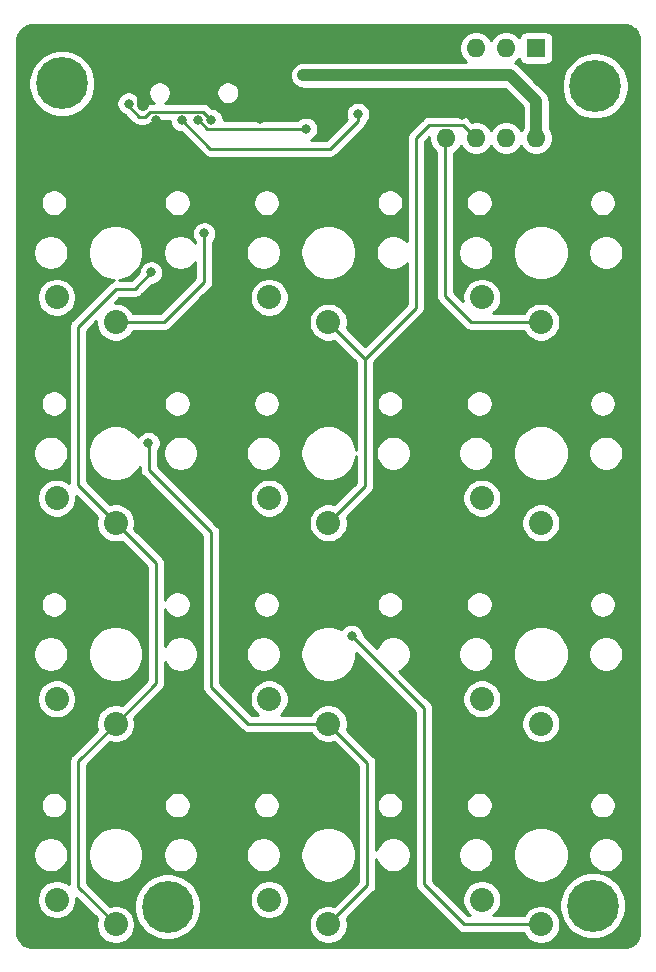
<source format=gbr>
G04 #@! TF.GenerationSoftware,KiCad,Pcbnew,(5.1.10)-1*
G04 #@! TF.CreationDate,2021-08-23T14:46:07-04:00*
G04 #@! TF.ProjectId,charliepad,63686172-6c69-4657-9061-642e6b696361,rev?*
G04 #@! TF.SameCoordinates,Original*
G04 #@! TF.FileFunction,Copper,L2,Bot*
G04 #@! TF.FilePolarity,Positive*
%FSLAX46Y46*%
G04 Gerber Fmt 4.6, Leading zero omitted, Abs format (unit mm)*
G04 Created by KiCad (PCBNEW (5.1.10)-1) date 2021-08-23 14:46:07*
%MOMM*%
%LPD*%
G01*
G04 APERTURE LIST*
G04 #@! TA.AperFunction,ComponentPad*
%ADD10O,1.050000X2.100000*%
G04 #@! TD*
G04 #@! TA.AperFunction,ComponentPad*
%ADD11O,1.000000X2.000000*%
G04 #@! TD*
G04 #@! TA.AperFunction,ComponentPad*
%ADD12C,4.400000*%
G04 #@! TD*
G04 #@! TA.AperFunction,ComponentPad*
%ADD13C,0.700000*%
G04 #@! TD*
G04 #@! TA.AperFunction,ComponentPad*
%ADD14C,2.032000*%
G04 #@! TD*
G04 #@! TA.AperFunction,ComponentPad*
%ADD15O,1.600000X1.600000*%
G04 #@! TD*
G04 #@! TA.AperFunction,ComponentPad*
%ADD16R,1.600000X1.600000*%
G04 #@! TD*
G04 #@! TA.AperFunction,ViaPad*
%ADD17C,0.800000*%
G04 #@! TD*
G04 #@! TA.AperFunction,Conductor*
%ADD18C,1.000000*%
G04 #@! TD*
G04 #@! TA.AperFunction,Conductor*
%ADD19C,0.250000*%
G04 #@! TD*
G04 #@! TA.AperFunction,Conductor*
%ADD20C,0.254000*%
G04 #@! TD*
G04 #@! TA.AperFunction,Conductor*
%ADD21C,0.100000*%
G04 #@! TD*
G04 APERTURE END LIST*
D10*
G04 #@! TO.P,J1,S4*
G04 #@! TO.N,GND*
X63580000Y-95680000D03*
G04 #@! TO.P,J1,S1*
X72220000Y-95680000D03*
D11*
G04 #@! TO.P,J1,S3*
X63580000Y-91500000D03*
G04 #@! TO.P,J1,S2*
X72220000Y-91500000D03*
G04 #@! TD*
D12*
G04 #@! TO.P,M2,1*
G04 #@! TO.N,N/C*
X65700000Y-164100000D03*
D13*
X67350000Y-164100000D03*
X66866726Y-165266726D03*
X65700000Y-165750000D03*
X64533274Y-165266726D03*
X64050000Y-164100000D03*
X64533274Y-162933274D03*
X65700000Y-162450000D03*
X66866726Y-162933274D03*
G04 #@! TD*
G04 #@! TO.P,M2,1*
G04 #@! TO.N,N/C*
X103066726Y-93433274D03*
X101900000Y-92950000D03*
X100733274Y-93433274D03*
X100250000Y-94600000D03*
X100733274Y-95766726D03*
X101900000Y-96250000D03*
X103066726Y-95766726D03*
X103550000Y-94600000D03*
D12*
X101900000Y-94600000D03*
G04 #@! TD*
G04 #@! TO.P,M2,1*
G04 #@! TO.N,N/C*
X101700000Y-164000000D03*
D13*
X103350000Y-164000000D03*
X102866726Y-165166726D03*
X101700000Y-165650000D03*
X100533274Y-165166726D03*
X100050000Y-164000000D03*
X100533274Y-162833274D03*
X101700000Y-162350000D03*
X102866726Y-162833274D03*
G04 #@! TD*
G04 #@! TO.P,M2,1*
G04 #@! TO.N,N/C*
X57916726Y-93233274D03*
X56750000Y-92750000D03*
X55583274Y-93233274D03*
X55100000Y-94400000D03*
X55583274Y-95566726D03*
X56750000Y-96050000D03*
X57916726Y-95566726D03*
X58400000Y-94400000D03*
D12*
X56750000Y-94400000D03*
G04 #@! TD*
D14*
G04 #@! TO.P,SW8,1*
G04 #@! TO.N,PB2*
X79300000Y-148600000D03*
G04 #@! TO.P,SW8,2*
G04 #@! TO.N,Net-(D5-Pad2)*
X74300000Y-146500000D03*
G04 #@! TD*
G04 #@! TO.P,SW9,1*
G04 #@! TO.N,PB0*
X97300000Y-148600000D03*
G04 #@! TO.P,SW9,2*
G04 #@! TO.N,Net-(D5-Pad2)*
X92300000Y-146500000D03*
G04 #@! TD*
D15*
G04 #@! TO.P,U1,8*
G04 #@! TO.N,+5V*
X96900000Y-99020000D03*
G04 #@! TO.P,U1,4*
G04 #@! TO.N,GND*
X89280000Y-91400000D03*
G04 #@! TO.P,U1,7*
G04 #@! TO.N,PB2*
X94360000Y-99020000D03*
G04 #@! TO.P,U1,3*
G04 #@! TO.N,PB4*
X91820000Y-91400000D03*
G04 #@! TO.P,U1,6*
G04 #@! TO.N,PB1*
X91820000Y-99020000D03*
G04 #@! TO.P,U1,2*
G04 #@! TO.N,PB3*
X94360000Y-91400000D03*
G04 #@! TO.P,U1,5*
G04 #@! TO.N,PB0*
X89280000Y-99020000D03*
D16*
G04 #@! TO.P,U1,1*
G04 #@! TO.N,PB5*
X96900000Y-91400000D03*
G04 #@! TD*
D14*
G04 #@! TO.P,SW12,1*
G04 #@! TO.N,PB1*
X97300000Y-165600000D03*
G04 #@! TO.P,SW12,2*
G04 #@! TO.N,Net-(D6-Pad2)*
X92300000Y-163500000D03*
G04 #@! TD*
G04 #@! TO.P,SW11,1*
G04 #@! TO.N,PB2*
X79300000Y-165600000D03*
G04 #@! TO.P,SW11,2*
G04 #@! TO.N,Net-(D6-Pad2)*
X74300000Y-163500000D03*
G04 #@! TD*
G04 #@! TO.P,SW10,1*
G04 #@! TO.N,PB5*
X61300000Y-165600000D03*
G04 #@! TO.P,SW10,2*
G04 #@! TO.N,Net-(D6-Pad2)*
X56300000Y-163500000D03*
G04 #@! TD*
G04 #@! TO.P,SW7,1*
G04 #@! TO.N,PB5*
X61300000Y-148600000D03*
G04 #@! TO.P,SW7,2*
G04 #@! TO.N,Net-(D5-Pad2)*
X56300000Y-146500000D03*
G04 #@! TD*
G04 #@! TO.P,SW6,1*
G04 #@! TO.N,PB0*
X97300000Y-131600000D03*
G04 #@! TO.P,SW6,2*
G04 #@! TO.N,Net-(D4-Pad2)*
X92300000Y-129500000D03*
G04 #@! TD*
G04 #@! TO.P,SW5,1*
G04 #@! TO.N,PB1*
X79300000Y-131600000D03*
G04 #@! TO.P,SW5,2*
G04 #@! TO.N,Net-(D4-Pad2)*
X74300000Y-129500000D03*
G04 #@! TD*
G04 #@! TO.P,SW4,1*
G04 #@! TO.N,PB5*
X61300000Y-131600000D03*
G04 #@! TO.P,SW4,2*
G04 #@! TO.N,Net-(D4-Pad2)*
X56300000Y-129500000D03*
G04 #@! TD*
G04 #@! TO.P,SW3,1*
G04 #@! TO.N,PB0*
X97300000Y-114600000D03*
G04 #@! TO.P,SW3,2*
G04 #@! TO.N,Net-(D3-Pad2)*
X92300000Y-112500000D03*
G04 #@! TD*
G04 #@! TO.P,SW2,1*
G04 #@! TO.N,PB1*
X79300000Y-114600000D03*
G04 #@! TO.P,SW2,2*
G04 #@! TO.N,Net-(D3-Pad2)*
X74300000Y-112500000D03*
G04 #@! TD*
G04 #@! TO.P,SW1,1*
G04 #@! TO.N,PB2*
X61300000Y-114600000D03*
G04 #@! TO.P,SW1,2*
G04 #@! TO.N,Net-(D3-Pad2)*
X56300000Y-112500000D03*
G04 #@! TD*
D17*
G04 #@! TO.N,GND*
X73500000Y-97400000D03*
X99000000Y-119100000D03*
X87300000Y-133600000D03*
X68800000Y-117900000D03*
X68400000Y-151200000D03*
X60000000Y-136300000D03*
X79100000Y-154800000D03*
X61100000Y-154700000D03*
X87300000Y-116200000D03*
X101200000Y-154100000D03*
X93400000Y-140400000D03*
X101000000Y-112400000D03*
X102300000Y-129900000D03*
X65100000Y-130800000D03*
X54400000Y-123600000D03*
X54800000Y-157600000D03*
X77100000Y-165300000D03*
X85400000Y-157300000D03*
X70400000Y-102600000D03*
X54600000Y-100900000D03*
X61200000Y-91500000D03*
X64700000Y-97500000D03*
X90614500Y-97091500D03*
X89000000Y-95600000D03*
G04 #@! TO.N,+5V*
X77200000Y-93700000D03*
G04 #@! TO.N,PB5*
X64300000Y-110400000D03*
G04 #@! TO.N,PB2*
X68800000Y-107100000D03*
X64071500Y-124841000D03*
G04 #@! TO.N,PB1*
X81280000Y-141160500D03*
G04 #@! TO.N,D+*
X66900000Y-97500000D03*
X81800000Y-97000000D03*
G04 #@! TO.N,D-*
X68300000Y-97500000D03*
X77406500Y-98234500D03*
G04 #@! TO.N,Net-(J1-PadA5)*
X69400000Y-97500000D03*
X62400000Y-96100000D03*
G04 #@! TD*
D18*
G04 #@! TO.N,+5V*
X77200000Y-93700000D02*
X90705002Y-93700000D01*
X96900000Y-99020000D02*
X96900000Y-95900000D01*
X94700000Y-93700000D02*
X90705002Y-93700000D01*
X96900000Y-95900000D02*
X94700000Y-93700000D01*
D19*
G04 #@! TO.N,PB5*
X61300000Y-165600000D02*
X58100000Y-162400000D01*
X58100000Y-151800000D02*
X61300000Y-148600000D01*
X58100000Y-162400000D02*
X58100000Y-151800000D01*
X61300000Y-148600000D02*
X64700000Y-145200000D01*
X64700000Y-135000000D02*
X61300000Y-131600000D01*
X64700000Y-145200000D02*
X64700000Y-135000000D01*
X61300000Y-111800000D02*
X62900000Y-111800000D01*
X58100000Y-115000000D02*
X61300000Y-111800000D01*
X58100000Y-128400000D02*
X58100000Y-115000000D01*
X61300000Y-131600000D02*
X58100000Y-128400000D01*
X64300000Y-110400000D02*
X62900000Y-111800000D01*
G04 #@! TO.N,PB2*
X79300000Y-165600000D02*
X82600000Y-162300000D01*
X82600000Y-151900000D02*
X79300000Y-148600000D01*
X82600000Y-162300000D02*
X82600000Y-151900000D01*
X79300000Y-148600000D02*
X72500000Y-148600000D01*
X72500000Y-148600000D02*
X69400000Y-145500000D01*
X69400000Y-145500000D02*
X69400000Y-132400000D01*
X69400000Y-132400000D02*
X64100000Y-127100000D01*
X64100000Y-127100000D02*
X64100000Y-125481538D01*
X64100000Y-125481538D02*
X64100000Y-124800000D01*
X61300000Y-114600000D02*
X65400000Y-114600000D01*
X68800000Y-107100000D02*
X68800000Y-107100000D01*
X65400000Y-114600000D02*
X68800000Y-111200000D01*
X68800000Y-107100000D02*
X68800000Y-111200000D01*
G04 #@! TO.N,PB0*
X97300000Y-114600000D02*
X91400000Y-114600000D01*
X91400000Y-114600000D02*
X89200000Y-112400000D01*
X89200000Y-111900000D02*
X89200000Y-102700000D01*
X89200000Y-112400000D02*
X89200000Y-111900000D01*
X89200000Y-111900000D02*
X89200000Y-111700000D01*
X89200000Y-102700000D02*
X89200000Y-102700000D01*
X89200000Y-99100000D02*
X89280000Y-99020000D01*
X89200000Y-102700000D02*
X89200000Y-99100000D01*
G04 #@! TO.N,PB1*
X79300000Y-131600000D02*
X82400000Y-128500000D01*
X82400000Y-117700000D02*
X79300000Y-114600000D01*
X82400000Y-128500000D02*
X82400000Y-117700000D01*
X86720000Y-113380000D02*
X82400000Y-117700000D01*
X86720000Y-99020000D02*
X86720000Y-113380000D01*
X87845001Y-97894999D02*
X86720000Y-99020000D01*
X90694999Y-97894999D02*
X87845001Y-97894999D01*
X91820000Y-99020000D02*
X90694999Y-97894999D01*
X87400000Y-147280500D02*
X81280000Y-141160500D01*
X87400000Y-162200000D02*
X87400000Y-147280500D01*
X90800000Y-165600000D02*
X87400000Y-162200000D01*
X97300000Y-165600000D02*
X90800000Y-165600000D01*
G04 #@! TO.N,D+*
X69325001Y-99925001D02*
X66900000Y-97500000D01*
X79440684Y-99925001D02*
X69325001Y-99925001D01*
X81800000Y-97565685D02*
X79440684Y-99925001D01*
X81800000Y-97000000D02*
X81800000Y-97565685D01*
G04 #@! TO.N,D-*
X77288999Y-98225001D02*
X77406500Y-98107500D01*
X69051999Y-98225001D02*
X77288999Y-98225001D01*
X68326998Y-97500000D02*
X69051999Y-98225001D01*
X68300000Y-97500000D02*
X68326998Y-97500000D01*
G04 #@! TO.N,Net-(J1-PadA5)*
X62400000Y-96326998D02*
X62400000Y-96100000D01*
X63273002Y-97200000D02*
X62400000Y-96326998D01*
X63787095Y-97200000D02*
X63273002Y-97200000D01*
X64212096Y-96774999D02*
X63787095Y-97200000D01*
X68674999Y-96774999D02*
X64212096Y-96774999D01*
X69400000Y-97500000D02*
X68674999Y-96774999D01*
G04 #@! TD*
D20*
G04 #@! TO.N,GND*
X104559659Y-89461625D02*
X104809429Y-89537035D01*
X105039792Y-89659522D01*
X105241980Y-89824422D01*
X105408286Y-90025450D01*
X105532378Y-90254954D01*
X105609531Y-90504195D01*
X105640001Y-90794098D01*
X105640000Y-166167721D01*
X105611375Y-166459660D01*
X105535965Y-166709429D01*
X105413477Y-166939794D01*
X105248579Y-167141979D01*
X105047546Y-167308288D01*
X104818046Y-167432378D01*
X104568805Y-167509531D01*
X104278911Y-167540000D01*
X54332279Y-167540000D01*
X54040340Y-167511375D01*
X53790571Y-167435965D01*
X53560206Y-167313477D01*
X53358021Y-167148579D01*
X53191712Y-166947546D01*
X53067622Y-166718046D01*
X52990469Y-166468805D01*
X52960000Y-166178911D01*
X52960000Y-159553652D01*
X54314100Y-159553652D01*
X54314100Y-159846348D01*
X54371202Y-160133421D01*
X54483212Y-160403838D01*
X54645826Y-160647206D01*
X54852794Y-160854174D01*
X55096162Y-161016788D01*
X55366579Y-161128798D01*
X55653652Y-161185900D01*
X55946348Y-161185900D01*
X56233421Y-161128798D01*
X56503838Y-161016788D01*
X56747206Y-160854174D01*
X56954174Y-160647206D01*
X57116788Y-160403838D01*
X57228798Y-160133421D01*
X57285900Y-159846348D01*
X57285900Y-159553652D01*
X57228798Y-159266579D01*
X57116788Y-158996162D01*
X56954174Y-158752794D01*
X56747206Y-158545826D01*
X56503838Y-158383212D01*
X56233421Y-158271202D01*
X55946348Y-158214100D01*
X55653652Y-158214100D01*
X55366579Y-158271202D01*
X55096162Y-158383212D01*
X54852794Y-158545826D01*
X54645826Y-158752794D01*
X54483212Y-158996162D01*
X54371202Y-159266579D01*
X54314100Y-159553652D01*
X52960000Y-159553652D01*
X52960000Y-155388675D01*
X54949700Y-155388675D01*
X54949700Y-155611325D01*
X54993137Y-155829696D01*
X55078341Y-156035398D01*
X55202039Y-156220524D01*
X55359476Y-156377961D01*
X55544602Y-156501659D01*
X55750304Y-156586863D01*
X55968675Y-156630300D01*
X56191325Y-156630300D01*
X56409696Y-156586863D01*
X56615398Y-156501659D01*
X56800524Y-156377961D01*
X56957961Y-156220524D01*
X57081659Y-156035398D01*
X57166863Y-155829696D01*
X57210300Y-155611325D01*
X57210300Y-155388675D01*
X57166863Y-155170304D01*
X57081659Y-154964602D01*
X56957961Y-154779476D01*
X56800524Y-154622039D01*
X56615398Y-154498341D01*
X56409696Y-154413137D01*
X56191325Y-154369700D01*
X55968675Y-154369700D01*
X55750304Y-154413137D01*
X55544602Y-154498341D01*
X55359476Y-154622039D01*
X55202039Y-154779476D01*
X55078341Y-154964602D01*
X54993137Y-155170304D01*
X54949700Y-155388675D01*
X52960000Y-155388675D01*
X52960000Y-146337391D01*
X54649000Y-146337391D01*
X54649000Y-146662609D01*
X54712447Y-146981579D01*
X54836903Y-147282042D01*
X55017585Y-147552451D01*
X55247549Y-147782415D01*
X55517958Y-147963097D01*
X55818421Y-148087553D01*
X56137391Y-148151000D01*
X56462609Y-148151000D01*
X56781579Y-148087553D01*
X57082042Y-147963097D01*
X57352451Y-147782415D01*
X57582415Y-147552451D01*
X57763097Y-147282042D01*
X57887553Y-146981579D01*
X57951000Y-146662609D01*
X57951000Y-146337391D01*
X57887553Y-146018421D01*
X57763097Y-145717958D01*
X57582415Y-145447549D01*
X57352451Y-145217585D01*
X57082042Y-145036903D01*
X56781579Y-144912447D01*
X56462609Y-144849000D01*
X56137391Y-144849000D01*
X55818421Y-144912447D01*
X55517958Y-145036903D01*
X55247549Y-145217585D01*
X55017585Y-145447549D01*
X54836903Y-145717958D01*
X54712447Y-146018421D01*
X54649000Y-146337391D01*
X52960000Y-146337391D01*
X52960000Y-142553652D01*
X54314100Y-142553652D01*
X54314100Y-142846348D01*
X54371202Y-143133421D01*
X54483212Y-143403838D01*
X54645826Y-143647206D01*
X54852794Y-143854174D01*
X55096162Y-144016788D01*
X55366579Y-144128798D01*
X55653652Y-144185900D01*
X55946348Y-144185900D01*
X56233421Y-144128798D01*
X56503838Y-144016788D01*
X56747206Y-143854174D01*
X56954174Y-143647206D01*
X57116788Y-143403838D01*
X57228798Y-143133421D01*
X57285900Y-142846348D01*
X57285900Y-142553652D01*
X57268982Y-142468594D01*
X58950500Y-142468594D01*
X58950500Y-142931406D01*
X59040790Y-143385324D01*
X59217900Y-143812905D01*
X59475024Y-144197719D01*
X59802281Y-144524976D01*
X60187095Y-144782100D01*
X60614676Y-144959210D01*
X61068594Y-145049500D01*
X61531406Y-145049500D01*
X61985324Y-144959210D01*
X62412905Y-144782100D01*
X62797719Y-144524976D01*
X63124976Y-144197719D01*
X63382100Y-143812905D01*
X63559210Y-143385324D01*
X63649500Y-142931406D01*
X63649500Y-142468594D01*
X63559210Y-142014676D01*
X63382100Y-141587095D01*
X63124976Y-141202281D01*
X62797719Y-140875024D01*
X62412905Y-140617900D01*
X61985324Y-140440790D01*
X61531406Y-140350500D01*
X61068594Y-140350500D01*
X60614676Y-140440790D01*
X60187095Y-140617900D01*
X59802281Y-140875024D01*
X59475024Y-141202281D01*
X59217900Y-141587095D01*
X59040790Y-142014676D01*
X58950500Y-142468594D01*
X57268982Y-142468594D01*
X57228798Y-142266579D01*
X57116788Y-141996162D01*
X56954174Y-141752794D01*
X56747206Y-141545826D01*
X56503838Y-141383212D01*
X56233421Y-141271202D01*
X55946348Y-141214100D01*
X55653652Y-141214100D01*
X55366579Y-141271202D01*
X55096162Y-141383212D01*
X54852794Y-141545826D01*
X54645826Y-141752794D01*
X54483212Y-141996162D01*
X54371202Y-142266579D01*
X54314100Y-142553652D01*
X52960000Y-142553652D01*
X52960000Y-138388675D01*
X54949700Y-138388675D01*
X54949700Y-138611325D01*
X54993137Y-138829696D01*
X55078341Y-139035398D01*
X55202039Y-139220524D01*
X55359476Y-139377961D01*
X55544602Y-139501659D01*
X55750304Y-139586863D01*
X55968675Y-139630300D01*
X56191325Y-139630300D01*
X56409696Y-139586863D01*
X56615398Y-139501659D01*
X56800524Y-139377961D01*
X56957961Y-139220524D01*
X57081659Y-139035398D01*
X57166863Y-138829696D01*
X57210300Y-138611325D01*
X57210300Y-138388675D01*
X57166863Y-138170304D01*
X57081659Y-137964602D01*
X56957961Y-137779476D01*
X56800524Y-137622039D01*
X56615398Y-137498341D01*
X56409696Y-137413137D01*
X56191325Y-137369700D01*
X55968675Y-137369700D01*
X55750304Y-137413137D01*
X55544602Y-137498341D01*
X55359476Y-137622039D01*
X55202039Y-137779476D01*
X55078341Y-137964602D01*
X54993137Y-138170304D01*
X54949700Y-138388675D01*
X52960000Y-138388675D01*
X52960000Y-129337391D01*
X54649000Y-129337391D01*
X54649000Y-129662609D01*
X54712447Y-129981579D01*
X54836903Y-130282042D01*
X55017585Y-130552451D01*
X55247549Y-130782415D01*
X55517958Y-130963097D01*
X55818421Y-131087553D01*
X56137391Y-131151000D01*
X56462609Y-131151000D01*
X56781579Y-131087553D01*
X57082042Y-130963097D01*
X57352451Y-130782415D01*
X57582415Y-130552451D01*
X57763097Y-130282042D01*
X57887553Y-129981579D01*
X57951000Y-129662609D01*
X57951000Y-129337391D01*
X57948122Y-129322923D01*
X59721577Y-131096379D01*
X59712447Y-131118421D01*
X59649000Y-131437391D01*
X59649000Y-131762609D01*
X59712447Y-132081579D01*
X59836903Y-132382042D01*
X60017585Y-132652451D01*
X60247549Y-132882415D01*
X60517958Y-133063097D01*
X60818421Y-133187553D01*
X61137391Y-133251000D01*
X61462609Y-133251000D01*
X61781579Y-133187553D01*
X61803621Y-133178423D01*
X63940001Y-135314803D01*
X63940000Y-144885198D01*
X61803621Y-147021577D01*
X61781579Y-147012447D01*
X61462609Y-146949000D01*
X61137391Y-146949000D01*
X60818421Y-147012447D01*
X60517958Y-147136903D01*
X60247549Y-147317585D01*
X60017585Y-147547549D01*
X59836903Y-147817958D01*
X59712447Y-148118421D01*
X59649000Y-148437391D01*
X59649000Y-148762609D01*
X59712447Y-149081579D01*
X59721577Y-149103621D01*
X57588998Y-151236201D01*
X57560000Y-151259999D01*
X57536202Y-151288997D01*
X57536201Y-151288998D01*
X57465026Y-151375724D01*
X57394454Y-151507754D01*
X57350998Y-151651015D01*
X57336324Y-151800000D01*
X57340001Y-151837332D01*
X57340000Y-162209265D01*
X57082042Y-162036903D01*
X56781579Y-161912447D01*
X56462609Y-161849000D01*
X56137391Y-161849000D01*
X55818421Y-161912447D01*
X55517958Y-162036903D01*
X55247549Y-162217585D01*
X55017585Y-162447549D01*
X54836903Y-162717958D01*
X54712447Y-163018421D01*
X54649000Y-163337391D01*
X54649000Y-163662609D01*
X54712447Y-163981579D01*
X54836903Y-164282042D01*
X55017585Y-164552451D01*
X55247549Y-164782415D01*
X55517958Y-164963097D01*
X55818421Y-165087553D01*
X56137391Y-165151000D01*
X56462609Y-165151000D01*
X56781579Y-165087553D01*
X57082042Y-164963097D01*
X57352451Y-164782415D01*
X57582415Y-164552451D01*
X57763097Y-164282042D01*
X57887553Y-163981579D01*
X57951000Y-163662609D01*
X57951000Y-163337391D01*
X57948122Y-163322923D01*
X59721577Y-165096379D01*
X59712447Y-165118421D01*
X59649000Y-165437391D01*
X59649000Y-165762609D01*
X59712447Y-166081579D01*
X59836903Y-166382042D01*
X60017585Y-166652451D01*
X60247549Y-166882415D01*
X60517958Y-167063097D01*
X60818421Y-167187553D01*
X61137391Y-167251000D01*
X61462609Y-167251000D01*
X61781579Y-167187553D01*
X62082042Y-167063097D01*
X62352451Y-166882415D01*
X62582415Y-166652451D01*
X62763097Y-166382042D01*
X62887553Y-166081579D01*
X62951000Y-165762609D01*
X62951000Y-165437391D01*
X62887553Y-165118421D01*
X62763097Y-164817958D01*
X62582415Y-164547549D01*
X62352451Y-164317585D01*
X62082042Y-164136903D01*
X61781579Y-164012447D01*
X61462609Y-163949000D01*
X61137391Y-163949000D01*
X60818421Y-164012447D01*
X60796379Y-164021577D01*
X60595579Y-163820777D01*
X62865000Y-163820777D01*
X62865000Y-164379223D01*
X62973948Y-164926939D01*
X63187656Y-165442876D01*
X63497912Y-165907207D01*
X63892793Y-166302088D01*
X64357124Y-166612344D01*
X64873061Y-166826052D01*
X65420777Y-166935000D01*
X65979223Y-166935000D01*
X66526939Y-166826052D01*
X67042876Y-166612344D01*
X67507207Y-166302088D01*
X67902088Y-165907207D01*
X68212344Y-165442876D01*
X68426052Y-164926939D01*
X68535000Y-164379223D01*
X68535000Y-163820777D01*
X68438849Y-163337391D01*
X72649000Y-163337391D01*
X72649000Y-163662609D01*
X72712447Y-163981579D01*
X72836903Y-164282042D01*
X73017585Y-164552451D01*
X73247549Y-164782415D01*
X73517958Y-164963097D01*
X73818421Y-165087553D01*
X74137391Y-165151000D01*
X74462609Y-165151000D01*
X74781579Y-165087553D01*
X75082042Y-164963097D01*
X75352451Y-164782415D01*
X75582415Y-164552451D01*
X75763097Y-164282042D01*
X75887553Y-163981579D01*
X75951000Y-163662609D01*
X75951000Y-163337391D01*
X75887553Y-163018421D01*
X75763097Y-162717958D01*
X75582415Y-162447549D01*
X75352451Y-162217585D01*
X75082042Y-162036903D01*
X74781579Y-161912447D01*
X74462609Y-161849000D01*
X74137391Y-161849000D01*
X73818421Y-161912447D01*
X73517958Y-162036903D01*
X73247549Y-162217585D01*
X73017585Y-162447549D01*
X72836903Y-162717958D01*
X72712447Y-163018421D01*
X72649000Y-163337391D01*
X68438849Y-163337391D01*
X68426052Y-163273061D01*
X68212344Y-162757124D01*
X67902088Y-162292793D01*
X67507207Y-161897912D01*
X67042876Y-161587656D01*
X66526939Y-161373948D01*
X65979223Y-161265000D01*
X65420777Y-161265000D01*
X64873061Y-161373948D01*
X64357124Y-161587656D01*
X63892793Y-161897912D01*
X63497912Y-162292793D01*
X63187656Y-162757124D01*
X62973948Y-163273061D01*
X62865000Y-163820777D01*
X60595579Y-163820777D01*
X58860000Y-162085199D01*
X58860000Y-159468594D01*
X58950500Y-159468594D01*
X58950500Y-159931406D01*
X59040790Y-160385324D01*
X59217900Y-160812905D01*
X59475024Y-161197719D01*
X59802281Y-161524976D01*
X60187095Y-161782100D01*
X60614676Y-161959210D01*
X61068594Y-162049500D01*
X61531406Y-162049500D01*
X61985324Y-161959210D01*
X62412905Y-161782100D01*
X62797719Y-161524976D01*
X63124976Y-161197719D01*
X63382100Y-160812905D01*
X63559210Y-160385324D01*
X63649500Y-159931406D01*
X63649500Y-159553652D01*
X65314100Y-159553652D01*
X65314100Y-159846348D01*
X65371202Y-160133421D01*
X65483212Y-160403838D01*
X65645826Y-160647206D01*
X65852794Y-160854174D01*
X66096162Y-161016788D01*
X66366579Y-161128798D01*
X66653652Y-161185900D01*
X66946348Y-161185900D01*
X67233421Y-161128798D01*
X67503838Y-161016788D01*
X67747206Y-160854174D01*
X67954174Y-160647206D01*
X68116788Y-160403838D01*
X68228798Y-160133421D01*
X68285900Y-159846348D01*
X68285900Y-159553652D01*
X72314100Y-159553652D01*
X72314100Y-159846348D01*
X72371202Y-160133421D01*
X72483212Y-160403838D01*
X72645826Y-160647206D01*
X72852794Y-160854174D01*
X73096162Y-161016788D01*
X73366579Y-161128798D01*
X73653652Y-161185900D01*
X73946348Y-161185900D01*
X74233421Y-161128798D01*
X74503838Y-161016788D01*
X74747206Y-160854174D01*
X74954174Y-160647206D01*
X75116788Y-160403838D01*
X75228798Y-160133421D01*
X75285900Y-159846348D01*
X75285900Y-159553652D01*
X75268982Y-159468594D01*
X76950500Y-159468594D01*
X76950500Y-159931406D01*
X77040790Y-160385324D01*
X77217900Y-160812905D01*
X77475024Y-161197719D01*
X77802281Y-161524976D01*
X78187095Y-161782100D01*
X78614676Y-161959210D01*
X79068594Y-162049500D01*
X79531406Y-162049500D01*
X79985324Y-161959210D01*
X80412905Y-161782100D01*
X80797719Y-161524976D01*
X81124976Y-161197719D01*
X81382100Y-160812905D01*
X81559210Y-160385324D01*
X81649500Y-159931406D01*
X81649500Y-159468594D01*
X81559210Y-159014676D01*
X81382100Y-158587095D01*
X81124976Y-158202281D01*
X80797719Y-157875024D01*
X80412905Y-157617900D01*
X79985324Y-157440790D01*
X79531406Y-157350500D01*
X79068594Y-157350500D01*
X78614676Y-157440790D01*
X78187095Y-157617900D01*
X77802281Y-157875024D01*
X77475024Y-158202281D01*
X77217900Y-158587095D01*
X77040790Y-159014676D01*
X76950500Y-159468594D01*
X75268982Y-159468594D01*
X75228798Y-159266579D01*
X75116788Y-158996162D01*
X74954174Y-158752794D01*
X74747206Y-158545826D01*
X74503838Y-158383212D01*
X74233421Y-158271202D01*
X73946348Y-158214100D01*
X73653652Y-158214100D01*
X73366579Y-158271202D01*
X73096162Y-158383212D01*
X72852794Y-158545826D01*
X72645826Y-158752794D01*
X72483212Y-158996162D01*
X72371202Y-159266579D01*
X72314100Y-159553652D01*
X68285900Y-159553652D01*
X68228798Y-159266579D01*
X68116788Y-158996162D01*
X67954174Y-158752794D01*
X67747206Y-158545826D01*
X67503838Y-158383212D01*
X67233421Y-158271202D01*
X66946348Y-158214100D01*
X66653652Y-158214100D01*
X66366579Y-158271202D01*
X66096162Y-158383212D01*
X65852794Y-158545826D01*
X65645826Y-158752794D01*
X65483212Y-158996162D01*
X65371202Y-159266579D01*
X65314100Y-159553652D01*
X63649500Y-159553652D01*
X63649500Y-159468594D01*
X63559210Y-159014676D01*
X63382100Y-158587095D01*
X63124976Y-158202281D01*
X62797719Y-157875024D01*
X62412905Y-157617900D01*
X61985324Y-157440790D01*
X61531406Y-157350500D01*
X61068594Y-157350500D01*
X60614676Y-157440790D01*
X60187095Y-157617900D01*
X59802281Y-157875024D01*
X59475024Y-158202281D01*
X59217900Y-158587095D01*
X59040790Y-159014676D01*
X58950500Y-159468594D01*
X58860000Y-159468594D01*
X58860000Y-155388675D01*
X65389700Y-155388675D01*
X65389700Y-155611325D01*
X65433137Y-155829696D01*
X65518341Y-156035398D01*
X65642039Y-156220524D01*
X65799476Y-156377961D01*
X65984602Y-156501659D01*
X66190304Y-156586863D01*
X66408675Y-156630300D01*
X66631325Y-156630300D01*
X66849696Y-156586863D01*
X67055398Y-156501659D01*
X67240524Y-156377961D01*
X67397961Y-156220524D01*
X67521659Y-156035398D01*
X67606863Y-155829696D01*
X67650300Y-155611325D01*
X67650300Y-155388675D01*
X72949700Y-155388675D01*
X72949700Y-155611325D01*
X72993137Y-155829696D01*
X73078341Y-156035398D01*
X73202039Y-156220524D01*
X73359476Y-156377961D01*
X73544602Y-156501659D01*
X73750304Y-156586863D01*
X73968675Y-156630300D01*
X74191325Y-156630300D01*
X74409696Y-156586863D01*
X74615398Y-156501659D01*
X74800524Y-156377961D01*
X74957961Y-156220524D01*
X75081659Y-156035398D01*
X75166863Y-155829696D01*
X75210300Y-155611325D01*
X75210300Y-155388675D01*
X75166863Y-155170304D01*
X75081659Y-154964602D01*
X74957961Y-154779476D01*
X74800524Y-154622039D01*
X74615398Y-154498341D01*
X74409696Y-154413137D01*
X74191325Y-154369700D01*
X73968675Y-154369700D01*
X73750304Y-154413137D01*
X73544602Y-154498341D01*
X73359476Y-154622039D01*
X73202039Y-154779476D01*
X73078341Y-154964602D01*
X72993137Y-155170304D01*
X72949700Y-155388675D01*
X67650300Y-155388675D01*
X67606863Y-155170304D01*
X67521659Y-154964602D01*
X67397961Y-154779476D01*
X67240524Y-154622039D01*
X67055398Y-154498341D01*
X66849696Y-154413137D01*
X66631325Y-154369700D01*
X66408675Y-154369700D01*
X66190304Y-154413137D01*
X65984602Y-154498341D01*
X65799476Y-154622039D01*
X65642039Y-154779476D01*
X65518341Y-154964602D01*
X65433137Y-155170304D01*
X65389700Y-155388675D01*
X58860000Y-155388675D01*
X58860000Y-152114801D01*
X60796379Y-150178423D01*
X60818421Y-150187553D01*
X61137391Y-150251000D01*
X61462609Y-150251000D01*
X61781579Y-150187553D01*
X62082042Y-150063097D01*
X62352451Y-149882415D01*
X62582415Y-149652451D01*
X62763097Y-149382042D01*
X62887553Y-149081579D01*
X62951000Y-148762609D01*
X62951000Y-148437391D01*
X62887553Y-148118421D01*
X62878423Y-148096379D01*
X65211004Y-145763798D01*
X65240001Y-145740001D01*
X65266332Y-145707917D01*
X65334974Y-145624277D01*
X65405546Y-145492247D01*
X65419105Y-145447549D01*
X65449003Y-145348986D01*
X65460000Y-145237333D01*
X65460000Y-145237324D01*
X65463676Y-145200001D01*
X65460000Y-145162678D01*
X65460000Y-143347799D01*
X65483212Y-143403838D01*
X65645826Y-143647206D01*
X65852794Y-143854174D01*
X66096162Y-144016788D01*
X66366579Y-144128798D01*
X66653652Y-144185900D01*
X66946348Y-144185900D01*
X67233421Y-144128798D01*
X67503838Y-144016788D01*
X67747206Y-143854174D01*
X67954174Y-143647206D01*
X68116788Y-143403838D01*
X68228798Y-143133421D01*
X68285900Y-142846348D01*
X68285900Y-142553652D01*
X68228798Y-142266579D01*
X68116788Y-141996162D01*
X67954174Y-141752794D01*
X67747206Y-141545826D01*
X67503838Y-141383212D01*
X67233421Y-141271202D01*
X66946348Y-141214100D01*
X66653652Y-141214100D01*
X66366579Y-141271202D01*
X66096162Y-141383212D01*
X65852794Y-141545826D01*
X65645826Y-141752794D01*
X65483212Y-141996162D01*
X65460000Y-142052201D01*
X65460000Y-138894549D01*
X65518341Y-139035398D01*
X65642039Y-139220524D01*
X65799476Y-139377961D01*
X65984602Y-139501659D01*
X66190304Y-139586863D01*
X66408675Y-139630300D01*
X66631325Y-139630300D01*
X66849696Y-139586863D01*
X67055398Y-139501659D01*
X67240524Y-139377961D01*
X67397961Y-139220524D01*
X67521659Y-139035398D01*
X67606863Y-138829696D01*
X67650300Y-138611325D01*
X67650300Y-138388675D01*
X67606863Y-138170304D01*
X67521659Y-137964602D01*
X67397961Y-137779476D01*
X67240524Y-137622039D01*
X67055398Y-137498341D01*
X66849696Y-137413137D01*
X66631325Y-137369700D01*
X66408675Y-137369700D01*
X66190304Y-137413137D01*
X65984602Y-137498341D01*
X65799476Y-137622039D01*
X65642039Y-137779476D01*
X65518341Y-137964602D01*
X65460000Y-138105451D01*
X65460000Y-135037322D01*
X65463676Y-134999999D01*
X65460000Y-134962676D01*
X65460000Y-134962667D01*
X65449003Y-134851014D01*
X65405546Y-134707753D01*
X65334974Y-134575723D01*
X65263799Y-134488997D01*
X65240001Y-134459999D01*
X65211003Y-134436201D01*
X62878423Y-132103621D01*
X62887553Y-132081579D01*
X62951000Y-131762609D01*
X62951000Y-131437391D01*
X62887553Y-131118421D01*
X62763097Y-130817958D01*
X62582415Y-130547549D01*
X62352451Y-130317585D01*
X62082042Y-130136903D01*
X61781579Y-130012447D01*
X61462609Y-129949000D01*
X61137391Y-129949000D01*
X60818421Y-130012447D01*
X60796379Y-130021577D01*
X58860000Y-128085199D01*
X58860000Y-125468594D01*
X58950500Y-125468594D01*
X58950500Y-125931406D01*
X59040790Y-126385324D01*
X59217900Y-126812905D01*
X59475024Y-127197719D01*
X59802281Y-127524976D01*
X60187095Y-127782100D01*
X60614676Y-127959210D01*
X61068594Y-128049500D01*
X61531406Y-128049500D01*
X61985324Y-127959210D01*
X62412905Y-127782100D01*
X62797719Y-127524976D01*
X63124976Y-127197719D01*
X63340000Y-126875912D01*
X63340000Y-127062677D01*
X63336324Y-127100000D01*
X63340000Y-127137322D01*
X63340000Y-127137332D01*
X63350997Y-127248985D01*
X63394454Y-127392246D01*
X63465026Y-127524276D01*
X63504871Y-127572826D01*
X63559999Y-127640001D01*
X63589003Y-127663804D01*
X68640001Y-132714803D01*
X68640000Y-145462678D01*
X68636324Y-145500000D01*
X68640000Y-145537322D01*
X68640000Y-145537332D01*
X68650997Y-145648985D01*
X68678606Y-145740001D01*
X68694454Y-145792246D01*
X68765026Y-145924276D01*
X68797362Y-145963677D01*
X68859999Y-146040001D01*
X68889003Y-146063804D01*
X71936200Y-149111002D01*
X71959999Y-149140001D01*
X71988997Y-149163799D01*
X72075723Y-149234974D01*
X72207753Y-149305546D01*
X72351014Y-149349003D01*
X72462667Y-149360000D01*
X72462676Y-149360000D01*
X72499999Y-149363676D01*
X72537322Y-149360000D01*
X77827773Y-149360000D01*
X77836903Y-149382042D01*
X78017585Y-149652451D01*
X78247549Y-149882415D01*
X78517958Y-150063097D01*
X78818421Y-150187553D01*
X79137391Y-150251000D01*
X79462609Y-150251000D01*
X79781579Y-150187553D01*
X79803621Y-150178423D01*
X81840001Y-152214803D01*
X81840000Y-161985198D01*
X79803621Y-164021577D01*
X79781579Y-164012447D01*
X79462609Y-163949000D01*
X79137391Y-163949000D01*
X78818421Y-164012447D01*
X78517958Y-164136903D01*
X78247549Y-164317585D01*
X78017585Y-164547549D01*
X77836903Y-164817958D01*
X77712447Y-165118421D01*
X77649000Y-165437391D01*
X77649000Y-165762609D01*
X77712447Y-166081579D01*
X77836903Y-166382042D01*
X78017585Y-166652451D01*
X78247549Y-166882415D01*
X78517958Y-167063097D01*
X78818421Y-167187553D01*
X79137391Y-167251000D01*
X79462609Y-167251000D01*
X79781579Y-167187553D01*
X80082042Y-167063097D01*
X80352451Y-166882415D01*
X80582415Y-166652451D01*
X80763097Y-166382042D01*
X80887553Y-166081579D01*
X80951000Y-165762609D01*
X80951000Y-165437391D01*
X80887553Y-165118421D01*
X80878423Y-165096379D01*
X83111004Y-162863798D01*
X83140001Y-162840001D01*
X83234974Y-162724276D01*
X83305546Y-162592247D01*
X83349003Y-162448986D01*
X83360000Y-162337333D01*
X83360000Y-162337325D01*
X83363676Y-162300000D01*
X83360000Y-162262675D01*
X83360000Y-160077104D01*
X83371202Y-160133421D01*
X83483212Y-160403838D01*
X83645826Y-160647206D01*
X83852794Y-160854174D01*
X84096162Y-161016788D01*
X84366579Y-161128798D01*
X84653652Y-161185900D01*
X84946348Y-161185900D01*
X85233421Y-161128798D01*
X85503838Y-161016788D01*
X85747206Y-160854174D01*
X85954174Y-160647206D01*
X86116788Y-160403838D01*
X86228798Y-160133421D01*
X86285900Y-159846348D01*
X86285900Y-159553652D01*
X86228798Y-159266579D01*
X86116788Y-158996162D01*
X85954174Y-158752794D01*
X85747206Y-158545826D01*
X85503838Y-158383212D01*
X85233421Y-158271202D01*
X84946348Y-158214100D01*
X84653652Y-158214100D01*
X84366579Y-158271202D01*
X84096162Y-158383212D01*
X83852794Y-158545826D01*
X83645826Y-158752794D01*
X83483212Y-158996162D01*
X83371202Y-159266579D01*
X83360000Y-159322896D01*
X83360000Y-155388675D01*
X83389700Y-155388675D01*
X83389700Y-155611325D01*
X83433137Y-155829696D01*
X83518341Y-156035398D01*
X83642039Y-156220524D01*
X83799476Y-156377961D01*
X83984602Y-156501659D01*
X84190304Y-156586863D01*
X84408675Y-156630300D01*
X84631325Y-156630300D01*
X84849696Y-156586863D01*
X85055398Y-156501659D01*
X85240524Y-156377961D01*
X85397961Y-156220524D01*
X85521659Y-156035398D01*
X85606863Y-155829696D01*
X85650300Y-155611325D01*
X85650300Y-155388675D01*
X85606863Y-155170304D01*
X85521659Y-154964602D01*
X85397961Y-154779476D01*
X85240524Y-154622039D01*
X85055398Y-154498341D01*
X84849696Y-154413137D01*
X84631325Y-154369700D01*
X84408675Y-154369700D01*
X84190304Y-154413137D01*
X83984602Y-154498341D01*
X83799476Y-154622039D01*
X83642039Y-154779476D01*
X83518341Y-154964602D01*
X83433137Y-155170304D01*
X83389700Y-155388675D01*
X83360000Y-155388675D01*
X83360000Y-151937325D01*
X83363676Y-151900000D01*
X83360000Y-151862675D01*
X83360000Y-151862667D01*
X83349003Y-151751014D01*
X83305546Y-151607753D01*
X83234974Y-151475724D01*
X83140001Y-151359999D01*
X83111003Y-151336201D01*
X80878423Y-149103621D01*
X80887553Y-149081579D01*
X80951000Y-148762609D01*
X80951000Y-148437391D01*
X80887553Y-148118421D01*
X80763097Y-147817958D01*
X80582415Y-147547549D01*
X80352451Y-147317585D01*
X80082042Y-147136903D01*
X79781579Y-147012447D01*
X79462609Y-146949000D01*
X79137391Y-146949000D01*
X78818421Y-147012447D01*
X78517958Y-147136903D01*
X78247549Y-147317585D01*
X78017585Y-147547549D01*
X77836903Y-147817958D01*
X77827773Y-147840000D01*
X75266269Y-147840000D01*
X75352451Y-147782415D01*
X75582415Y-147552451D01*
X75763097Y-147282042D01*
X75887553Y-146981579D01*
X75951000Y-146662609D01*
X75951000Y-146337391D01*
X75887553Y-146018421D01*
X75763097Y-145717958D01*
X75582415Y-145447549D01*
X75352451Y-145217585D01*
X75082042Y-145036903D01*
X74781579Y-144912447D01*
X74462609Y-144849000D01*
X74137391Y-144849000D01*
X73818421Y-144912447D01*
X73517958Y-145036903D01*
X73247549Y-145217585D01*
X73017585Y-145447549D01*
X72836903Y-145717958D01*
X72712447Y-146018421D01*
X72649000Y-146337391D01*
X72649000Y-146662609D01*
X72712447Y-146981579D01*
X72836903Y-147282042D01*
X73017585Y-147552451D01*
X73247549Y-147782415D01*
X73333731Y-147840000D01*
X72814802Y-147840000D01*
X70160000Y-145185199D01*
X70160000Y-142553652D01*
X72314100Y-142553652D01*
X72314100Y-142846348D01*
X72371202Y-143133421D01*
X72483212Y-143403838D01*
X72645826Y-143647206D01*
X72852794Y-143854174D01*
X73096162Y-144016788D01*
X73366579Y-144128798D01*
X73653652Y-144185900D01*
X73946348Y-144185900D01*
X74233421Y-144128798D01*
X74503838Y-144016788D01*
X74747206Y-143854174D01*
X74954174Y-143647206D01*
X75116788Y-143403838D01*
X75228798Y-143133421D01*
X75285900Y-142846348D01*
X75285900Y-142553652D01*
X75268982Y-142468594D01*
X76950500Y-142468594D01*
X76950500Y-142931406D01*
X77040790Y-143385324D01*
X77217900Y-143812905D01*
X77475024Y-144197719D01*
X77802281Y-144524976D01*
X78187095Y-144782100D01*
X78614676Y-144959210D01*
X79068594Y-145049500D01*
X79531406Y-145049500D01*
X79985324Y-144959210D01*
X80412905Y-144782100D01*
X80797719Y-144524976D01*
X81124976Y-144197719D01*
X81382100Y-143812905D01*
X81559210Y-143385324D01*
X81649500Y-142931406D01*
X81649500Y-142604801D01*
X86640001Y-147595303D01*
X86640000Y-162162678D01*
X86636324Y-162200000D01*
X86640000Y-162237322D01*
X86640000Y-162237332D01*
X86650997Y-162348985D01*
X86694454Y-162492246D01*
X86765026Y-162624276D01*
X86782822Y-162645960D01*
X86859999Y-162740001D01*
X86889003Y-162763804D01*
X90236201Y-166111003D01*
X90259999Y-166140001D01*
X90288997Y-166163799D01*
X90375723Y-166234974D01*
X90501284Y-166302088D01*
X90507753Y-166305546D01*
X90651014Y-166349003D01*
X90762667Y-166360000D01*
X90762676Y-166360000D01*
X90799999Y-166363676D01*
X90837322Y-166360000D01*
X95827773Y-166360000D01*
X95836903Y-166382042D01*
X96017585Y-166652451D01*
X96247549Y-166882415D01*
X96517958Y-167063097D01*
X96818421Y-167187553D01*
X97137391Y-167251000D01*
X97462609Y-167251000D01*
X97781579Y-167187553D01*
X98082042Y-167063097D01*
X98352451Y-166882415D01*
X98582415Y-166652451D01*
X98763097Y-166382042D01*
X98887553Y-166081579D01*
X98951000Y-165762609D01*
X98951000Y-165437391D01*
X98887553Y-165118421D01*
X98763097Y-164817958D01*
X98582415Y-164547549D01*
X98352451Y-164317585D01*
X98082042Y-164136903D01*
X97781579Y-164012447D01*
X97462609Y-163949000D01*
X97137391Y-163949000D01*
X96818421Y-164012447D01*
X96517958Y-164136903D01*
X96247549Y-164317585D01*
X96017585Y-164547549D01*
X95836903Y-164817958D01*
X95827773Y-164840000D01*
X93266269Y-164840000D01*
X93352451Y-164782415D01*
X93582415Y-164552451D01*
X93763097Y-164282042D01*
X93887553Y-163981579D01*
X93939429Y-163720777D01*
X98865000Y-163720777D01*
X98865000Y-164279223D01*
X98973948Y-164826939D01*
X99187656Y-165342876D01*
X99497912Y-165807207D01*
X99892793Y-166202088D01*
X100357124Y-166512344D01*
X100873061Y-166726052D01*
X101420777Y-166835000D01*
X101979223Y-166835000D01*
X102526939Y-166726052D01*
X103042876Y-166512344D01*
X103507207Y-166202088D01*
X103902088Y-165807207D01*
X104212344Y-165342876D01*
X104426052Y-164826939D01*
X104535000Y-164279223D01*
X104535000Y-163720777D01*
X104426052Y-163173061D01*
X104212344Y-162657124D01*
X103902088Y-162192793D01*
X103507207Y-161797912D01*
X103042876Y-161487656D01*
X102526939Y-161273948D01*
X101979223Y-161165000D01*
X101420777Y-161165000D01*
X100873061Y-161273948D01*
X100357124Y-161487656D01*
X99892793Y-161797912D01*
X99497912Y-162192793D01*
X99187656Y-162657124D01*
X98973948Y-163173061D01*
X98865000Y-163720777D01*
X93939429Y-163720777D01*
X93951000Y-163662609D01*
X93951000Y-163337391D01*
X93887553Y-163018421D01*
X93763097Y-162717958D01*
X93582415Y-162447549D01*
X93352451Y-162217585D01*
X93082042Y-162036903D01*
X92781579Y-161912447D01*
X92462609Y-161849000D01*
X92137391Y-161849000D01*
X91818421Y-161912447D01*
X91517958Y-162036903D01*
X91247549Y-162217585D01*
X91017585Y-162447549D01*
X90836903Y-162717958D01*
X90712447Y-163018421D01*
X90649000Y-163337391D01*
X90649000Y-163662609D01*
X90712447Y-163981579D01*
X90836903Y-164282042D01*
X91017585Y-164552451D01*
X91247549Y-164782415D01*
X91333731Y-164840000D01*
X91114802Y-164840000D01*
X88160000Y-161885199D01*
X88160000Y-159553652D01*
X90314100Y-159553652D01*
X90314100Y-159846348D01*
X90371202Y-160133421D01*
X90483212Y-160403838D01*
X90645826Y-160647206D01*
X90852794Y-160854174D01*
X91096162Y-161016788D01*
X91366579Y-161128798D01*
X91653652Y-161185900D01*
X91946348Y-161185900D01*
X92233421Y-161128798D01*
X92503838Y-161016788D01*
X92747206Y-160854174D01*
X92954174Y-160647206D01*
X93116788Y-160403838D01*
X93228798Y-160133421D01*
X93285900Y-159846348D01*
X93285900Y-159553652D01*
X93268982Y-159468594D01*
X94950500Y-159468594D01*
X94950500Y-159931406D01*
X95040790Y-160385324D01*
X95217900Y-160812905D01*
X95475024Y-161197719D01*
X95802281Y-161524976D01*
X96187095Y-161782100D01*
X96614676Y-161959210D01*
X97068594Y-162049500D01*
X97531406Y-162049500D01*
X97985324Y-161959210D01*
X98412905Y-161782100D01*
X98797719Y-161524976D01*
X99124976Y-161197719D01*
X99382100Y-160812905D01*
X99559210Y-160385324D01*
X99649500Y-159931406D01*
X99649500Y-159553652D01*
X101314100Y-159553652D01*
X101314100Y-159846348D01*
X101371202Y-160133421D01*
X101483212Y-160403838D01*
X101645826Y-160647206D01*
X101852794Y-160854174D01*
X102096162Y-161016788D01*
X102366579Y-161128798D01*
X102653652Y-161185900D01*
X102946348Y-161185900D01*
X103233421Y-161128798D01*
X103503838Y-161016788D01*
X103747206Y-160854174D01*
X103954174Y-160647206D01*
X104116788Y-160403838D01*
X104228798Y-160133421D01*
X104285900Y-159846348D01*
X104285900Y-159553652D01*
X104228798Y-159266579D01*
X104116788Y-158996162D01*
X103954174Y-158752794D01*
X103747206Y-158545826D01*
X103503838Y-158383212D01*
X103233421Y-158271202D01*
X102946348Y-158214100D01*
X102653652Y-158214100D01*
X102366579Y-158271202D01*
X102096162Y-158383212D01*
X101852794Y-158545826D01*
X101645826Y-158752794D01*
X101483212Y-158996162D01*
X101371202Y-159266579D01*
X101314100Y-159553652D01*
X99649500Y-159553652D01*
X99649500Y-159468594D01*
X99559210Y-159014676D01*
X99382100Y-158587095D01*
X99124976Y-158202281D01*
X98797719Y-157875024D01*
X98412905Y-157617900D01*
X97985324Y-157440790D01*
X97531406Y-157350500D01*
X97068594Y-157350500D01*
X96614676Y-157440790D01*
X96187095Y-157617900D01*
X95802281Y-157875024D01*
X95475024Y-158202281D01*
X95217900Y-158587095D01*
X95040790Y-159014676D01*
X94950500Y-159468594D01*
X93268982Y-159468594D01*
X93228798Y-159266579D01*
X93116788Y-158996162D01*
X92954174Y-158752794D01*
X92747206Y-158545826D01*
X92503838Y-158383212D01*
X92233421Y-158271202D01*
X91946348Y-158214100D01*
X91653652Y-158214100D01*
X91366579Y-158271202D01*
X91096162Y-158383212D01*
X90852794Y-158545826D01*
X90645826Y-158752794D01*
X90483212Y-158996162D01*
X90371202Y-159266579D01*
X90314100Y-159553652D01*
X88160000Y-159553652D01*
X88160000Y-155388675D01*
X90949700Y-155388675D01*
X90949700Y-155611325D01*
X90993137Y-155829696D01*
X91078341Y-156035398D01*
X91202039Y-156220524D01*
X91359476Y-156377961D01*
X91544602Y-156501659D01*
X91750304Y-156586863D01*
X91968675Y-156630300D01*
X92191325Y-156630300D01*
X92409696Y-156586863D01*
X92615398Y-156501659D01*
X92800524Y-156377961D01*
X92957961Y-156220524D01*
X93081659Y-156035398D01*
X93166863Y-155829696D01*
X93210300Y-155611325D01*
X93210300Y-155388675D01*
X101389700Y-155388675D01*
X101389700Y-155611325D01*
X101433137Y-155829696D01*
X101518341Y-156035398D01*
X101642039Y-156220524D01*
X101799476Y-156377961D01*
X101984602Y-156501659D01*
X102190304Y-156586863D01*
X102408675Y-156630300D01*
X102631325Y-156630300D01*
X102849696Y-156586863D01*
X103055398Y-156501659D01*
X103240524Y-156377961D01*
X103397961Y-156220524D01*
X103521659Y-156035398D01*
X103606863Y-155829696D01*
X103650300Y-155611325D01*
X103650300Y-155388675D01*
X103606863Y-155170304D01*
X103521659Y-154964602D01*
X103397961Y-154779476D01*
X103240524Y-154622039D01*
X103055398Y-154498341D01*
X102849696Y-154413137D01*
X102631325Y-154369700D01*
X102408675Y-154369700D01*
X102190304Y-154413137D01*
X101984602Y-154498341D01*
X101799476Y-154622039D01*
X101642039Y-154779476D01*
X101518341Y-154964602D01*
X101433137Y-155170304D01*
X101389700Y-155388675D01*
X93210300Y-155388675D01*
X93166863Y-155170304D01*
X93081659Y-154964602D01*
X92957961Y-154779476D01*
X92800524Y-154622039D01*
X92615398Y-154498341D01*
X92409696Y-154413137D01*
X92191325Y-154369700D01*
X91968675Y-154369700D01*
X91750304Y-154413137D01*
X91544602Y-154498341D01*
X91359476Y-154622039D01*
X91202039Y-154779476D01*
X91078341Y-154964602D01*
X90993137Y-155170304D01*
X90949700Y-155388675D01*
X88160000Y-155388675D01*
X88160000Y-148437391D01*
X95649000Y-148437391D01*
X95649000Y-148762609D01*
X95712447Y-149081579D01*
X95836903Y-149382042D01*
X96017585Y-149652451D01*
X96247549Y-149882415D01*
X96517958Y-150063097D01*
X96818421Y-150187553D01*
X97137391Y-150251000D01*
X97462609Y-150251000D01*
X97781579Y-150187553D01*
X98082042Y-150063097D01*
X98352451Y-149882415D01*
X98582415Y-149652451D01*
X98763097Y-149382042D01*
X98887553Y-149081579D01*
X98951000Y-148762609D01*
X98951000Y-148437391D01*
X98887553Y-148118421D01*
X98763097Y-147817958D01*
X98582415Y-147547549D01*
X98352451Y-147317585D01*
X98082042Y-147136903D01*
X97781579Y-147012447D01*
X97462609Y-146949000D01*
X97137391Y-146949000D01*
X96818421Y-147012447D01*
X96517958Y-147136903D01*
X96247549Y-147317585D01*
X96017585Y-147547549D01*
X95836903Y-147817958D01*
X95712447Y-148118421D01*
X95649000Y-148437391D01*
X88160000Y-148437391D01*
X88160000Y-147317822D01*
X88163676Y-147280499D01*
X88160000Y-147243177D01*
X88160000Y-147243167D01*
X88149003Y-147131514D01*
X88105546Y-146988253D01*
X88084565Y-146949000D01*
X88034974Y-146856223D01*
X87963799Y-146769497D01*
X87940001Y-146740499D01*
X87911003Y-146716701D01*
X87531693Y-146337391D01*
X90649000Y-146337391D01*
X90649000Y-146662609D01*
X90712447Y-146981579D01*
X90836903Y-147282042D01*
X91017585Y-147552451D01*
X91247549Y-147782415D01*
X91517958Y-147963097D01*
X91818421Y-148087553D01*
X92137391Y-148151000D01*
X92462609Y-148151000D01*
X92781579Y-148087553D01*
X93082042Y-147963097D01*
X93352451Y-147782415D01*
X93582415Y-147552451D01*
X93763097Y-147282042D01*
X93887553Y-146981579D01*
X93951000Y-146662609D01*
X93951000Y-146337391D01*
X93887553Y-146018421D01*
X93763097Y-145717958D01*
X93582415Y-145447549D01*
X93352451Y-145217585D01*
X93082042Y-145036903D01*
X92781579Y-144912447D01*
X92462609Y-144849000D01*
X92137391Y-144849000D01*
X91818421Y-144912447D01*
X91517958Y-145036903D01*
X91247549Y-145217585D01*
X91017585Y-145447549D01*
X90836903Y-145717958D01*
X90712447Y-146018421D01*
X90649000Y-146337391D01*
X87531693Y-146337391D01*
X85296833Y-144102532D01*
X85503838Y-144016788D01*
X85747206Y-143854174D01*
X85954174Y-143647206D01*
X86116788Y-143403838D01*
X86228798Y-143133421D01*
X86285900Y-142846348D01*
X86285900Y-142553652D01*
X90314100Y-142553652D01*
X90314100Y-142846348D01*
X90371202Y-143133421D01*
X90483212Y-143403838D01*
X90645826Y-143647206D01*
X90852794Y-143854174D01*
X91096162Y-144016788D01*
X91366579Y-144128798D01*
X91653652Y-144185900D01*
X91946348Y-144185900D01*
X92233421Y-144128798D01*
X92503838Y-144016788D01*
X92747206Y-143854174D01*
X92954174Y-143647206D01*
X93116788Y-143403838D01*
X93228798Y-143133421D01*
X93285900Y-142846348D01*
X93285900Y-142553652D01*
X93268982Y-142468594D01*
X94950500Y-142468594D01*
X94950500Y-142931406D01*
X95040790Y-143385324D01*
X95217900Y-143812905D01*
X95475024Y-144197719D01*
X95802281Y-144524976D01*
X96187095Y-144782100D01*
X96614676Y-144959210D01*
X97068594Y-145049500D01*
X97531406Y-145049500D01*
X97985324Y-144959210D01*
X98412905Y-144782100D01*
X98797719Y-144524976D01*
X99124976Y-144197719D01*
X99382100Y-143812905D01*
X99559210Y-143385324D01*
X99649500Y-142931406D01*
X99649500Y-142553652D01*
X101314100Y-142553652D01*
X101314100Y-142846348D01*
X101371202Y-143133421D01*
X101483212Y-143403838D01*
X101645826Y-143647206D01*
X101852794Y-143854174D01*
X102096162Y-144016788D01*
X102366579Y-144128798D01*
X102653652Y-144185900D01*
X102946348Y-144185900D01*
X103233421Y-144128798D01*
X103503838Y-144016788D01*
X103747206Y-143854174D01*
X103954174Y-143647206D01*
X104116788Y-143403838D01*
X104228798Y-143133421D01*
X104285900Y-142846348D01*
X104285900Y-142553652D01*
X104228798Y-142266579D01*
X104116788Y-141996162D01*
X103954174Y-141752794D01*
X103747206Y-141545826D01*
X103503838Y-141383212D01*
X103233421Y-141271202D01*
X102946348Y-141214100D01*
X102653652Y-141214100D01*
X102366579Y-141271202D01*
X102096162Y-141383212D01*
X101852794Y-141545826D01*
X101645826Y-141752794D01*
X101483212Y-141996162D01*
X101371202Y-142266579D01*
X101314100Y-142553652D01*
X99649500Y-142553652D01*
X99649500Y-142468594D01*
X99559210Y-142014676D01*
X99382100Y-141587095D01*
X99124976Y-141202281D01*
X98797719Y-140875024D01*
X98412905Y-140617900D01*
X97985324Y-140440790D01*
X97531406Y-140350500D01*
X97068594Y-140350500D01*
X96614676Y-140440790D01*
X96187095Y-140617900D01*
X95802281Y-140875024D01*
X95475024Y-141202281D01*
X95217900Y-141587095D01*
X95040790Y-142014676D01*
X94950500Y-142468594D01*
X93268982Y-142468594D01*
X93228798Y-142266579D01*
X93116788Y-141996162D01*
X92954174Y-141752794D01*
X92747206Y-141545826D01*
X92503838Y-141383212D01*
X92233421Y-141271202D01*
X91946348Y-141214100D01*
X91653652Y-141214100D01*
X91366579Y-141271202D01*
X91096162Y-141383212D01*
X90852794Y-141545826D01*
X90645826Y-141752794D01*
X90483212Y-141996162D01*
X90371202Y-142266579D01*
X90314100Y-142553652D01*
X86285900Y-142553652D01*
X86228798Y-142266579D01*
X86116788Y-141996162D01*
X85954174Y-141752794D01*
X85747206Y-141545826D01*
X85503838Y-141383212D01*
X85233421Y-141271202D01*
X84946348Y-141214100D01*
X84653652Y-141214100D01*
X84366579Y-141271202D01*
X84096162Y-141383212D01*
X83852794Y-141545826D01*
X83645826Y-141752794D01*
X83483212Y-141996162D01*
X83397468Y-142203167D01*
X82315000Y-141120699D01*
X82315000Y-141058561D01*
X82275226Y-140858602D01*
X82197205Y-140670244D01*
X82083937Y-140500726D01*
X81939774Y-140356563D01*
X81770256Y-140243295D01*
X81581898Y-140165274D01*
X81381939Y-140125500D01*
X81178061Y-140125500D01*
X80978102Y-140165274D01*
X80789744Y-140243295D01*
X80620226Y-140356563D01*
X80476063Y-140500726D01*
X80401051Y-140612990D01*
X79985324Y-140440790D01*
X79531406Y-140350500D01*
X79068594Y-140350500D01*
X78614676Y-140440790D01*
X78187095Y-140617900D01*
X77802281Y-140875024D01*
X77475024Y-141202281D01*
X77217900Y-141587095D01*
X77040790Y-142014676D01*
X76950500Y-142468594D01*
X75268982Y-142468594D01*
X75228798Y-142266579D01*
X75116788Y-141996162D01*
X74954174Y-141752794D01*
X74747206Y-141545826D01*
X74503838Y-141383212D01*
X74233421Y-141271202D01*
X73946348Y-141214100D01*
X73653652Y-141214100D01*
X73366579Y-141271202D01*
X73096162Y-141383212D01*
X72852794Y-141545826D01*
X72645826Y-141752794D01*
X72483212Y-141996162D01*
X72371202Y-142266579D01*
X72314100Y-142553652D01*
X70160000Y-142553652D01*
X70160000Y-138388675D01*
X72949700Y-138388675D01*
X72949700Y-138611325D01*
X72993137Y-138829696D01*
X73078341Y-139035398D01*
X73202039Y-139220524D01*
X73359476Y-139377961D01*
X73544602Y-139501659D01*
X73750304Y-139586863D01*
X73968675Y-139630300D01*
X74191325Y-139630300D01*
X74409696Y-139586863D01*
X74615398Y-139501659D01*
X74800524Y-139377961D01*
X74957961Y-139220524D01*
X75081659Y-139035398D01*
X75166863Y-138829696D01*
X75210300Y-138611325D01*
X75210300Y-138388675D01*
X83389700Y-138388675D01*
X83389700Y-138611325D01*
X83433137Y-138829696D01*
X83518341Y-139035398D01*
X83642039Y-139220524D01*
X83799476Y-139377961D01*
X83984602Y-139501659D01*
X84190304Y-139586863D01*
X84408675Y-139630300D01*
X84631325Y-139630300D01*
X84849696Y-139586863D01*
X85055398Y-139501659D01*
X85240524Y-139377961D01*
X85397961Y-139220524D01*
X85521659Y-139035398D01*
X85606863Y-138829696D01*
X85650300Y-138611325D01*
X85650300Y-138388675D01*
X90949700Y-138388675D01*
X90949700Y-138611325D01*
X90993137Y-138829696D01*
X91078341Y-139035398D01*
X91202039Y-139220524D01*
X91359476Y-139377961D01*
X91544602Y-139501659D01*
X91750304Y-139586863D01*
X91968675Y-139630300D01*
X92191325Y-139630300D01*
X92409696Y-139586863D01*
X92615398Y-139501659D01*
X92800524Y-139377961D01*
X92957961Y-139220524D01*
X93081659Y-139035398D01*
X93166863Y-138829696D01*
X93210300Y-138611325D01*
X93210300Y-138388675D01*
X101389700Y-138388675D01*
X101389700Y-138611325D01*
X101433137Y-138829696D01*
X101518341Y-139035398D01*
X101642039Y-139220524D01*
X101799476Y-139377961D01*
X101984602Y-139501659D01*
X102190304Y-139586863D01*
X102408675Y-139630300D01*
X102631325Y-139630300D01*
X102849696Y-139586863D01*
X103055398Y-139501659D01*
X103240524Y-139377961D01*
X103397961Y-139220524D01*
X103521659Y-139035398D01*
X103606863Y-138829696D01*
X103650300Y-138611325D01*
X103650300Y-138388675D01*
X103606863Y-138170304D01*
X103521659Y-137964602D01*
X103397961Y-137779476D01*
X103240524Y-137622039D01*
X103055398Y-137498341D01*
X102849696Y-137413137D01*
X102631325Y-137369700D01*
X102408675Y-137369700D01*
X102190304Y-137413137D01*
X101984602Y-137498341D01*
X101799476Y-137622039D01*
X101642039Y-137779476D01*
X101518341Y-137964602D01*
X101433137Y-138170304D01*
X101389700Y-138388675D01*
X93210300Y-138388675D01*
X93166863Y-138170304D01*
X93081659Y-137964602D01*
X92957961Y-137779476D01*
X92800524Y-137622039D01*
X92615398Y-137498341D01*
X92409696Y-137413137D01*
X92191325Y-137369700D01*
X91968675Y-137369700D01*
X91750304Y-137413137D01*
X91544602Y-137498341D01*
X91359476Y-137622039D01*
X91202039Y-137779476D01*
X91078341Y-137964602D01*
X90993137Y-138170304D01*
X90949700Y-138388675D01*
X85650300Y-138388675D01*
X85606863Y-138170304D01*
X85521659Y-137964602D01*
X85397961Y-137779476D01*
X85240524Y-137622039D01*
X85055398Y-137498341D01*
X84849696Y-137413137D01*
X84631325Y-137369700D01*
X84408675Y-137369700D01*
X84190304Y-137413137D01*
X83984602Y-137498341D01*
X83799476Y-137622039D01*
X83642039Y-137779476D01*
X83518341Y-137964602D01*
X83433137Y-138170304D01*
X83389700Y-138388675D01*
X75210300Y-138388675D01*
X75166863Y-138170304D01*
X75081659Y-137964602D01*
X74957961Y-137779476D01*
X74800524Y-137622039D01*
X74615398Y-137498341D01*
X74409696Y-137413137D01*
X74191325Y-137369700D01*
X73968675Y-137369700D01*
X73750304Y-137413137D01*
X73544602Y-137498341D01*
X73359476Y-137622039D01*
X73202039Y-137779476D01*
X73078341Y-137964602D01*
X72993137Y-138170304D01*
X72949700Y-138388675D01*
X70160000Y-138388675D01*
X70160000Y-132437323D01*
X70163676Y-132400000D01*
X70160000Y-132362677D01*
X70160000Y-132362667D01*
X70149003Y-132251014D01*
X70105546Y-132107753D01*
X70060926Y-132024276D01*
X70034974Y-131975723D01*
X69963799Y-131888997D01*
X69940001Y-131859999D01*
X69911003Y-131836201D01*
X67412193Y-129337391D01*
X72649000Y-129337391D01*
X72649000Y-129662609D01*
X72712447Y-129981579D01*
X72836903Y-130282042D01*
X73017585Y-130552451D01*
X73247549Y-130782415D01*
X73517958Y-130963097D01*
X73818421Y-131087553D01*
X74137391Y-131151000D01*
X74462609Y-131151000D01*
X74781579Y-131087553D01*
X75082042Y-130963097D01*
X75352451Y-130782415D01*
X75582415Y-130552451D01*
X75763097Y-130282042D01*
X75887553Y-129981579D01*
X75951000Y-129662609D01*
X75951000Y-129337391D01*
X75887553Y-129018421D01*
X75763097Y-128717958D01*
X75582415Y-128447549D01*
X75352451Y-128217585D01*
X75082042Y-128036903D01*
X74781579Y-127912447D01*
X74462609Y-127849000D01*
X74137391Y-127849000D01*
X73818421Y-127912447D01*
X73517958Y-128036903D01*
X73247549Y-128217585D01*
X73017585Y-128447549D01*
X72836903Y-128717958D01*
X72712447Y-129018421D01*
X72649000Y-129337391D01*
X67412193Y-129337391D01*
X64860000Y-126785199D01*
X64860000Y-125553652D01*
X65314100Y-125553652D01*
X65314100Y-125846348D01*
X65371202Y-126133421D01*
X65483212Y-126403838D01*
X65645826Y-126647206D01*
X65852794Y-126854174D01*
X66096162Y-127016788D01*
X66366579Y-127128798D01*
X66653652Y-127185900D01*
X66946348Y-127185900D01*
X67233421Y-127128798D01*
X67503838Y-127016788D01*
X67747206Y-126854174D01*
X67954174Y-126647206D01*
X68116788Y-126403838D01*
X68228798Y-126133421D01*
X68285900Y-125846348D01*
X68285900Y-125553652D01*
X72314100Y-125553652D01*
X72314100Y-125846348D01*
X72371202Y-126133421D01*
X72483212Y-126403838D01*
X72645826Y-126647206D01*
X72852794Y-126854174D01*
X73096162Y-127016788D01*
X73366579Y-127128798D01*
X73653652Y-127185900D01*
X73946348Y-127185900D01*
X74233421Y-127128798D01*
X74503838Y-127016788D01*
X74747206Y-126854174D01*
X74954174Y-126647206D01*
X75116788Y-126403838D01*
X75228798Y-126133421D01*
X75285900Y-125846348D01*
X75285900Y-125553652D01*
X75228798Y-125266579D01*
X75116788Y-124996162D01*
X74954174Y-124752794D01*
X74747206Y-124545826D01*
X74503838Y-124383212D01*
X74233421Y-124271202D01*
X73946348Y-124214100D01*
X73653652Y-124214100D01*
X73366579Y-124271202D01*
X73096162Y-124383212D01*
X72852794Y-124545826D01*
X72645826Y-124752794D01*
X72483212Y-124996162D01*
X72371202Y-125266579D01*
X72314100Y-125553652D01*
X68285900Y-125553652D01*
X68228798Y-125266579D01*
X68116788Y-124996162D01*
X67954174Y-124752794D01*
X67747206Y-124545826D01*
X67503838Y-124383212D01*
X67233421Y-124271202D01*
X66946348Y-124214100D01*
X66653652Y-124214100D01*
X66366579Y-124271202D01*
X66096162Y-124383212D01*
X65852794Y-124545826D01*
X65645826Y-124752794D01*
X65483212Y-124996162D01*
X65371202Y-125266579D01*
X65314100Y-125553652D01*
X64860000Y-125553652D01*
X64860000Y-125516211D01*
X64875437Y-125500774D01*
X64988705Y-125331256D01*
X65066726Y-125142898D01*
X65106500Y-124942939D01*
X65106500Y-124739061D01*
X65066726Y-124539102D01*
X64988705Y-124350744D01*
X64875437Y-124181226D01*
X64731274Y-124037063D01*
X64561756Y-123923795D01*
X64373398Y-123845774D01*
X64173439Y-123806000D01*
X63969561Y-123806000D01*
X63769602Y-123845774D01*
X63581244Y-123923795D01*
X63411726Y-124037063D01*
X63267563Y-124181226D01*
X63189235Y-124298452D01*
X63124976Y-124202281D01*
X62797719Y-123875024D01*
X62412905Y-123617900D01*
X61985324Y-123440790D01*
X61531406Y-123350500D01*
X61068594Y-123350500D01*
X60614676Y-123440790D01*
X60187095Y-123617900D01*
X59802281Y-123875024D01*
X59475024Y-124202281D01*
X59217900Y-124587095D01*
X59040790Y-125014676D01*
X58950500Y-125468594D01*
X58860000Y-125468594D01*
X58860000Y-121388675D01*
X65389700Y-121388675D01*
X65389700Y-121611325D01*
X65433137Y-121829696D01*
X65518341Y-122035398D01*
X65642039Y-122220524D01*
X65799476Y-122377961D01*
X65984602Y-122501659D01*
X66190304Y-122586863D01*
X66408675Y-122630300D01*
X66631325Y-122630300D01*
X66849696Y-122586863D01*
X67055398Y-122501659D01*
X67240524Y-122377961D01*
X67397961Y-122220524D01*
X67521659Y-122035398D01*
X67606863Y-121829696D01*
X67650300Y-121611325D01*
X67650300Y-121388675D01*
X72949700Y-121388675D01*
X72949700Y-121611325D01*
X72993137Y-121829696D01*
X73078341Y-122035398D01*
X73202039Y-122220524D01*
X73359476Y-122377961D01*
X73544602Y-122501659D01*
X73750304Y-122586863D01*
X73968675Y-122630300D01*
X74191325Y-122630300D01*
X74409696Y-122586863D01*
X74615398Y-122501659D01*
X74800524Y-122377961D01*
X74957961Y-122220524D01*
X75081659Y-122035398D01*
X75166863Y-121829696D01*
X75210300Y-121611325D01*
X75210300Y-121388675D01*
X75166863Y-121170304D01*
X75081659Y-120964602D01*
X74957961Y-120779476D01*
X74800524Y-120622039D01*
X74615398Y-120498341D01*
X74409696Y-120413137D01*
X74191325Y-120369700D01*
X73968675Y-120369700D01*
X73750304Y-120413137D01*
X73544602Y-120498341D01*
X73359476Y-120622039D01*
X73202039Y-120779476D01*
X73078341Y-120964602D01*
X72993137Y-121170304D01*
X72949700Y-121388675D01*
X67650300Y-121388675D01*
X67606863Y-121170304D01*
X67521659Y-120964602D01*
X67397961Y-120779476D01*
X67240524Y-120622039D01*
X67055398Y-120498341D01*
X66849696Y-120413137D01*
X66631325Y-120369700D01*
X66408675Y-120369700D01*
X66190304Y-120413137D01*
X65984602Y-120498341D01*
X65799476Y-120622039D01*
X65642039Y-120779476D01*
X65518341Y-120964602D01*
X65433137Y-121170304D01*
X65389700Y-121388675D01*
X58860000Y-121388675D01*
X58860000Y-115314801D01*
X59649000Y-114525802D01*
X59649000Y-114762609D01*
X59712447Y-115081579D01*
X59836903Y-115382042D01*
X60017585Y-115652451D01*
X60247549Y-115882415D01*
X60517958Y-116063097D01*
X60818421Y-116187553D01*
X61137391Y-116251000D01*
X61462609Y-116251000D01*
X61781579Y-116187553D01*
X62082042Y-116063097D01*
X62352451Y-115882415D01*
X62582415Y-115652451D01*
X62763097Y-115382042D01*
X62772227Y-115360000D01*
X65362678Y-115360000D01*
X65400000Y-115363676D01*
X65437322Y-115360000D01*
X65437333Y-115360000D01*
X65548986Y-115349003D01*
X65692247Y-115305546D01*
X65824276Y-115234974D01*
X65940001Y-115140001D01*
X65963804Y-115110997D01*
X68737410Y-112337391D01*
X72649000Y-112337391D01*
X72649000Y-112662609D01*
X72712447Y-112981579D01*
X72836903Y-113282042D01*
X73017585Y-113552451D01*
X73247549Y-113782415D01*
X73517958Y-113963097D01*
X73818421Y-114087553D01*
X74137391Y-114151000D01*
X74462609Y-114151000D01*
X74781579Y-114087553D01*
X75082042Y-113963097D01*
X75352451Y-113782415D01*
X75582415Y-113552451D01*
X75763097Y-113282042D01*
X75887553Y-112981579D01*
X75951000Y-112662609D01*
X75951000Y-112337391D01*
X75887553Y-112018421D01*
X75763097Y-111717958D01*
X75582415Y-111447549D01*
X75352451Y-111217585D01*
X75082042Y-111036903D01*
X74781579Y-110912447D01*
X74462609Y-110849000D01*
X74137391Y-110849000D01*
X73818421Y-110912447D01*
X73517958Y-111036903D01*
X73247549Y-111217585D01*
X73017585Y-111447549D01*
X72836903Y-111717958D01*
X72712447Y-112018421D01*
X72649000Y-112337391D01*
X68737410Y-112337391D01*
X69311003Y-111763799D01*
X69340001Y-111740001D01*
X69366332Y-111707917D01*
X69434974Y-111624277D01*
X69505546Y-111492247D01*
X69531176Y-111407754D01*
X69549003Y-111348986D01*
X69560000Y-111237333D01*
X69560000Y-111237324D01*
X69563676Y-111200001D01*
X69560000Y-111162678D01*
X69560000Y-108553652D01*
X72314100Y-108553652D01*
X72314100Y-108846348D01*
X72371202Y-109133421D01*
X72483212Y-109403838D01*
X72645826Y-109647206D01*
X72852794Y-109854174D01*
X73096162Y-110016788D01*
X73366579Y-110128798D01*
X73653652Y-110185900D01*
X73946348Y-110185900D01*
X74233421Y-110128798D01*
X74503838Y-110016788D01*
X74747206Y-109854174D01*
X74954174Y-109647206D01*
X75116788Y-109403838D01*
X75228798Y-109133421D01*
X75285900Y-108846348D01*
X75285900Y-108553652D01*
X75268982Y-108468594D01*
X76950500Y-108468594D01*
X76950500Y-108931406D01*
X77040790Y-109385324D01*
X77217900Y-109812905D01*
X77475024Y-110197719D01*
X77802281Y-110524976D01*
X78187095Y-110782100D01*
X78614676Y-110959210D01*
X79068594Y-111049500D01*
X79531406Y-111049500D01*
X79985324Y-110959210D01*
X80412905Y-110782100D01*
X80797719Y-110524976D01*
X81124976Y-110197719D01*
X81382100Y-109812905D01*
X81559210Y-109385324D01*
X81649500Y-108931406D01*
X81649500Y-108468594D01*
X81559210Y-108014676D01*
X81382100Y-107587095D01*
X81124976Y-107202281D01*
X80797719Y-106875024D01*
X80412905Y-106617900D01*
X79985324Y-106440790D01*
X79531406Y-106350500D01*
X79068594Y-106350500D01*
X78614676Y-106440790D01*
X78187095Y-106617900D01*
X77802281Y-106875024D01*
X77475024Y-107202281D01*
X77217900Y-107587095D01*
X77040790Y-108014676D01*
X76950500Y-108468594D01*
X75268982Y-108468594D01*
X75228798Y-108266579D01*
X75116788Y-107996162D01*
X74954174Y-107752794D01*
X74747206Y-107545826D01*
X74503838Y-107383212D01*
X74233421Y-107271202D01*
X73946348Y-107214100D01*
X73653652Y-107214100D01*
X73366579Y-107271202D01*
X73096162Y-107383212D01*
X72852794Y-107545826D01*
X72645826Y-107752794D01*
X72483212Y-107996162D01*
X72371202Y-108266579D01*
X72314100Y-108553652D01*
X69560000Y-108553652D01*
X69560000Y-107803711D01*
X69603937Y-107759774D01*
X69717205Y-107590256D01*
X69795226Y-107401898D01*
X69835000Y-107201939D01*
X69835000Y-106998061D01*
X69795226Y-106798102D01*
X69717205Y-106609744D01*
X69603937Y-106440226D01*
X69459774Y-106296063D01*
X69290256Y-106182795D01*
X69101898Y-106104774D01*
X68901939Y-106065000D01*
X68698061Y-106065000D01*
X68498102Y-106104774D01*
X68309744Y-106182795D01*
X68140226Y-106296063D01*
X67996063Y-106440226D01*
X67882795Y-106609744D01*
X67804774Y-106798102D01*
X67765000Y-106998061D01*
X67765000Y-107201939D01*
X67804774Y-107401898D01*
X67882795Y-107590256D01*
X67996063Y-107759774D01*
X68040000Y-107803711D01*
X68040000Y-107881241D01*
X67954174Y-107752794D01*
X67747206Y-107545826D01*
X67503838Y-107383212D01*
X67233421Y-107271202D01*
X66946348Y-107214100D01*
X66653652Y-107214100D01*
X66366579Y-107271202D01*
X66096162Y-107383212D01*
X65852794Y-107545826D01*
X65645826Y-107752794D01*
X65483212Y-107996162D01*
X65371202Y-108266579D01*
X65314100Y-108553652D01*
X65314100Y-108846348D01*
X65371202Y-109133421D01*
X65483212Y-109403838D01*
X65645826Y-109647206D01*
X65852794Y-109854174D01*
X66096162Y-110016788D01*
X66366579Y-110128798D01*
X66653652Y-110185900D01*
X66946348Y-110185900D01*
X67233421Y-110128798D01*
X67503838Y-110016788D01*
X67747206Y-109854174D01*
X67954174Y-109647206D01*
X68040001Y-109518758D01*
X68040001Y-110885197D01*
X65085199Y-113840000D01*
X62772227Y-113840000D01*
X62763097Y-113817958D01*
X62582415Y-113547549D01*
X62352451Y-113317585D01*
X62082042Y-113136903D01*
X61781579Y-113012447D01*
X61462609Y-112949000D01*
X61225803Y-112949000D01*
X61614803Y-112560000D01*
X62862678Y-112560000D01*
X62900000Y-112563676D01*
X62937322Y-112560000D01*
X62937333Y-112560000D01*
X63048986Y-112549003D01*
X63192247Y-112505546D01*
X63324276Y-112434974D01*
X63440001Y-112340001D01*
X63463804Y-112310997D01*
X64339802Y-111435000D01*
X64401939Y-111435000D01*
X64601898Y-111395226D01*
X64790256Y-111317205D01*
X64959774Y-111203937D01*
X65103937Y-111059774D01*
X65217205Y-110890256D01*
X65295226Y-110701898D01*
X65335000Y-110501939D01*
X65335000Y-110298061D01*
X65295226Y-110098102D01*
X65217205Y-109909744D01*
X65103937Y-109740226D01*
X64959774Y-109596063D01*
X64790256Y-109482795D01*
X64601898Y-109404774D01*
X64401939Y-109365000D01*
X64198061Y-109365000D01*
X63998102Y-109404774D01*
X63809744Y-109482795D01*
X63640226Y-109596063D01*
X63496063Y-109740226D01*
X63382795Y-109909744D01*
X63304774Y-110098102D01*
X63265000Y-110298061D01*
X63265000Y-110360198D01*
X62585199Y-111040000D01*
X61579166Y-111040000D01*
X61985324Y-110959210D01*
X62412905Y-110782100D01*
X62797719Y-110524976D01*
X63124976Y-110197719D01*
X63382100Y-109812905D01*
X63559210Y-109385324D01*
X63649500Y-108931406D01*
X63649500Y-108468594D01*
X63559210Y-108014676D01*
X63382100Y-107587095D01*
X63124976Y-107202281D01*
X62797719Y-106875024D01*
X62412905Y-106617900D01*
X61985324Y-106440790D01*
X61531406Y-106350500D01*
X61068594Y-106350500D01*
X60614676Y-106440790D01*
X60187095Y-106617900D01*
X59802281Y-106875024D01*
X59475024Y-107202281D01*
X59217900Y-107587095D01*
X59040790Y-108014676D01*
X58950500Y-108468594D01*
X58950500Y-108931406D01*
X59040790Y-109385324D01*
X59217900Y-109812905D01*
X59475024Y-110197719D01*
X59802281Y-110524976D01*
X60187095Y-110782100D01*
X60614676Y-110959210D01*
X61068594Y-111049500D01*
X61166213Y-111049500D01*
X61151014Y-111050997D01*
X61007753Y-111094454D01*
X60875724Y-111165026D01*
X60875722Y-111165027D01*
X60875723Y-111165027D01*
X60788996Y-111236201D01*
X60788992Y-111236205D01*
X60759999Y-111259999D01*
X60736205Y-111288992D01*
X57588998Y-114436201D01*
X57560000Y-114459999D01*
X57536202Y-114488997D01*
X57536201Y-114488998D01*
X57465026Y-114575724D01*
X57394454Y-114707754D01*
X57350998Y-114851015D01*
X57336324Y-115000000D01*
X57340001Y-115037332D01*
X57340000Y-128209265D01*
X57082042Y-128036903D01*
X56781579Y-127912447D01*
X56462609Y-127849000D01*
X56137391Y-127849000D01*
X55818421Y-127912447D01*
X55517958Y-128036903D01*
X55247549Y-128217585D01*
X55017585Y-128447549D01*
X54836903Y-128717958D01*
X54712447Y-129018421D01*
X54649000Y-129337391D01*
X52960000Y-129337391D01*
X52960000Y-125553652D01*
X54314100Y-125553652D01*
X54314100Y-125846348D01*
X54371202Y-126133421D01*
X54483212Y-126403838D01*
X54645826Y-126647206D01*
X54852794Y-126854174D01*
X55096162Y-127016788D01*
X55366579Y-127128798D01*
X55653652Y-127185900D01*
X55946348Y-127185900D01*
X56233421Y-127128798D01*
X56503838Y-127016788D01*
X56747206Y-126854174D01*
X56954174Y-126647206D01*
X57116788Y-126403838D01*
X57228798Y-126133421D01*
X57285900Y-125846348D01*
X57285900Y-125553652D01*
X57228798Y-125266579D01*
X57116788Y-124996162D01*
X56954174Y-124752794D01*
X56747206Y-124545826D01*
X56503838Y-124383212D01*
X56233421Y-124271202D01*
X55946348Y-124214100D01*
X55653652Y-124214100D01*
X55366579Y-124271202D01*
X55096162Y-124383212D01*
X54852794Y-124545826D01*
X54645826Y-124752794D01*
X54483212Y-124996162D01*
X54371202Y-125266579D01*
X54314100Y-125553652D01*
X52960000Y-125553652D01*
X52960000Y-121388675D01*
X54949700Y-121388675D01*
X54949700Y-121611325D01*
X54993137Y-121829696D01*
X55078341Y-122035398D01*
X55202039Y-122220524D01*
X55359476Y-122377961D01*
X55544602Y-122501659D01*
X55750304Y-122586863D01*
X55968675Y-122630300D01*
X56191325Y-122630300D01*
X56409696Y-122586863D01*
X56615398Y-122501659D01*
X56800524Y-122377961D01*
X56957961Y-122220524D01*
X57081659Y-122035398D01*
X57166863Y-121829696D01*
X57210300Y-121611325D01*
X57210300Y-121388675D01*
X57166863Y-121170304D01*
X57081659Y-120964602D01*
X56957961Y-120779476D01*
X56800524Y-120622039D01*
X56615398Y-120498341D01*
X56409696Y-120413137D01*
X56191325Y-120369700D01*
X55968675Y-120369700D01*
X55750304Y-120413137D01*
X55544602Y-120498341D01*
X55359476Y-120622039D01*
X55202039Y-120779476D01*
X55078341Y-120964602D01*
X54993137Y-121170304D01*
X54949700Y-121388675D01*
X52960000Y-121388675D01*
X52960000Y-112337391D01*
X54649000Y-112337391D01*
X54649000Y-112662609D01*
X54712447Y-112981579D01*
X54836903Y-113282042D01*
X55017585Y-113552451D01*
X55247549Y-113782415D01*
X55517958Y-113963097D01*
X55818421Y-114087553D01*
X56137391Y-114151000D01*
X56462609Y-114151000D01*
X56781579Y-114087553D01*
X57082042Y-113963097D01*
X57352451Y-113782415D01*
X57582415Y-113552451D01*
X57763097Y-113282042D01*
X57887553Y-112981579D01*
X57951000Y-112662609D01*
X57951000Y-112337391D01*
X57887553Y-112018421D01*
X57763097Y-111717958D01*
X57582415Y-111447549D01*
X57352451Y-111217585D01*
X57082042Y-111036903D01*
X56781579Y-110912447D01*
X56462609Y-110849000D01*
X56137391Y-110849000D01*
X55818421Y-110912447D01*
X55517958Y-111036903D01*
X55247549Y-111217585D01*
X55017585Y-111447549D01*
X54836903Y-111717958D01*
X54712447Y-112018421D01*
X54649000Y-112337391D01*
X52960000Y-112337391D01*
X52960000Y-108553652D01*
X54314100Y-108553652D01*
X54314100Y-108846348D01*
X54371202Y-109133421D01*
X54483212Y-109403838D01*
X54645826Y-109647206D01*
X54852794Y-109854174D01*
X55096162Y-110016788D01*
X55366579Y-110128798D01*
X55653652Y-110185900D01*
X55946348Y-110185900D01*
X56233421Y-110128798D01*
X56503838Y-110016788D01*
X56747206Y-109854174D01*
X56954174Y-109647206D01*
X57116788Y-109403838D01*
X57228798Y-109133421D01*
X57285900Y-108846348D01*
X57285900Y-108553652D01*
X57228798Y-108266579D01*
X57116788Y-107996162D01*
X56954174Y-107752794D01*
X56747206Y-107545826D01*
X56503838Y-107383212D01*
X56233421Y-107271202D01*
X55946348Y-107214100D01*
X55653652Y-107214100D01*
X55366579Y-107271202D01*
X55096162Y-107383212D01*
X54852794Y-107545826D01*
X54645826Y-107752794D01*
X54483212Y-107996162D01*
X54371202Y-108266579D01*
X54314100Y-108553652D01*
X52960000Y-108553652D01*
X52960000Y-104388675D01*
X54949700Y-104388675D01*
X54949700Y-104611325D01*
X54993137Y-104829696D01*
X55078341Y-105035398D01*
X55202039Y-105220524D01*
X55359476Y-105377961D01*
X55544602Y-105501659D01*
X55750304Y-105586863D01*
X55968675Y-105630300D01*
X56191325Y-105630300D01*
X56409696Y-105586863D01*
X56615398Y-105501659D01*
X56800524Y-105377961D01*
X56957961Y-105220524D01*
X57081659Y-105035398D01*
X57166863Y-104829696D01*
X57210300Y-104611325D01*
X57210300Y-104388675D01*
X65389700Y-104388675D01*
X65389700Y-104611325D01*
X65433137Y-104829696D01*
X65518341Y-105035398D01*
X65642039Y-105220524D01*
X65799476Y-105377961D01*
X65984602Y-105501659D01*
X66190304Y-105586863D01*
X66408675Y-105630300D01*
X66631325Y-105630300D01*
X66849696Y-105586863D01*
X67055398Y-105501659D01*
X67240524Y-105377961D01*
X67397961Y-105220524D01*
X67521659Y-105035398D01*
X67606863Y-104829696D01*
X67650300Y-104611325D01*
X67650300Y-104388675D01*
X72949700Y-104388675D01*
X72949700Y-104611325D01*
X72993137Y-104829696D01*
X73078341Y-105035398D01*
X73202039Y-105220524D01*
X73359476Y-105377961D01*
X73544602Y-105501659D01*
X73750304Y-105586863D01*
X73968675Y-105630300D01*
X74191325Y-105630300D01*
X74409696Y-105586863D01*
X74615398Y-105501659D01*
X74800524Y-105377961D01*
X74957961Y-105220524D01*
X75081659Y-105035398D01*
X75166863Y-104829696D01*
X75210300Y-104611325D01*
X75210300Y-104388675D01*
X83389700Y-104388675D01*
X83389700Y-104611325D01*
X83433137Y-104829696D01*
X83518341Y-105035398D01*
X83642039Y-105220524D01*
X83799476Y-105377961D01*
X83984602Y-105501659D01*
X84190304Y-105586863D01*
X84408675Y-105630300D01*
X84631325Y-105630300D01*
X84849696Y-105586863D01*
X85055398Y-105501659D01*
X85240524Y-105377961D01*
X85397961Y-105220524D01*
X85521659Y-105035398D01*
X85606863Y-104829696D01*
X85650300Y-104611325D01*
X85650300Y-104388675D01*
X85606863Y-104170304D01*
X85521659Y-103964602D01*
X85397961Y-103779476D01*
X85240524Y-103622039D01*
X85055398Y-103498341D01*
X84849696Y-103413137D01*
X84631325Y-103369700D01*
X84408675Y-103369700D01*
X84190304Y-103413137D01*
X83984602Y-103498341D01*
X83799476Y-103622039D01*
X83642039Y-103779476D01*
X83518341Y-103964602D01*
X83433137Y-104170304D01*
X83389700Y-104388675D01*
X75210300Y-104388675D01*
X75166863Y-104170304D01*
X75081659Y-103964602D01*
X74957961Y-103779476D01*
X74800524Y-103622039D01*
X74615398Y-103498341D01*
X74409696Y-103413137D01*
X74191325Y-103369700D01*
X73968675Y-103369700D01*
X73750304Y-103413137D01*
X73544602Y-103498341D01*
X73359476Y-103622039D01*
X73202039Y-103779476D01*
X73078341Y-103964602D01*
X72993137Y-104170304D01*
X72949700Y-104388675D01*
X67650300Y-104388675D01*
X67606863Y-104170304D01*
X67521659Y-103964602D01*
X67397961Y-103779476D01*
X67240524Y-103622039D01*
X67055398Y-103498341D01*
X66849696Y-103413137D01*
X66631325Y-103369700D01*
X66408675Y-103369700D01*
X66190304Y-103413137D01*
X65984602Y-103498341D01*
X65799476Y-103622039D01*
X65642039Y-103779476D01*
X65518341Y-103964602D01*
X65433137Y-104170304D01*
X65389700Y-104388675D01*
X57210300Y-104388675D01*
X57166863Y-104170304D01*
X57081659Y-103964602D01*
X56957961Y-103779476D01*
X56800524Y-103622039D01*
X56615398Y-103498341D01*
X56409696Y-103413137D01*
X56191325Y-103369700D01*
X55968675Y-103369700D01*
X55750304Y-103413137D01*
X55544602Y-103498341D01*
X55359476Y-103622039D01*
X55202039Y-103779476D01*
X55078341Y-103964602D01*
X54993137Y-104170304D01*
X54949700Y-104388675D01*
X52960000Y-104388675D01*
X52960000Y-94120777D01*
X53915000Y-94120777D01*
X53915000Y-94679223D01*
X54023948Y-95226939D01*
X54237656Y-95742876D01*
X54547912Y-96207207D01*
X54942793Y-96602088D01*
X55407124Y-96912344D01*
X55923061Y-97126052D01*
X56470777Y-97235000D01*
X57029223Y-97235000D01*
X57576939Y-97126052D01*
X58092876Y-96912344D01*
X58557207Y-96602088D01*
X58952088Y-96207207D01*
X59091834Y-95998061D01*
X61365000Y-95998061D01*
X61365000Y-96201939D01*
X61404774Y-96401898D01*
X61482795Y-96590256D01*
X61596063Y-96759774D01*
X61740226Y-96903937D01*
X61909744Y-97017205D01*
X62090121Y-97091920D01*
X62709203Y-97711003D01*
X62733001Y-97740001D01*
X62848726Y-97834974D01*
X62980755Y-97905546D01*
X63124016Y-97949003D01*
X63235669Y-97960000D01*
X63235678Y-97960000D01*
X63273001Y-97963676D01*
X63310324Y-97960000D01*
X63749773Y-97960000D01*
X63787095Y-97963676D01*
X63824417Y-97960000D01*
X63824428Y-97960000D01*
X63936081Y-97949003D01*
X64079342Y-97905546D01*
X64211371Y-97834974D01*
X64327096Y-97740001D01*
X64350899Y-97710997D01*
X64526897Y-97534999D01*
X65865000Y-97534999D01*
X65865000Y-97601939D01*
X65904774Y-97801898D01*
X65982795Y-97990256D01*
X66096063Y-98159774D01*
X66240226Y-98303937D01*
X66409744Y-98417205D01*
X66598102Y-98495226D01*
X66798061Y-98535000D01*
X66860199Y-98535000D01*
X68761202Y-100436004D01*
X68785000Y-100465002D01*
X68900725Y-100559975D01*
X69032754Y-100630547D01*
X69176015Y-100674004D01*
X69287668Y-100685001D01*
X69287677Y-100685001D01*
X69325000Y-100688677D01*
X69362323Y-100685001D01*
X79403362Y-100685001D01*
X79440684Y-100688677D01*
X79478006Y-100685001D01*
X79478017Y-100685001D01*
X79589670Y-100674004D01*
X79732931Y-100630547D01*
X79864960Y-100559975D01*
X79980685Y-100465002D01*
X80004488Y-100435998D01*
X82311003Y-98129484D01*
X82340001Y-98105686D01*
X82434974Y-97989961D01*
X82505546Y-97857932D01*
X82548987Y-97714724D01*
X82603937Y-97659774D01*
X82717205Y-97490256D01*
X82795226Y-97301898D01*
X82835000Y-97101939D01*
X82835000Y-96898061D01*
X82795226Y-96698102D01*
X82717205Y-96509744D01*
X82603937Y-96340226D01*
X82459774Y-96196063D01*
X82290256Y-96082795D01*
X82101898Y-96004774D01*
X81901939Y-95965000D01*
X81698061Y-95965000D01*
X81498102Y-96004774D01*
X81309744Y-96082795D01*
X81140226Y-96196063D01*
X80996063Y-96340226D01*
X80882795Y-96509744D01*
X80804774Y-96698102D01*
X80765000Y-96898061D01*
X80765000Y-97101939D01*
X80804774Y-97301898D01*
X80858728Y-97432155D01*
X79125883Y-99165001D01*
X77864657Y-99165001D01*
X77896756Y-99151705D01*
X78066274Y-99038437D01*
X78210437Y-98894274D01*
X78323705Y-98724756D01*
X78401726Y-98536398D01*
X78441500Y-98336439D01*
X78441500Y-98132561D01*
X78401726Y-97932602D01*
X78323705Y-97744244D01*
X78210437Y-97574726D01*
X78066274Y-97430563D01*
X77896756Y-97317295D01*
X77708398Y-97239274D01*
X77508439Y-97199500D01*
X77304561Y-97199500D01*
X77104602Y-97239274D01*
X76916244Y-97317295D01*
X76746726Y-97430563D01*
X76712288Y-97465001D01*
X70435000Y-97465001D01*
X70435000Y-97398061D01*
X70395226Y-97198102D01*
X70317205Y-97009744D01*
X70203937Y-96840226D01*
X70059774Y-96696063D01*
X69890256Y-96582795D01*
X69701898Y-96504774D01*
X69501939Y-96465000D01*
X69439801Y-96465000D01*
X69238802Y-96264001D01*
X69215000Y-96234998D01*
X69099275Y-96140025D01*
X68967246Y-96069453D01*
X68823985Y-96025996D01*
X68712332Y-96014999D01*
X68712321Y-96014999D01*
X68674999Y-96011323D01*
X68637677Y-96014999D01*
X65488291Y-96014999D01*
X65621964Y-95925681D01*
X65755681Y-95791964D01*
X65860741Y-95634731D01*
X65933108Y-95460022D01*
X65970000Y-95274552D01*
X65970000Y-95085448D01*
X69830000Y-95085448D01*
X69830000Y-95274552D01*
X69866892Y-95460022D01*
X69939259Y-95634731D01*
X70044319Y-95791964D01*
X70178036Y-95925681D01*
X70335269Y-96030741D01*
X70509978Y-96103108D01*
X70695448Y-96140000D01*
X70884552Y-96140000D01*
X71070022Y-96103108D01*
X71244731Y-96030741D01*
X71401964Y-95925681D01*
X71535681Y-95791964D01*
X71640741Y-95634731D01*
X71713108Y-95460022D01*
X71750000Y-95274552D01*
X71750000Y-95085448D01*
X71713108Y-94899978D01*
X71640741Y-94725269D01*
X71535681Y-94568036D01*
X71401964Y-94434319D01*
X71244731Y-94329259D01*
X71070022Y-94256892D01*
X70884552Y-94220000D01*
X70695448Y-94220000D01*
X70509978Y-94256892D01*
X70335269Y-94329259D01*
X70178036Y-94434319D01*
X70044319Y-94568036D01*
X69939259Y-94725269D01*
X69866892Y-94899978D01*
X69830000Y-95085448D01*
X65970000Y-95085448D01*
X65933108Y-94899978D01*
X65860741Y-94725269D01*
X65755681Y-94568036D01*
X65621964Y-94434319D01*
X65464731Y-94329259D01*
X65290022Y-94256892D01*
X65104552Y-94220000D01*
X64915448Y-94220000D01*
X64729978Y-94256892D01*
X64555269Y-94329259D01*
X64398036Y-94434319D01*
X64264319Y-94568036D01*
X64159259Y-94725269D01*
X64086892Y-94899978D01*
X64050000Y-95085448D01*
X64050000Y-95274552D01*
X64086892Y-95460022D01*
X64159259Y-95634731D01*
X64264319Y-95791964D01*
X64398036Y-95925681D01*
X64531709Y-96014999D01*
X64249418Y-96014999D01*
X64212095Y-96011323D01*
X64174772Y-96014999D01*
X64174763Y-96014999D01*
X64063110Y-96025996D01*
X63919849Y-96069453D01*
X63787820Y-96140025D01*
X63672095Y-96234998D01*
X63648292Y-96264002D01*
X63530049Y-96382245D01*
X63420855Y-96273051D01*
X63435000Y-96201939D01*
X63435000Y-95998061D01*
X63395226Y-95798102D01*
X63317205Y-95609744D01*
X63203937Y-95440226D01*
X63059774Y-95296063D01*
X62890256Y-95182795D01*
X62701898Y-95104774D01*
X62501939Y-95065000D01*
X62298061Y-95065000D01*
X62098102Y-95104774D01*
X61909744Y-95182795D01*
X61740226Y-95296063D01*
X61596063Y-95440226D01*
X61482795Y-95609744D01*
X61404774Y-95798102D01*
X61365000Y-95998061D01*
X59091834Y-95998061D01*
X59262344Y-95742876D01*
X59476052Y-95226939D01*
X59585000Y-94679223D01*
X59585000Y-94120777D01*
X59501302Y-93700000D01*
X76059509Y-93700000D01*
X76081423Y-93922499D01*
X76146324Y-94136447D01*
X76251716Y-94333623D01*
X76393551Y-94506449D01*
X76566377Y-94648284D01*
X76763553Y-94753676D01*
X76977501Y-94818577D01*
X77144248Y-94835000D01*
X94229869Y-94835000D01*
X95765001Y-96370133D01*
X95765000Y-98135716D01*
X95630000Y-98337759D01*
X95474637Y-98105241D01*
X95274759Y-97905363D01*
X95039727Y-97748320D01*
X94778574Y-97640147D01*
X94501335Y-97585000D01*
X94218665Y-97585000D01*
X93941426Y-97640147D01*
X93680273Y-97748320D01*
X93445241Y-97905363D01*
X93245363Y-98105241D01*
X93090000Y-98337759D01*
X92934637Y-98105241D01*
X92734759Y-97905363D01*
X92499727Y-97748320D01*
X92238574Y-97640147D01*
X91961335Y-97585000D01*
X91678665Y-97585000D01*
X91496113Y-97621312D01*
X91258803Y-97384001D01*
X91235000Y-97354998D01*
X91119275Y-97260025D01*
X90987246Y-97189453D01*
X90843985Y-97145996D01*
X90732332Y-97134999D01*
X90732321Y-97134999D01*
X90694999Y-97131323D01*
X90657677Y-97134999D01*
X87882326Y-97134999D01*
X87845001Y-97131323D01*
X87807676Y-97134999D01*
X87807668Y-97134999D01*
X87696015Y-97145996D01*
X87552754Y-97189453D01*
X87420725Y-97260025D01*
X87305000Y-97354998D01*
X87281202Y-97383996D01*
X86209002Y-98456196D01*
X86179999Y-98479999D01*
X86149431Y-98517247D01*
X86085026Y-98595724D01*
X86072851Y-98618502D01*
X86014454Y-98727754D01*
X85970997Y-98871015D01*
X85960000Y-98982668D01*
X85960000Y-98982678D01*
X85956324Y-99020000D01*
X85960000Y-99057322D01*
X85960001Y-107761514D01*
X85954174Y-107752794D01*
X85747206Y-107545826D01*
X85503838Y-107383212D01*
X85233421Y-107271202D01*
X84946348Y-107214100D01*
X84653652Y-107214100D01*
X84366579Y-107271202D01*
X84096162Y-107383212D01*
X83852794Y-107545826D01*
X83645826Y-107752794D01*
X83483212Y-107996162D01*
X83371202Y-108266579D01*
X83314100Y-108553652D01*
X83314100Y-108846348D01*
X83371202Y-109133421D01*
X83483212Y-109403838D01*
X83645826Y-109647206D01*
X83852794Y-109854174D01*
X84096162Y-110016788D01*
X84366579Y-110128798D01*
X84653652Y-110185900D01*
X84946348Y-110185900D01*
X85233421Y-110128798D01*
X85503838Y-110016788D01*
X85747206Y-109854174D01*
X85954174Y-109647206D01*
X85960001Y-109638486D01*
X85960001Y-113065197D01*
X82400000Y-116625199D01*
X80878423Y-115103621D01*
X80887553Y-115081579D01*
X80951000Y-114762609D01*
X80951000Y-114437391D01*
X80887553Y-114118421D01*
X80763097Y-113817958D01*
X80582415Y-113547549D01*
X80352451Y-113317585D01*
X80082042Y-113136903D01*
X79781579Y-113012447D01*
X79462609Y-112949000D01*
X79137391Y-112949000D01*
X78818421Y-113012447D01*
X78517958Y-113136903D01*
X78247549Y-113317585D01*
X78017585Y-113547549D01*
X77836903Y-113817958D01*
X77712447Y-114118421D01*
X77649000Y-114437391D01*
X77649000Y-114762609D01*
X77712447Y-115081579D01*
X77836903Y-115382042D01*
X78017585Y-115652451D01*
X78247549Y-115882415D01*
X78517958Y-116063097D01*
X78818421Y-116187553D01*
X79137391Y-116251000D01*
X79462609Y-116251000D01*
X79781579Y-116187553D01*
X79803621Y-116178423D01*
X81640001Y-118014803D01*
X81640000Y-125420836D01*
X81559210Y-125014676D01*
X81382100Y-124587095D01*
X81124976Y-124202281D01*
X80797719Y-123875024D01*
X80412905Y-123617900D01*
X79985324Y-123440790D01*
X79531406Y-123350500D01*
X79068594Y-123350500D01*
X78614676Y-123440790D01*
X78187095Y-123617900D01*
X77802281Y-123875024D01*
X77475024Y-124202281D01*
X77217900Y-124587095D01*
X77040790Y-125014676D01*
X76950500Y-125468594D01*
X76950500Y-125931406D01*
X77040790Y-126385324D01*
X77217900Y-126812905D01*
X77475024Y-127197719D01*
X77802281Y-127524976D01*
X78187095Y-127782100D01*
X78614676Y-127959210D01*
X79068594Y-128049500D01*
X79531406Y-128049500D01*
X79985324Y-127959210D01*
X80412905Y-127782100D01*
X80797719Y-127524976D01*
X81124976Y-127197719D01*
X81382100Y-126812905D01*
X81559210Y-126385324D01*
X81640000Y-125979164D01*
X81640000Y-128185198D01*
X79803621Y-130021577D01*
X79781579Y-130012447D01*
X79462609Y-129949000D01*
X79137391Y-129949000D01*
X78818421Y-130012447D01*
X78517958Y-130136903D01*
X78247549Y-130317585D01*
X78017585Y-130547549D01*
X77836903Y-130817958D01*
X77712447Y-131118421D01*
X77649000Y-131437391D01*
X77649000Y-131762609D01*
X77712447Y-132081579D01*
X77836903Y-132382042D01*
X78017585Y-132652451D01*
X78247549Y-132882415D01*
X78517958Y-133063097D01*
X78818421Y-133187553D01*
X79137391Y-133251000D01*
X79462609Y-133251000D01*
X79781579Y-133187553D01*
X80082042Y-133063097D01*
X80352451Y-132882415D01*
X80582415Y-132652451D01*
X80763097Y-132382042D01*
X80887553Y-132081579D01*
X80951000Y-131762609D01*
X80951000Y-131437391D01*
X95649000Y-131437391D01*
X95649000Y-131762609D01*
X95712447Y-132081579D01*
X95836903Y-132382042D01*
X96017585Y-132652451D01*
X96247549Y-132882415D01*
X96517958Y-133063097D01*
X96818421Y-133187553D01*
X97137391Y-133251000D01*
X97462609Y-133251000D01*
X97781579Y-133187553D01*
X98082042Y-133063097D01*
X98352451Y-132882415D01*
X98582415Y-132652451D01*
X98763097Y-132382042D01*
X98887553Y-132081579D01*
X98951000Y-131762609D01*
X98951000Y-131437391D01*
X98887553Y-131118421D01*
X98763097Y-130817958D01*
X98582415Y-130547549D01*
X98352451Y-130317585D01*
X98082042Y-130136903D01*
X97781579Y-130012447D01*
X97462609Y-129949000D01*
X97137391Y-129949000D01*
X96818421Y-130012447D01*
X96517958Y-130136903D01*
X96247549Y-130317585D01*
X96017585Y-130547549D01*
X95836903Y-130817958D01*
X95712447Y-131118421D01*
X95649000Y-131437391D01*
X80951000Y-131437391D01*
X80887553Y-131118421D01*
X80878423Y-131096379D01*
X82637411Y-129337391D01*
X90649000Y-129337391D01*
X90649000Y-129662609D01*
X90712447Y-129981579D01*
X90836903Y-130282042D01*
X91017585Y-130552451D01*
X91247549Y-130782415D01*
X91517958Y-130963097D01*
X91818421Y-131087553D01*
X92137391Y-131151000D01*
X92462609Y-131151000D01*
X92781579Y-131087553D01*
X93082042Y-130963097D01*
X93352451Y-130782415D01*
X93582415Y-130552451D01*
X93763097Y-130282042D01*
X93887553Y-129981579D01*
X93951000Y-129662609D01*
X93951000Y-129337391D01*
X93887553Y-129018421D01*
X93763097Y-128717958D01*
X93582415Y-128447549D01*
X93352451Y-128217585D01*
X93082042Y-128036903D01*
X92781579Y-127912447D01*
X92462609Y-127849000D01*
X92137391Y-127849000D01*
X91818421Y-127912447D01*
X91517958Y-128036903D01*
X91247549Y-128217585D01*
X91017585Y-128447549D01*
X90836903Y-128717958D01*
X90712447Y-129018421D01*
X90649000Y-129337391D01*
X82637411Y-129337391D01*
X82911004Y-129063798D01*
X82940001Y-129040001D01*
X83022069Y-128940001D01*
X83034974Y-128924277D01*
X83105546Y-128792247D01*
X83135880Y-128692246D01*
X83149003Y-128648986D01*
X83160000Y-128537333D01*
X83160000Y-128537324D01*
X83163676Y-128500001D01*
X83160000Y-128462678D01*
X83160000Y-125553652D01*
X83314100Y-125553652D01*
X83314100Y-125846348D01*
X83371202Y-126133421D01*
X83483212Y-126403838D01*
X83645826Y-126647206D01*
X83852794Y-126854174D01*
X84096162Y-127016788D01*
X84366579Y-127128798D01*
X84653652Y-127185900D01*
X84946348Y-127185900D01*
X85233421Y-127128798D01*
X85503838Y-127016788D01*
X85747206Y-126854174D01*
X85954174Y-126647206D01*
X86116788Y-126403838D01*
X86228798Y-126133421D01*
X86285900Y-125846348D01*
X86285900Y-125553652D01*
X90314100Y-125553652D01*
X90314100Y-125846348D01*
X90371202Y-126133421D01*
X90483212Y-126403838D01*
X90645826Y-126647206D01*
X90852794Y-126854174D01*
X91096162Y-127016788D01*
X91366579Y-127128798D01*
X91653652Y-127185900D01*
X91946348Y-127185900D01*
X92233421Y-127128798D01*
X92503838Y-127016788D01*
X92747206Y-126854174D01*
X92954174Y-126647206D01*
X93116788Y-126403838D01*
X93228798Y-126133421D01*
X93285900Y-125846348D01*
X93285900Y-125553652D01*
X93268982Y-125468594D01*
X94950500Y-125468594D01*
X94950500Y-125931406D01*
X95040790Y-126385324D01*
X95217900Y-126812905D01*
X95475024Y-127197719D01*
X95802281Y-127524976D01*
X96187095Y-127782100D01*
X96614676Y-127959210D01*
X97068594Y-128049500D01*
X97531406Y-128049500D01*
X97985324Y-127959210D01*
X98412905Y-127782100D01*
X98797719Y-127524976D01*
X99124976Y-127197719D01*
X99382100Y-126812905D01*
X99559210Y-126385324D01*
X99649500Y-125931406D01*
X99649500Y-125553652D01*
X101314100Y-125553652D01*
X101314100Y-125846348D01*
X101371202Y-126133421D01*
X101483212Y-126403838D01*
X101645826Y-126647206D01*
X101852794Y-126854174D01*
X102096162Y-127016788D01*
X102366579Y-127128798D01*
X102653652Y-127185900D01*
X102946348Y-127185900D01*
X103233421Y-127128798D01*
X103503838Y-127016788D01*
X103747206Y-126854174D01*
X103954174Y-126647206D01*
X104116788Y-126403838D01*
X104228798Y-126133421D01*
X104285900Y-125846348D01*
X104285900Y-125553652D01*
X104228798Y-125266579D01*
X104116788Y-124996162D01*
X103954174Y-124752794D01*
X103747206Y-124545826D01*
X103503838Y-124383212D01*
X103233421Y-124271202D01*
X102946348Y-124214100D01*
X102653652Y-124214100D01*
X102366579Y-124271202D01*
X102096162Y-124383212D01*
X101852794Y-124545826D01*
X101645826Y-124752794D01*
X101483212Y-124996162D01*
X101371202Y-125266579D01*
X101314100Y-125553652D01*
X99649500Y-125553652D01*
X99649500Y-125468594D01*
X99559210Y-125014676D01*
X99382100Y-124587095D01*
X99124976Y-124202281D01*
X98797719Y-123875024D01*
X98412905Y-123617900D01*
X97985324Y-123440790D01*
X97531406Y-123350500D01*
X97068594Y-123350500D01*
X96614676Y-123440790D01*
X96187095Y-123617900D01*
X95802281Y-123875024D01*
X95475024Y-124202281D01*
X95217900Y-124587095D01*
X95040790Y-125014676D01*
X94950500Y-125468594D01*
X93268982Y-125468594D01*
X93228798Y-125266579D01*
X93116788Y-124996162D01*
X92954174Y-124752794D01*
X92747206Y-124545826D01*
X92503838Y-124383212D01*
X92233421Y-124271202D01*
X91946348Y-124214100D01*
X91653652Y-124214100D01*
X91366579Y-124271202D01*
X91096162Y-124383212D01*
X90852794Y-124545826D01*
X90645826Y-124752794D01*
X90483212Y-124996162D01*
X90371202Y-125266579D01*
X90314100Y-125553652D01*
X86285900Y-125553652D01*
X86228798Y-125266579D01*
X86116788Y-124996162D01*
X85954174Y-124752794D01*
X85747206Y-124545826D01*
X85503838Y-124383212D01*
X85233421Y-124271202D01*
X84946348Y-124214100D01*
X84653652Y-124214100D01*
X84366579Y-124271202D01*
X84096162Y-124383212D01*
X83852794Y-124545826D01*
X83645826Y-124752794D01*
X83483212Y-124996162D01*
X83371202Y-125266579D01*
X83314100Y-125553652D01*
X83160000Y-125553652D01*
X83160000Y-121388675D01*
X83389700Y-121388675D01*
X83389700Y-121611325D01*
X83433137Y-121829696D01*
X83518341Y-122035398D01*
X83642039Y-122220524D01*
X83799476Y-122377961D01*
X83984602Y-122501659D01*
X84190304Y-122586863D01*
X84408675Y-122630300D01*
X84631325Y-122630300D01*
X84849696Y-122586863D01*
X85055398Y-122501659D01*
X85240524Y-122377961D01*
X85397961Y-122220524D01*
X85521659Y-122035398D01*
X85606863Y-121829696D01*
X85650300Y-121611325D01*
X85650300Y-121388675D01*
X90949700Y-121388675D01*
X90949700Y-121611325D01*
X90993137Y-121829696D01*
X91078341Y-122035398D01*
X91202039Y-122220524D01*
X91359476Y-122377961D01*
X91544602Y-122501659D01*
X91750304Y-122586863D01*
X91968675Y-122630300D01*
X92191325Y-122630300D01*
X92409696Y-122586863D01*
X92615398Y-122501659D01*
X92800524Y-122377961D01*
X92957961Y-122220524D01*
X93081659Y-122035398D01*
X93166863Y-121829696D01*
X93210300Y-121611325D01*
X93210300Y-121388675D01*
X101389700Y-121388675D01*
X101389700Y-121611325D01*
X101433137Y-121829696D01*
X101518341Y-122035398D01*
X101642039Y-122220524D01*
X101799476Y-122377961D01*
X101984602Y-122501659D01*
X102190304Y-122586863D01*
X102408675Y-122630300D01*
X102631325Y-122630300D01*
X102849696Y-122586863D01*
X103055398Y-122501659D01*
X103240524Y-122377961D01*
X103397961Y-122220524D01*
X103521659Y-122035398D01*
X103606863Y-121829696D01*
X103650300Y-121611325D01*
X103650300Y-121388675D01*
X103606863Y-121170304D01*
X103521659Y-120964602D01*
X103397961Y-120779476D01*
X103240524Y-120622039D01*
X103055398Y-120498341D01*
X102849696Y-120413137D01*
X102631325Y-120369700D01*
X102408675Y-120369700D01*
X102190304Y-120413137D01*
X101984602Y-120498341D01*
X101799476Y-120622039D01*
X101642039Y-120779476D01*
X101518341Y-120964602D01*
X101433137Y-121170304D01*
X101389700Y-121388675D01*
X93210300Y-121388675D01*
X93166863Y-121170304D01*
X93081659Y-120964602D01*
X92957961Y-120779476D01*
X92800524Y-120622039D01*
X92615398Y-120498341D01*
X92409696Y-120413137D01*
X92191325Y-120369700D01*
X91968675Y-120369700D01*
X91750304Y-120413137D01*
X91544602Y-120498341D01*
X91359476Y-120622039D01*
X91202039Y-120779476D01*
X91078341Y-120964602D01*
X90993137Y-121170304D01*
X90949700Y-121388675D01*
X85650300Y-121388675D01*
X85606863Y-121170304D01*
X85521659Y-120964602D01*
X85397961Y-120779476D01*
X85240524Y-120622039D01*
X85055398Y-120498341D01*
X84849696Y-120413137D01*
X84631325Y-120369700D01*
X84408675Y-120369700D01*
X84190304Y-120413137D01*
X83984602Y-120498341D01*
X83799476Y-120622039D01*
X83642039Y-120779476D01*
X83518341Y-120964602D01*
X83433137Y-121170304D01*
X83389700Y-121388675D01*
X83160000Y-121388675D01*
X83160000Y-118014801D01*
X87231003Y-113943799D01*
X87260001Y-113920001D01*
X87354974Y-113804276D01*
X87425546Y-113672247D01*
X87469003Y-113528986D01*
X87480000Y-113417333D01*
X87483677Y-113380000D01*
X87480000Y-113342667D01*
X87480000Y-99334801D01*
X87845000Y-98969802D01*
X87845000Y-99161335D01*
X87900147Y-99438574D01*
X88008320Y-99699727D01*
X88165363Y-99934759D01*
X88365241Y-100134637D01*
X88440001Y-100184590D01*
X88440000Y-102662667D01*
X88436323Y-102700000D01*
X88440001Y-102737343D01*
X88440000Y-111662667D01*
X88440000Y-112362678D01*
X88436324Y-112400000D01*
X88440000Y-112437322D01*
X88440000Y-112437332D01*
X88450997Y-112548985D01*
X88475875Y-112630997D01*
X88494454Y-112692246D01*
X88565026Y-112824276D01*
X88577930Y-112839999D01*
X88659999Y-112940001D01*
X88689003Y-112963804D01*
X90836200Y-115111002D01*
X90859999Y-115140001D01*
X90975724Y-115234974D01*
X91107753Y-115305546D01*
X91251014Y-115349003D01*
X91362667Y-115360000D01*
X91362677Y-115360000D01*
X91400000Y-115363676D01*
X91437323Y-115360000D01*
X95827773Y-115360000D01*
X95836903Y-115382042D01*
X96017585Y-115652451D01*
X96247549Y-115882415D01*
X96517958Y-116063097D01*
X96818421Y-116187553D01*
X97137391Y-116251000D01*
X97462609Y-116251000D01*
X97781579Y-116187553D01*
X98082042Y-116063097D01*
X98352451Y-115882415D01*
X98582415Y-115652451D01*
X98763097Y-115382042D01*
X98887553Y-115081579D01*
X98951000Y-114762609D01*
X98951000Y-114437391D01*
X98887553Y-114118421D01*
X98763097Y-113817958D01*
X98582415Y-113547549D01*
X98352451Y-113317585D01*
X98082042Y-113136903D01*
X97781579Y-113012447D01*
X97462609Y-112949000D01*
X97137391Y-112949000D01*
X96818421Y-113012447D01*
X96517958Y-113136903D01*
X96247549Y-113317585D01*
X96017585Y-113547549D01*
X95836903Y-113817958D01*
X95827773Y-113840000D01*
X93266269Y-113840000D01*
X93352451Y-113782415D01*
X93582415Y-113552451D01*
X93763097Y-113282042D01*
X93887553Y-112981579D01*
X93951000Y-112662609D01*
X93951000Y-112337391D01*
X93887553Y-112018421D01*
X93763097Y-111717958D01*
X93582415Y-111447549D01*
X93352451Y-111217585D01*
X93082042Y-111036903D01*
X92781579Y-110912447D01*
X92462609Y-110849000D01*
X92137391Y-110849000D01*
X91818421Y-110912447D01*
X91517958Y-111036903D01*
X91247549Y-111217585D01*
X91017585Y-111447549D01*
X90836903Y-111717958D01*
X90712447Y-112018421D01*
X90649000Y-112337391D01*
X90649000Y-112662609D01*
X90676708Y-112801907D01*
X89960000Y-112085199D01*
X89960000Y-108553652D01*
X90314100Y-108553652D01*
X90314100Y-108846348D01*
X90371202Y-109133421D01*
X90483212Y-109403838D01*
X90645826Y-109647206D01*
X90852794Y-109854174D01*
X91096162Y-110016788D01*
X91366579Y-110128798D01*
X91653652Y-110185900D01*
X91946348Y-110185900D01*
X92233421Y-110128798D01*
X92503838Y-110016788D01*
X92747206Y-109854174D01*
X92954174Y-109647206D01*
X93116788Y-109403838D01*
X93228798Y-109133421D01*
X93285900Y-108846348D01*
X93285900Y-108553652D01*
X93268982Y-108468594D01*
X94950500Y-108468594D01*
X94950500Y-108931406D01*
X95040790Y-109385324D01*
X95217900Y-109812905D01*
X95475024Y-110197719D01*
X95802281Y-110524976D01*
X96187095Y-110782100D01*
X96614676Y-110959210D01*
X97068594Y-111049500D01*
X97531406Y-111049500D01*
X97985324Y-110959210D01*
X98412905Y-110782100D01*
X98797719Y-110524976D01*
X99124976Y-110197719D01*
X99382100Y-109812905D01*
X99559210Y-109385324D01*
X99649500Y-108931406D01*
X99649500Y-108553652D01*
X101314100Y-108553652D01*
X101314100Y-108846348D01*
X101371202Y-109133421D01*
X101483212Y-109403838D01*
X101645826Y-109647206D01*
X101852794Y-109854174D01*
X102096162Y-110016788D01*
X102366579Y-110128798D01*
X102653652Y-110185900D01*
X102946348Y-110185900D01*
X103233421Y-110128798D01*
X103503838Y-110016788D01*
X103747206Y-109854174D01*
X103954174Y-109647206D01*
X104116788Y-109403838D01*
X104228798Y-109133421D01*
X104285900Y-108846348D01*
X104285900Y-108553652D01*
X104228798Y-108266579D01*
X104116788Y-107996162D01*
X103954174Y-107752794D01*
X103747206Y-107545826D01*
X103503838Y-107383212D01*
X103233421Y-107271202D01*
X102946348Y-107214100D01*
X102653652Y-107214100D01*
X102366579Y-107271202D01*
X102096162Y-107383212D01*
X101852794Y-107545826D01*
X101645826Y-107752794D01*
X101483212Y-107996162D01*
X101371202Y-108266579D01*
X101314100Y-108553652D01*
X99649500Y-108553652D01*
X99649500Y-108468594D01*
X99559210Y-108014676D01*
X99382100Y-107587095D01*
X99124976Y-107202281D01*
X98797719Y-106875024D01*
X98412905Y-106617900D01*
X97985324Y-106440790D01*
X97531406Y-106350500D01*
X97068594Y-106350500D01*
X96614676Y-106440790D01*
X96187095Y-106617900D01*
X95802281Y-106875024D01*
X95475024Y-107202281D01*
X95217900Y-107587095D01*
X95040790Y-108014676D01*
X94950500Y-108468594D01*
X93268982Y-108468594D01*
X93228798Y-108266579D01*
X93116788Y-107996162D01*
X92954174Y-107752794D01*
X92747206Y-107545826D01*
X92503838Y-107383212D01*
X92233421Y-107271202D01*
X91946348Y-107214100D01*
X91653652Y-107214100D01*
X91366579Y-107271202D01*
X91096162Y-107383212D01*
X90852794Y-107545826D01*
X90645826Y-107752794D01*
X90483212Y-107996162D01*
X90371202Y-108266579D01*
X90314100Y-108553652D01*
X89960000Y-108553652D01*
X89960000Y-104388675D01*
X90949700Y-104388675D01*
X90949700Y-104611325D01*
X90993137Y-104829696D01*
X91078341Y-105035398D01*
X91202039Y-105220524D01*
X91359476Y-105377961D01*
X91544602Y-105501659D01*
X91750304Y-105586863D01*
X91968675Y-105630300D01*
X92191325Y-105630300D01*
X92409696Y-105586863D01*
X92615398Y-105501659D01*
X92800524Y-105377961D01*
X92957961Y-105220524D01*
X93081659Y-105035398D01*
X93166863Y-104829696D01*
X93210300Y-104611325D01*
X93210300Y-104388675D01*
X101389700Y-104388675D01*
X101389700Y-104611325D01*
X101433137Y-104829696D01*
X101518341Y-105035398D01*
X101642039Y-105220524D01*
X101799476Y-105377961D01*
X101984602Y-105501659D01*
X102190304Y-105586863D01*
X102408675Y-105630300D01*
X102631325Y-105630300D01*
X102849696Y-105586863D01*
X103055398Y-105501659D01*
X103240524Y-105377961D01*
X103397961Y-105220524D01*
X103521659Y-105035398D01*
X103606863Y-104829696D01*
X103650300Y-104611325D01*
X103650300Y-104388675D01*
X103606863Y-104170304D01*
X103521659Y-103964602D01*
X103397961Y-103779476D01*
X103240524Y-103622039D01*
X103055398Y-103498341D01*
X102849696Y-103413137D01*
X102631325Y-103369700D01*
X102408675Y-103369700D01*
X102190304Y-103413137D01*
X101984602Y-103498341D01*
X101799476Y-103622039D01*
X101642039Y-103779476D01*
X101518341Y-103964602D01*
X101433137Y-104170304D01*
X101389700Y-104388675D01*
X93210300Y-104388675D01*
X93166863Y-104170304D01*
X93081659Y-103964602D01*
X92957961Y-103779476D01*
X92800524Y-103622039D01*
X92615398Y-103498341D01*
X92409696Y-103413137D01*
X92191325Y-103369700D01*
X91968675Y-103369700D01*
X91750304Y-103413137D01*
X91544602Y-103498341D01*
X91359476Y-103622039D01*
X91202039Y-103779476D01*
X91078341Y-103964602D01*
X90993137Y-104170304D01*
X90949700Y-104388675D01*
X89960000Y-104388675D01*
X89960000Y-102737332D01*
X89963677Y-102700000D01*
X89960000Y-102662667D01*
X89960000Y-100291498D01*
X90194759Y-100134637D01*
X90394637Y-99934759D01*
X90550000Y-99702241D01*
X90705363Y-99934759D01*
X90905241Y-100134637D01*
X91140273Y-100291680D01*
X91401426Y-100399853D01*
X91678665Y-100455000D01*
X91961335Y-100455000D01*
X92238574Y-100399853D01*
X92499727Y-100291680D01*
X92734759Y-100134637D01*
X92934637Y-99934759D01*
X93090000Y-99702241D01*
X93245363Y-99934759D01*
X93445241Y-100134637D01*
X93680273Y-100291680D01*
X93941426Y-100399853D01*
X94218665Y-100455000D01*
X94501335Y-100455000D01*
X94778574Y-100399853D01*
X95039727Y-100291680D01*
X95274759Y-100134637D01*
X95474637Y-99934759D01*
X95630000Y-99702241D01*
X95785363Y-99934759D01*
X95985241Y-100134637D01*
X96220273Y-100291680D01*
X96481426Y-100399853D01*
X96758665Y-100455000D01*
X97041335Y-100455000D01*
X97318574Y-100399853D01*
X97579727Y-100291680D01*
X97814759Y-100134637D01*
X98014637Y-99934759D01*
X98171680Y-99699727D01*
X98279853Y-99438574D01*
X98335000Y-99161335D01*
X98335000Y-98878665D01*
X98279853Y-98601426D01*
X98171680Y-98340273D01*
X98035000Y-98135716D01*
X98035000Y-95955752D01*
X98040491Y-95900000D01*
X98029851Y-95791964D01*
X98018577Y-95677501D01*
X97953676Y-95463553D01*
X97848284Y-95266377D01*
X97706449Y-95093551D01*
X97663141Y-95058009D01*
X96925909Y-94320777D01*
X99065000Y-94320777D01*
X99065000Y-94879223D01*
X99173948Y-95426939D01*
X99387656Y-95942876D01*
X99697912Y-96407207D01*
X100092793Y-96802088D01*
X100557124Y-97112344D01*
X101073061Y-97326052D01*
X101620777Y-97435000D01*
X102179223Y-97435000D01*
X102726939Y-97326052D01*
X103242876Y-97112344D01*
X103707207Y-96802088D01*
X104102088Y-96407207D01*
X104412344Y-95942876D01*
X104626052Y-95426939D01*
X104735000Y-94879223D01*
X104735000Y-94320777D01*
X104626052Y-93773061D01*
X104412344Y-93257124D01*
X104102088Y-92792793D01*
X103707207Y-92397912D01*
X103242876Y-92087656D01*
X102726939Y-91873948D01*
X102179223Y-91765000D01*
X101620777Y-91765000D01*
X101073061Y-91873948D01*
X100557124Y-92087656D01*
X100092793Y-92397912D01*
X99697912Y-92792793D01*
X99387656Y-93257124D01*
X99173948Y-93773061D01*
X99065000Y-94320777D01*
X96925909Y-94320777D01*
X95541996Y-92936865D01*
X95506449Y-92893551D01*
X95333623Y-92751716D01*
X95136447Y-92646324D01*
X95096026Y-92634062D01*
X95274759Y-92514637D01*
X95473357Y-92316039D01*
X95474188Y-92324482D01*
X95510498Y-92444180D01*
X95569463Y-92554494D01*
X95648815Y-92651185D01*
X95745506Y-92730537D01*
X95855820Y-92789502D01*
X95975518Y-92825812D01*
X96100000Y-92838072D01*
X97700000Y-92838072D01*
X97824482Y-92825812D01*
X97944180Y-92789502D01*
X98054494Y-92730537D01*
X98151185Y-92651185D01*
X98230537Y-92554494D01*
X98289502Y-92444180D01*
X98325812Y-92324482D01*
X98338072Y-92200000D01*
X98338072Y-90600000D01*
X98325812Y-90475518D01*
X98289502Y-90355820D01*
X98230537Y-90245506D01*
X98151185Y-90148815D01*
X98054494Y-90069463D01*
X97944180Y-90010498D01*
X97824482Y-89974188D01*
X97700000Y-89961928D01*
X96100000Y-89961928D01*
X95975518Y-89974188D01*
X95855820Y-90010498D01*
X95745506Y-90069463D01*
X95648815Y-90148815D01*
X95569463Y-90245506D01*
X95510498Y-90355820D01*
X95474188Y-90475518D01*
X95473357Y-90483961D01*
X95274759Y-90285363D01*
X95039727Y-90128320D01*
X94778574Y-90020147D01*
X94501335Y-89965000D01*
X94218665Y-89965000D01*
X93941426Y-90020147D01*
X93680273Y-90128320D01*
X93445241Y-90285363D01*
X93245363Y-90485241D01*
X93090000Y-90717759D01*
X92934637Y-90485241D01*
X92734759Y-90285363D01*
X92499727Y-90128320D01*
X92238574Y-90020147D01*
X91961335Y-89965000D01*
X91678665Y-89965000D01*
X91401426Y-90020147D01*
X91140273Y-90128320D01*
X90905241Y-90285363D01*
X90705363Y-90485241D01*
X90548320Y-90720273D01*
X90440147Y-90981426D01*
X90385000Y-91258665D01*
X90385000Y-91541335D01*
X90440147Y-91818574D01*
X90548320Y-92079727D01*
X90705363Y-92314759D01*
X90905241Y-92514637D01*
X90980615Y-92565000D01*
X77144248Y-92565000D01*
X76977501Y-92581423D01*
X76763553Y-92646324D01*
X76566377Y-92751716D01*
X76393551Y-92893551D01*
X76251716Y-93066377D01*
X76146324Y-93263553D01*
X76081423Y-93477501D01*
X76059509Y-93700000D01*
X59501302Y-93700000D01*
X59476052Y-93573061D01*
X59262344Y-93057124D01*
X58952088Y-92592793D01*
X58557207Y-92197912D01*
X58092876Y-91887656D01*
X57576939Y-91673948D01*
X57029223Y-91565000D01*
X56470777Y-91565000D01*
X55923061Y-91673948D01*
X55407124Y-91887656D01*
X54942793Y-92197912D01*
X54547912Y-92592793D01*
X54237656Y-93057124D01*
X54023948Y-93573061D01*
X53915000Y-94120777D01*
X52960000Y-94120777D01*
X52960000Y-90805279D01*
X52988625Y-90513341D01*
X53064035Y-90263571D01*
X53186522Y-90033208D01*
X53351422Y-89831020D01*
X53552450Y-89664714D01*
X53781954Y-89540622D01*
X54031195Y-89463469D01*
X54321088Y-89433000D01*
X104267721Y-89433000D01*
X104559659Y-89461625D01*
G04 #@! TA.AperFunction,Conductor*
D21*
G36*
X104559659Y-89461625D02*
G01*
X104809429Y-89537035D01*
X105039792Y-89659522D01*
X105241980Y-89824422D01*
X105408286Y-90025450D01*
X105532378Y-90254954D01*
X105609531Y-90504195D01*
X105640001Y-90794098D01*
X105640000Y-166167721D01*
X105611375Y-166459660D01*
X105535965Y-166709429D01*
X105413477Y-166939794D01*
X105248579Y-167141979D01*
X105047546Y-167308288D01*
X104818046Y-167432378D01*
X104568805Y-167509531D01*
X104278911Y-167540000D01*
X54332279Y-167540000D01*
X54040340Y-167511375D01*
X53790571Y-167435965D01*
X53560206Y-167313477D01*
X53358021Y-167148579D01*
X53191712Y-166947546D01*
X53067622Y-166718046D01*
X52990469Y-166468805D01*
X52960000Y-166178911D01*
X52960000Y-159553652D01*
X54314100Y-159553652D01*
X54314100Y-159846348D01*
X54371202Y-160133421D01*
X54483212Y-160403838D01*
X54645826Y-160647206D01*
X54852794Y-160854174D01*
X55096162Y-161016788D01*
X55366579Y-161128798D01*
X55653652Y-161185900D01*
X55946348Y-161185900D01*
X56233421Y-161128798D01*
X56503838Y-161016788D01*
X56747206Y-160854174D01*
X56954174Y-160647206D01*
X57116788Y-160403838D01*
X57228798Y-160133421D01*
X57285900Y-159846348D01*
X57285900Y-159553652D01*
X57228798Y-159266579D01*
X57116788Y-158996162D01*
X56954174Y-158752794D01*
X56747206Y-158545826D01*
X56503838Y-158383212D01*
X56233421Y-158271202D01*
X55946348Y-158214100D01*
X55653652Y-158214100D01*
X55366579Y-158271202D01*
X55096162Y-158383212D01*
X54852794Y-158545826D01*
X54645826Y-158752794D01*
X54483212Y-158996162D01*
X54371202Y-159266579D01*
X54314100Y-159553652D01*
X52960000Y-159553652D01*
X52960000Y-155388675D01*
X54949700Y-155388675D01*
X54949700Y-155611325D01*
X54993137Y-155829696D01*
X55078341Y-156035398D01*
X55202039Y-156220524D01*
X55359476Y-156377961D01*
X55544602Y-156501659D01*
X55750304Y-156586863D01*
X55968675Y-156630300D01*
X56191325Y-156630300D01*
X56409696Y-156586863D01*
X56615398Y-156501659D01*
X56800524Y-156377961D01*
X56957961Y-156220524D01*
X57081659Y-156035398D01*
X57166863Y-155829696D01*
X57210300Y-155611325D01*
X57210300Y-155388675D01*
X57166863Y-155170304D01*
X57081659Y-154964602D01*
X56957961Y-154779476D01*
X56800524Y-154622039D01*
X56615398Y-154498341D01*
X56409696Y-154413137D01*
X56191325Y-154369700D01*
X55968675Y-154369700D01*
X55750304Y-154413137D01*
X55544602Y-154498341D01*
X55359476Y-154622039D01*
X55202039Y-154779476D01*
X55078341Y-154964602D01*
X54993137Y-155170304D01*
X54949700Y-155388675D01*
X52960000Y-155388675D01*
X52960000Y-146337391D01*
X54649000Y-146337391D01*
X54649000Y-146662609D01*
X54712447Y-146981579D01*
X54836903Y-147282042D01*
X55017585Y-147552451D01*
X55247549Y-147782415D01*
X55517958Y-147963097D01*
X55818421Y-148087553D01*
X56137391Y-148151000D01*
X56462609Y-148151000D01*
X56781579Y-148087553D01*
X57082042Y-147963097D01*
X57352451Y-147782415D01*
X57582415Y-147552451D01*
X57763097Y-147282042D01*
X57887553Y-146981579D01*
X57951000Y-146662609D01*
X57951000Y-146337391D01*
X57887553Y-146018421D01*
X57763097Y-145717958D01*
X57582415Y-145447549D01*
X57352451Y-145217585D01*
X57082042Y-145036903D01*
X56781579Y-144912447D01*
X56462609Y-144849000D01*
X56137391Y-144849000D01*
X55818421Y-144912447D01*
X55517958Y-145036903D01*
X55247549Y-145217585D01*
X55017585Y-145447549D01*
X54836903Y-145717958D01*
X54712447Y-146018421D01*
X54649000Y-146337391D01*
X52960000Y-146337391D01*
X52960000Y-142553652D01*
X54314100Y-142553652D01*
X54314100Y-142846348D01*
X54371202Y-143133421D01*
X54483212Y-143403838D01*
X54645826Y-143647206D01*
X54852794Y-143854174D01*
X55096162Y-144016788D01*
X55366579Y-144128798D01*
X55653652Y-144185900D01*
X55946348Y-144185900D01*
X56233421Y-144128798D01*
X56503838Y-144016788D01*
X56747206Y-143854174D01*
X56954174Y-143647206D01*
X57116788Y-143403838D01*
X57228798Y-143133421D01*
X57285900Y-142846348D01*
X57285900Y-142553652D01*
X57268982Y-142468594D01*
X58950500Y-142468594D01*
X58950500Y-142931406D01*
X59040790Y-143385324D01*
X59217900Y-143812905D01*
X59475024Y-144197719D01*
X59802281Y-144524976D01*
X60187095Y-144782100D01*
X60614676Y-144959210D01*
X61068594Y-145049500D01*
X61531406Y-145049500D01*
X61985324Y-144959210D01*
X62412905Y-144782100D01*
X62797719Y-144524976D01*
X63124976Y-144197719D01*
X63382100Y-143812905D01*
X63559210Y-143385324D01*
X63649500Y-142931406D01*
X63649500Y-142468594D01*
X63559210Y-142014676D01*
X63382100Y-141587095D01*
X63124976Y-141202281D01*
X62797719Y-140875024D01*
X62412905Y-140617900D01*
X61985324Y-140440790D01*
X61531406Y-140350500D01*
X61068594Y-140350500D01*
X60614676Y-140440790D01*
X60187095Y-140617900D01*
X59802281Y-140875024D01*
X59475024Y-141202281D01*
X59217900Y-141587095D01*
X59040790Y-142014676D01*
X58950500Y-142468594D01*
X57268982Y-142468594D01*
X57228798Y-142266579D01*
X57116788Y-141996162D01*
X56954174Y-141752794D01*
X56747206Y-141545826D01*
X56503838Y-141383212D01*
X56233421Y-141271202D01*
X55946348Y-141214100D01*
X55653652Y-141214100D01*
X55366579Y-141271202D01*
X55096162Y-141383212D01*
X54852794Y-141545826D01*
X54645826Y-141752794D01*
X54483212Y-141996162D01*
X54371202Y-142266579D01*
X54314100Y-142553652D01*
X52960000Y-142553652D01*
X52960000Y-138388675D01*
X54949700Y-138388675D01*
X54949700Y-138611325D01*
X54993137Y-138829696D01*
X55078341Y-139035398D01*
X55202039Y-139220524D01*
X55359476Y-139377961D01*
X55544602Y-139501659D01*
X55750304Y-139586863D01*
X55968675Y-139630300D01*
X56191325Y-139630300D01*
X56409696Y-139586863D01*
X56615398Y-139501659D01*
X56800524Y-139377961D01*
X56957961Y-139220524D01*
X57081659Y-139035398D01*
X57166863Y-138829696D01*
X57210300Y-138611325D01*
X57210300Y-138388675D01*
X57166863Y-138170304D01*
X57081659Y-137964602D01*
X56957961Y-137779476D01*
X56800524Y-137622039D01*
X56615398Y-137498341D01*
X56409696Y-137413137D01*
X56191325Y-137369700D01*
X55968675Y-137369700D01*
X55750304Y-137413137D01*
X55544602Y-137498341D01*
X55359476Y-137622039D01*
X55202039Y-137779476D01*
X55078341Y-137964602D01*
X54993137Y-138170304D01*
X54949700Y-138388675D01*
X52960000Y-138388675D01*
X52960000Y-129337391D01*
X54649000Y-129337391D01*
X54649000Y-129662609D01*
X54712447Y-129981579D01*
X54836903Y-130282042D01*
X55017585Y-130552451D01*
X55247549Y-130782415D01*
X55517958Y-130963097D01*
X55818421Y-131087553D01*
X56137391Y-131151000D01*
X56462609Y-131151000D01*
X56781579Y-131087553D01*
X57082042Y-130963097D01*
X57352451Y-130782415D01*
X57582415Y-130552451D01*
X57763097Y-130282042D01*
X57887553Y-129981579D01*
X57951000Y-129662609D01*
X57951000Y-129337391D01*
X57948122Y-129322923D01*
X59721577Y-131096379D01*
X59712447Y-131118421D01*
X59649000Y-131437391D01*
X59649000Y-131762609D01*
X59712447Y-132081579D01*
X59836903Y-132382042D01*
X60017585Y-132652451D01*
X60247549Y-132882415D01*
X60517958Y-133063097D01*
X60818421Y-133187553D01*
X61137391Y-133251000D01*
X61462609Y-133251000D01*
X61781579Y-133187553D01*
X61803621Y-133178423D01*
X63940001Y-135314803D01*
X63940000Y-144885198D01*
X61803621Y-147021577D01*
X61781579Y-147012447D01*
X61462609Y-146949000D01*
X61137391Y-146949000D01*
X60818421Y-147012447D01*
X60517958Y-147136903D01*
X60247549Y-147317585D01*
X60017585Y-147547549D01*
X59836903Y-147817958D01*
X59712447Y-148118421D01*
X59649000Y-148437391D01*
X59649000Y-148762609D01*
X59712447Y-149081579D01*
X59721577Y-149103621D01*
X57588998Y-151236201D01*
X57560000Y-151259999D01*
X57536202Y-151288997D01*
X57536201Y-151288998D01*
X57465026Y-151375724D01*
X57394454Y-151507754D01*
X57350998Y-151651015D01*
X57336324Y-151800000D01*
X57340001Y-151837332D01*
X57340000Y-162209265D01*
X57082042Y-162036903D01*
X56781579Y-161912447D01*
X56462609Y-161849000D01*
X56137391Y-161849000D01*
X55818421Y-161912447D01*
X55517958Y-162036903D01*
X55247549Y-162217585D01*
X55017585Y-162447549D01*
X54836903Y-162717958D01*
X54712447Y-163018421D01*
X54649000Y-163337391D01*
X54649000Y-163662609D01*
X54712447Y-163981579D01*
X54836903Y-164282042D01*
X55017585Y-164552451D01*
X55247549Y-164782415D01*
X55517958Y-164963097D01*
X55818421Y-165087553D01*
X56137391Y-165151000D01*
X56462609Y-165151000D01*
X56781579Y-165087553D01*
X57082042Y-164963097D01*
X57352451Y-164782415D01*
X57582415Y-164552451D01*
X57763097Y-164282042D01*
X57887553Y-163981579D01*
X57951000Y-163662609D01*
X57951000Y-163337391D01*
X57948122Y-163322923D01*
X59721577Y-165096379D01*
X59712447Y-165118421D01*
X59649000Y-165437391D01*
X59649000Y-165762609D01*
X59712447Y-166081579D01*
X59836903Y-166382042D01*
X60017585Y-166652451D01*
X60247549Y-166882415D01*
X60517958Y-167063097D01*
X60818421Y-167187553D01*
X61137391Y-167251000D01*
X61462609Y-167251000D01*
X61781579Y-167187553D01*
X62082042Y-167063097D01*
X62352451Y-166882415D01*
X62582415Y-166652451D01*
X62763097Y-166382042D01*
X62887553Y-166081579D01*
X62951000Y-165762609D01*
X62951000Y-165437391D01*
X62887553Y-165118421D01*
X62763097Y-164817958D01*
X62582415Y-164547549D01*
X62352451Y-164317585D01*
X62082042Y-164136903D01*
X61781579Y-164012447D01*
X61462609Y-163949000D01*
X61137391Y-163949000D01*
X60818421Y-164012447D01*
X60796379Y-164021577D01*
X60595579Y-163820777D01*
X62865000Y-163820777D01*
X62865000Y-164379223D01*
X62973948Y-164926939D01*
X63187656Y-165442876D01*
X63497912Y-165907207D01*
X63892793Y-166302088D01*
X64357124Y-166612344D01*
X64873061Y-166826052D01*
X65420777Y-166935000D01*
X65979223Y-166935000D01*
X66526939Y-166826052D01*
X67042876Y-166612344D01*
X67507207Y-166302088D01*
X67902088Y-165907207D01*
X68212344Y-165442876D01*
X68426052Y-164926939D01*
X68535000Y-164379223D01*
X68535000Y-163820777D01*
X68438849Y-163337391D01*
X72649000Y-163337391D01*
X72649000Y-163662609D01*
X72712447Y-163981579D01*
X72836903Y-164282042D01*
X73017585Y-164552451D01*
X73247549Y-164782415D01*
X73517958Y-164963097D01*
X73818421Y-165087553D01*
X74137391Y-165151000D01*
X74462609Y-165151000D01*
X74781579Y-165087553D01*
X75082042Y-164963097D01*
X75352451Y-164782415D01*
X75582415Y-164552451D01*
X75763097Y-164282042D01*
X75887553Y-163981579D01*
X75951000Y-163662609D01*
X75951000Y-163337391D01*
X75887553Y-163018421D01*
X75763097Y-162717958D01*
X75582415Y-162447549D01*
X75352451Y-162217585D01*
X75082042Y-162036903D01*
X74781579Y-161912447D01*
X74462609Y-161849000D01*
X74137391Y-161849000D01*
X73818421Y-161912447D01*
X73517958Y-162036903D01*
X73247549Y-162217585D01*
X73017585Y-162447549D01*
X72836903Y-162717958D01*
X72712447Y-163018421D01*
X72649000Y-163337391D01*
X68438849Y-163337391D01*
X68426052Y-163273061D01*
X68212344Y-162757124D01*
X67902088Y-162292793D01*
X67507207Y-161897912D01*
X67042876Y-161587656D01*
X66526939Y-161373948D01*
X65979223Y-161265000D01*
X65420777Y-161265000D01*
X64873061Y-161373948D01*
X64357124Y-161587656D01*
X63892793Y-161897912D01*
X63497912Y-162292793D01*
X63187656Y-162757124D01*
X62973948Y-163273061D01*
X62865000Y-163820777D01*
X60595579Y-163820777D01*
X58860000Y-162085199D01*
X58860000Y-159468594D01*
X58950500Y-159468594D01*
X58950500Y-159931406D01*
X59040790Y-160385324D01*
X59217900Y-160812905D01*
X59475024Y-161197719D01*
X59802281Y-161524976D01*
X60187095Y-161782100D01*
X60614676Y-161959210D01*
X61068594Y-162049500D01*
X61531406Y-162049500D01*
X61985324Y-161959210D01*
X62412905Y-161782100D01*
X62797719Y-161524976D01*
X63124976Y-161197719D01*
X63382100Y-160812905D01*
X63559210Y-160385324D01*
X63649500Y-159931406D01*
X63649500Y-159553652D01*
X65314100Y-159553652D01*
X65314100Y-159846348D01*
X65371202Y-160133421D01*
X65483212Y-160403838D01*
X65645826Y-160647206D01*
X65852794Y-160854174D01*
X66096162Y-161016788D01*
X66366579Y-161128798D01*
X66653652Y-161185900D01*
X66946348Y-161185900D01*
X67233421Y-161128798D01*
X67503838Y-161016788D01*
X67747206Y-160854174D01*
X67954174Y-160647206D01*
X68116788Y-160403838D01*
X68228798Y-160133421D01*
X68285900Y-159846348D01*
X68285900Y-159553652D01*
X72314100Y-159553652D01*
X72314100Y-159846348D01*
X72371202Y-160133421D01*
X72483212Y-160403838D01*
X72645826Y-160647206D01*
X72852794Y-160854174D01*
X73096162Y-161016788D01*
X73366579Y-161128798D01*
X73653652Y-161185900D01*
X73946348Y-161185900D01*
X74233421Y-161128798D01*
X74503838Y-161016788D01*
X74747206Y-160854174D01*
X74954174Y-160647206D01*
X75116788Y-160403838D01*
X75228798Y-160133421D01*
X75285900Y-159846348D01*
X75285900Y-159553652D01*
X75268982Y-159468594D01*
X76950500Y-159468594D01*
X76950500Y-159931406D01*
X77040790Y-160385324D01*
X77217900Y-160812905D01*
X77475024Y-161197719D01*
X77802281Y-161524976D01*
X78187095Y-161782100D01*
X78614676Y-161959210D01*
X79068594Y-162049500D01*
X79531406Y-162049500D01*
X79985324Y-161959210D01*
X80412905Y-161782100D01*
X80797719Y-161524976D01*
X81124976Y-161197719D01*
X81382100Y-160812905D01*
X81559210Y-160385324D01*
X81649500Y-159931406D01*
X81649500Y-159468594D01*
X81559210Y-159014676D01*
X81382100Y-158587095D01*
X81124976Y-158202281D01*
X80797719Y-157875024D01*
X80412905Y-157617900D01*
X79985324Y-157440790D01*
X79531406Y-157350500D01*
X79068594Y-157350500D01*
X78614676Y-157440790D01*
X78187095Y-157617900D01*
X77802281Y-157875024D01*
X77475024Y-158202281D01*
X77217900Y-158587095D01*
X77040790Y-159014676D01*
X76950500Y-159468594D01*
X75268982Y-159468594D01*
X75228798Y-159266579D01*
X75116788Y-158996162D01*
X74954174Y-158752794D01*
X74747206Y-158545826D01*
X74503838Y-158383212D01*
X74233421Y-158271202D01*
X73946348Y-158214100D01*
X73653652Y-158214100D01*
X73366579Y-158271202D01*
X73096162Y-158383212D01*
X72852794Y-158545826D01*
X72645826Y-158752794D01*
X72483212Y-158996162D01*
X72371202Y-159266579D01*
X72314100Y-159553652D01*
X68285900Y-159553652D01*
X68228798Y-159266579D01*
X68116788Y-158996162D01*
X67954174Y-158752794D01*
X67747206Y-158545826D01*
X67503838Y-158383212D01*
X67233421Y-158271202D01*
X66946348Y-158214100D01*
X66653652Y-158214100D01*
X66366579Y-158271202D01*
X66096162Y-158383212D01*
X65852794Y-158545826D01*
X65645826Y-158752794D01*
X65483212Y-158996162D01*
X65371202Y-159266579D01*
X65314100Y-159553652D01*
X63649500Y-159553652D01*
X63649500Y-159468594D01*
X63559210Y-159014676D01*
X63382100Y-158587095D01*
X63124976Y-158202281D01*
X62797719Y-157875024D01*
X62412905Y-157617900D01*
X61985324Y-157440790D01*
X61531406Y-157350500D01*
X61068594Y-157350500D01*
X60614676Y-157440790D01*
X60187095Y-157617900D01*
X59802281Y-157875024D01*
X59475024Y-158202281D01*
X59217900Y-158587095D01*
X59040790Y-159014676D01*
X58950500Y-159468594D01*
X58860000Y-159468594D01*
X58860000Y-155388675D01*
X65389700Y-155388675D01*
X65389700Y-155611325D01*
X65433137Y-155829696D01*
X65518341Y-156035398D01*
X65642039Y-156220524D01*
X65799476Y-156377961D01*
X65984602Y-156501659D01*
X66190304Y-156586863D01*
X66408675Y-156630300D01*
X66631325Y-156630300D01*
X66849696Y-156586863D01*
X67055398Y-156501659D01*
X67240524Y-156377961D01*
X67397961Y-156220524D01*
X67521659Y-156035398D01*
X67606863Y-155829696D01*
X67650300Y-155611325D01*
X67650300Y-155388675D01*
X72949700Y-155388675D01*
X72949700Y-155611325D01*
X72993137Y-155829696D01*
X73078341Y-156035398D01*
X73202039Y-156220524D01*
X73359476Y-156377961D01*
X73544602Y-156501659D01*
X73750304Y-156586863D01*
X73968675Y-156630300D01*
X74191325Y-156630300D01*
X74409696Y-156586863D01*
X74615398Y-156501659D01*
X74800524Y-156377961D01*
X74957961Y-156220524D01*
X75081659Y-156035398D01*
X75166863Y-155829696D01*
X75210300Y-155611325D01*
X75210300Y-155388675D01*
X75166863Y-155170304D01*
X75081659Y-154964602D01*
X74957961Y-154779476D01*
X74800524Y-154622039D01*
X74615398Y-154498341D01*
X74409696Y-154413137D01*
X74191325Y-154369700D01*
X73968675Y-154369700D01*
X73750304Y-154413137D01*
X73544602Y-154498341D01*
X73359476Y-154622039D01*
X73202039Y-154779476D01*
X73078341Y-154964602D01*
X72993137Y-155170304D01*
X72949700Y-155388675D01*
X67650300Y-155388675D01*
X67606863Y-155170304D01*
X67521659Y-154964602D01*
X67397961Y-154779476D01*
X67240524Y-154622039D01*
X67055398Y-154498341D01*
X66849696Y-154413137D01*
X66631325Y-154369700D01*
X66408675Y-154369700D01*
X66190304Y-154413137D01*
X65984602Y-154498341D01*
X65799476Y-154622039D01*
X65642039Y-154779476D01*
X65518341Y-154964602D01*
X65433137Y-155170304D01*
X65389700Y-155388675D01*
X58860000Y-155388675D01*
X58860000Y-152114801D01*
X60796379Y-150178423D01*
X60818421Y-150187553D01*
X61137391Y-150251000D01*
X61462609Y-150251000D01*
X61781579Y-150187553D01*
X62082042Y-150063097D01*
X62352451Y-149882415D01*
X62582415Y-149652451D01*
X62763097Y-149382042D01*
X62887553Y-149081579D01*
X62951000Y-148762609D01*
X62951000Y-148437391D01*
X62887553Y-148118421D01*
X62878423Y-148096379D01*
X65211004Y-145763798D01*
X65240001Y-145740001D01*
X65266332Y-145707917D01*
X65334974Y-145624277D01*
X65405546Y-145492247D01*
X65419105Y-145447549D01*
X65449003Y-145348986D01*
X65460000Y-145237333D01*
X65460000Y-145237324D01*
X65463676Y-145200001D01*
X65460000Y-145162678D01*
X65460000Y-143347799D01*
X65483212Y-143403838D01*
X65645826Y-143647206D01*
X65852794Y-143854174D01*
X66096162Y-144016788D01*
X66366579Y-144128798D01*
X66653652Y-144185900D01*
X66946348Y-144185900D01*
X67233421Y-144128798D01*
X67503838Y-144016788D01*
X67747206Y-143854174D01*
X67954174Y-143647206D01*
X68116788Y-143403838D01*
X68228798Y-143133421D01*
X68285900Y-142846348D01*
X68285900Y-142553652D01*
X68228798Y-142266579D01*
X68116788Y-141996162D01*
X67954174Y-141752794D01*
X67747206Y-141545826D01*
X67503838Y-141383212D01*
X67233421Y-141271202D01*
X66946348Y-141214100D01*
X66653652Y-141214100D01*
X66366579Y-141271202D01*
X66096162Y-141383212D01*
X65852794Y-141545826D01*
X65645826Y-141752794D01*
X65483212Y-141996162D01*
X65460000Y-142052201D01*
X65460000Y-138894549D01*
X65518341Y-139035398D01*
X65642039Y-139220524D01*
X65799476Y-139377961D01*
X65984602Y-139501659D01*
X66190304Y-139586863D01*
X66408675Y-139630300D01*
X66631325Y-139630300D01*
X66849696Y-139586863D01*
X67055398Y-139501659D01*
X67240524Y-139377961D01*
X67397961Y-139220524D01*
X67521659Y-139035398D01*
X67606863Y-138829696D01*
X67650300Y-138611325D01*
X67650300Y-138388675D01*
X67606863Y-138170304D01*
X67521659Y-137964602D01*
X67397961Y-137779476D01*
X67240524Y-137622039D01*
X67055398Y-137498341D01*
X66849696Y-137413137D01*
X66631325Y-137369700D01*
X66408675Y-137369700D01*
X66190304Y-137413137D01*
X65984602Y-137498341D01*
X65799476Y-137622039D01*
X65642039Y-137779476D01*
X65518341Y-137964602D01*
X65460000Y-138105451D01*
X65460000Y-135037322D01*
X65463676Y-134999999D01*
X65460000Y-134962676D01*
X65460000Y-134962667D01*
X65449003Y-134851014D01*
X65405546Y-134707753D01*
X65334974Y-134575723D01*
X65263799Y-134488997D01*
X65240001Y-134459999D01*
X65211003Y-134436201D01*
X62878423Y-132103621D01*
X62887553Y-132081579D01*
X62951000Y-131762609D01*
X62951000Y-131437391D01*
X62887553Y-131118421D01*
X62763097Y-130817958D01*
X62582415Y-130547549D01*
X62352451Y-130317585D01*
X62082042Y-130136903D01*
X61781579Y-130012447D01*
X61462609Y-129949000D01*
X61137391Y-129949000D01*
X60818421Y-130012447D01*
X60796379Y-130021577D01*
X58860000Y-128085199D01*
X58860000Y-125468594D01*
X58950500Y-125468594D01*
X58950500Y-125931406D01*
X59040790Y-126385324D01*
X59217900Y-126812905D01*
X59475024Y-127197719D01*
X59802281Y-127524976D01*
X60187095Y-127782100D01*
X60614676Y-127959210D01*
X61068594Y-128049500D01*
X61531406Y-128049500D01*
X61985324Y-127959210D01*
X62412905Y-127782100D01*
X62797719Y-127524976D01*
X63124976Y-127197719D01*
X63340000Y-126875912D01*
X63340000Y-127062677D01*
X63336324Y-127100000D01*
X63340000Y-127137322D01*
X63340000Y-127137332D01*
X63350997Y-127248985D01*
X63394454Y-127392246D01*
X63465026Y-127524276D01*
X63504871Y-127572826D01*
X63559999Y-127640001D01*
X63589003Y-127663804D01*
X68640001Y-132714803D01*
X68640000Y-145462678D01*
X68636324Y-145500000D01*
X68640000Y-145537322D01*
X68640000Y-145537332D01*
X68650997Y-145648985D01*
X68678606Y-145740001D01*
X68694454Y-145792246D01*
X68765026Y-145924276D01*
X68797362Y-145963677D01*
X68859999Y-146040001D01*
X68889003Y-146063804D01*
X71936200Y-149111002D01*
X71959999Y-149140001D01*
X71988997Y-149163799D01*
X72075723Y-149234974D01*
X72207753Y-149305546D01*
X72351014Y-149349003D01*
X72462667Y-149360000D01*
X72462676Y-149360000D01*
X72499999Y-149363676D01*
X72537322Y-149360000D01*
X77827773Y-149360000D01*
X77836903Y-149382042D01*
X78017585Y-149652451D01*
X78247549Y-149882415D01*
X78517958Y-150063097D01*
X78818421Y-150187553D01*
X79137391Y-150251000D01*
X79462609Y-150251000D01*
X79781579Y-150187553D01*
X79803621Y-150178423D01*
X81840001Y-152214803D01*
X81840000Y-161985198D01*
X79803621Y-164021577D01*
X79781579Y-164012447D01*
X79462609Y-163949000D01*
X79137391Y-163949000D01*
X78818421Y-164012447D01*
X78517958Y-164136903D01*
X78247549Y-164317585D01*
X78017585Y-164547549D01*
X77836903Y-164817958D01*
X77712447Y-165118421D01*
X77649000Y-165437391D01*
X77649000Y-165762609D01*
X77712447Y-166081579D01*
X77836903Y-166382042D01*
X78017585Y-166652451D01*
X78247549Y-166882415D01*
X78517958Y-167063097D01*
X78818421Y-167187553D01*
X79137391Y-167251000D01*
X79462609Y-167251000D01*
X79781579Y-167187553D01*
X80082042Y-167063097D01*
X80352451Y-166882415D01*
X80582415Y-166652451D01*
X80763097Y-166382042D01*
X80887553Y-166081579D01*
X80951000Y-165762609D01*
X80951000Y-165437391D01*
X80887553Y-165118421D01*
X80878423Y-165096379D01*
X83111004Y-162863798D01*
X83140001Y-162840001D01*
X83234974Y-162724276D01*
X83305546Y-162592247D01*
X83349003Y-162448986D01*
X83360000Y-162337333D01*
X83360000Y-162337325D01*
X83363676Y-162300000D01*
X83360000Y-162262675D01*
X83360000Y-160077104D01*
X83371202Y-160133421D01*
X83483212Y-160403838D01*
X83645826Y-160647206D01*
X83852794Y-160854174D01*
X84096162Y-161016788D01*
X84366579Y-161128798D01*
X84653652Y-161185900D01*
X84946348Y-161185900D01*
X85233421Y-161128798D01*
X85503838Y-161016788D01*
X85747206Y-160854174D01*
X85954174Y-160647206D01*
X86116788Y-160403838D01*
X86228798Y-160133421D01*
X86285900Y-159846348D01*
X86285900Y-159553652D01*
X86228798Y-159266579D01*
X86116788Y-158996162D01*
X85954174Y-158752794D01*
X85747206Y-158545826D01*
X85503838Y-158383212D01*
X85233421Y-158271202D01*
X84946348Y-158214100D01*
X84653652Y-158214100D01*
X84366579Y-158271202D01*
X84096162Y-158383212D01*
X83852794Y-158545826D01*
X83645826Y-158752794D01*
X83483212Y-158996162D01*
X83371202Y-159266579D01*
X83360000Y-159322896D01*
X83360000Y-155388675D01*
X83389700Y-155388675D01*
X83389700Y-155611325D01*
X83433137Y-155829696D01*
X83518341Y-156035398D01*
X83642039Y-156220524D01*
X83799476Y-156377961D01*
X83984602Y-156501659D01*
X84190304Y-156586863D01*
X84408675Y-156630300D01*
X84631325Y-156630300D01*
X84849696Y-156586863D01*
X85055398Y-156501659D01*
X85240524Y-156377961D01*
X85397961Y-156220524D01*
X85521659Y-156035398D01*
X85606863Y-155829696D01*
X85650300Y-155611325D01*
X85650300Y-155388675D01*
X85606863Y-155170304D01*
X85521659Y-154964602D01*
X85397961Y-154779476D01*
X85240524Y-154622039D01*
X85055398Y-154498341D01*
X84849696Y-154413137D01*
X84631325Y-154369700D01*
X84408675Y-154369700D01*
X84190304Y-154413137D01*
X83984602Y-154498341D01*
X83799476Y-154622039D01*
X83642039Y-154779476D01*
X83518341Y-154964602D01*
X83433137Y-155170304D01*
X83389700Y-155388675D01*
X83360000Y-155388675D01*
X83360000Y-151937325D01*
X83363676Y-151900000D01*
X83360000Y-151862675D01*
X83360000Y-151862667D01*
X83349003Y-151751014D01*
X83305546Y-151607753D01*
X83234974Y-151475724D01*
X83140001Y-151359999D01*
X83111003Y-151336201D01*
X80878423Y-149103621D01*
X80887553Y-149081579D01*
X80951000Y-148762609D01*
X80951000Y-148437391D01*
X80887553Y-148118421D01*
X80763097Y-147817958D01*
X80582415Y-147547549D01*
X80352451Y-147317585D01*
X80082042Y-147136903D01*
X79781579Y-147012447D01*
X79462609Y-146949000D01*
X79137391Y-146949000D01*
X78818421Y-147012447D01*
X78517958Y-147136903D01*
X78247549Y-147317585D01*
X78017585Y-147547549D01*
X77836903Y-147817958D01*
X77827773Y-147840000D01*
X75266269Y-147840000D01*
X75352451Y-147782415D01*
X75582415Y-147552451D01*
X75763097Y-147282042D01*
X75887553Y-146981579D01*
X75951000Y-146662609D01*
X75951000Y-146337391D01*
X75887553Y-146018421D01*
X75763097Y-145717958D01*
X75582415Y-145447549D01*
X75352451Y-145217585D01*
X75082042Y-145036903D01*
X74781579Y-144912447D01*
X74462609Y-144849000D01*
X74137391Y-144849000D01*
X73818421Y-144912447D01*
X73517958Y-145036903D01*
X73247549Y-145217585D01*
X73017585Y-145447549D01*
X72836903Y-145717958D01*
X72712447Y-146018421D01*
X72649000Y-146337391D01*
X72649000Y-146662609D01*
X72712447Y-146981579D01*
X72836903Y-147282042D01*
X73017585Y-147552451D01*
X73247549Y-147782415D01*
X73333731Y-147840000D01*
X72814802Y-147840000D01*
X70160000Y-145185199D01*
X70160000Y-142553652D01*
X72314100Y-142553652D01*
X72314100Y-142846348D01*
X72371202Y-143133421D01*
X72483212Y-143403838D01*
X72645826Y-143647206D01*
X72852794Y-143854174D01*
X73096162Y-144016788D01*
X73366579Y-144128798D01*
X73653652Y-144185900D01*
X73946348Y-144185900D01*
X74233421Y-144128798D01*
X74503838Y-144016788D01*
X74747206Y-143854174D01*
X74954174Y-143647206D01*
X75116788Y-143403838D01*
X75228798Y-143133421D01*
X75285900Y-142846348D01*
X75285900Y-142553652D01*
X75268982Y-142468594D01*
X76950500Y-142468594D01*
X76950500Y-142931406D01*
X77040790Y-143385324D01*
X77217900Y-143812905D01*
X77475024Y-144197719D01*
X77802281Y-144524976D01*
X78187095Y-144782100D01*
X78614676Y-144959210D01*
X79068594Y-145049500D01*
X79531406Y-145049500D01*
X79985324Y-144959210D01*
X80412905Y-144782100D01*
X80797719Y-144524976D01*
X81124976Y-144197719D01*
X81382100Y-143812905D01*
X81559210Y-143385324D01*
X81649500Y-142931406D01*
X81649500Y-142604801D01*
X86640001Y-147595303D01*
X86640000Y-162162678D01*
X86636324Y-162200000D01*
X86640000Y-162237322D01*
X86640000Y-162237332D01*
X86650997Y-162348985D01*
X86694454Y-162492246D01*
X86765026Y-162624276D01*
X86782822Y-162645960D01*
X86859999Y-162740001D01*
X86889003Y-162763804D01*
X90236201Y-166111003D01*
X90259999Y-166140001D01*
X90288997Y-166163799D01*
X90375723Y-166234974D01*
X90501284Y-166302088D01*
X90507753Y-166305546D01*
X90651014Y-166349003D01*
X90762667Y-166360000D01*
X90762676Y-166360000D01*
X90799999Y-166363676D01*
X90837322Y-166360000D01*
X95827773Y-166360000D01*
X95836903Y-166382042D01*
X96017585Y-166652451D01*
X96247549Y-166882415D01*
X96517958Y-167063097D01*
X96818421Y-167187553D01*
X97137391Y-167251000D01*
X97462609Y-167251000D01*
X97781579Y-167187553D01*
X98082042Y-167063097D01*
X98352451Y-166882415D01*
X98582415Y-166652451D01*
X98763097Y-166382042D01*
X98887553Y-166081579D01*
X98951000Y-165762609D01*
X98951000Y-165437391D01*
X98887553Y-165118421D01*
X98763097Y-164817958D01*
X98582415Y-164547549D01*
X98352451Y-164317585D01*
X98082042Y-164136903D01*
X97781579Y-164012447D01*
X97462609Y-163949000D01*
X97137391Y-163949000D01*
X96818421Y-164012447D01*
X96517958Y-164136903D01*
X96247549Y-164317585D01*
X96017585Y-164547549D01*
X95836903Y-164817958D01*
X95827773Y-164840000D01*
X93266269Y-164840000D01*
X93352451Y-164782415D01*
X93582415Y-164552451D01*
X93763097Y-164282042D01*
X93887553Y-163981579D01*
X93939429Y-163720777D01*
X98865000Y-163720777D01*
X98865000Y-164279223D01*
X98973948Y-164826939D01*
X99187656Y-165342876D01*
X99497912Y-165807207D01*
X99892793Y-166202088D01*
X100357124Y-166512344D01*
X100873061Y-166726052D01*
X101420777Y-166835000D01*
X101979223Y-166835000D01*
X102526939Y-166726052D01*
X103042876Y-166512344D01*
X103507207Y-166202088D01*
X103902088Y-165807207D01*
X104212344Y-165342876D01*
X104426052Y-164826939D01*
X104535000Y-164279223D01*
X104535000Y-163720777D01*
X104426052Y-163173061D01*
X104212344Y-162657124D01*
X103902088Y-162192793D01*
X103507207Y-161797912D01*
X103042876Y-161487656D01*
X102526939Y-161273948D01*
X101979223Y-161165000D01*
X101420777Y-161165000D01*
X100873061Y-161273948D01*
X100357124Y-161487656D01*
X99892793Y-161797912D01*
X99497912Y-162192793D01*
X99187656Y-162657124D01*
X98973948Y-163173061D01*
X98865000Y-163720777D01*
X93939429Y-163720777D01*
X93951000Y-163662609D01*
X93951000Y-163337391D01*
X93887553Y-163018421D01*
X93763097Y-162717958D01*
X93582415Y-162447549D01*
X93352451Y-162217585D01*
X93082042Y-162036903D01*
X92781579Y-161912447D01*
X92462609Y-161849000D01*
X92137391Y-161849000D01*
X91818421Y-161912447D01*
X91517958Y-162036903D01*
X91247549Y-162217585D01*
X91017585Y-162447549D01*
X90836903Y-162717958D01*
X90712447Y-163018421D01*
X90649000Y-163337391D01*
X90649000Y-163662609D01*
X90712447Y-163981579D01*
X90836903Y-164282042D01*
X91017585Y-164552451D01*
X91247549Y-164782415D01*
X91333731Y-164840000D01*
X91114802Y-164840000D01*
X88160000Y-161885199D01*
X88160000Y-159553652D01*
X90314100Y-159553652D01*
X90314100Y-159846348D01*
X90371202Y-160133421D01*
X90483212Y-160403838D01*
X90645826Y-160647206D01*
X90852794Y-160854174D01*
X91096162Y-161016788D01*
X91366579Y-161128798D01*
X91653652Y-161185900D01*
X91946348Y-161185900D01*
X92233421Y-161128798D01*
X92503838Y-161016788D01*
X92747206Y-160854174D01*
X92954174Y-160647206D01*
X93116788Y-160403838D01*
X93228798Y-160133421D01*
X93285900Y-159846348D01*
X93285900Y-159553652D01*
X93268982Y-159468594D01*
X94950500Y-159468594D01*
X94950500Y-159931406D01*
X95040790Y-160385324D01*
X95217900Y-160812905D01*
X95475024Y-161197719D01*
X95802281Y-161524976D01*
X96187095Y-161782100D01*
X96614676Y-161959210D01*
X97068594Y-162049500D01*
X97531406Y-162049500D01*
X97985324Y-161959210D01*
X98412905Y-161782100D01*
X98797719Y-161524976D01*
X99124976Y-161197719D01*
X99382100Y-160812905D01*
X99559210Y-160385324D01*
X99649500Y-159931406D01*
X99649500Y-159553652D01*
X101314100Y-159553652D01*
X101314100Y-159846348D01*
X101371202Y-160133421D01*
X101483212Y-160403838D01*
X101645826Y-160647206D01*
X101852794Y-160854174D01*
X102096162Y-161016788D01*
X102366579Y-161128798D01*
X102653652Y-161185900D01*
X102946348Y-161185900D01*
X103233421Y-161128798D01*
X103503838Y-161016788D01*
X103747206Y-160854174D01*
X103954174Y-160647206D01*
X104116788Y-160403838D01*
X104228798Y-160133421D01*
X104285900Y-159846348D01*
X104285900Y-159553652D01*
X104228798Y-159266579D01*
X104116788Y-158996162D01*
X103954174Y-158752794D01*
X103747206Y-158545826D01*
X103503838Y-158383212D01*
X103233421Y-158271202D01*
X102946348Y-158214100D01*
X102653652Y-158214100D01*
X102366579Y-158271202D01*
X102096162Y-158383212D01*
X101852794Y-158545826D01*
X101645826Y-158752794D01*
X101483212Y-158996162D01*
X101371202Y-159266579D01*
X101314100Y-159553652D01*
X99649500Y-159553652D01*
X99649500Y-159468594D01*
X99559210Y-159014676D01*
X99382100Y-158587095D01*
X99124976Y-158202281D01*
X98797719Y-157875024D01*
X98412905Y-157617900D01*
X97985324Y-157440790D01*
X97531406Y-157350500D01*
X97068594Y-157350500D01*
X96614676Y-157440790D01*
X96187095Y-157617900D01*
X95802281Y-157875024D01*
X95475024Y-158202281D01*
X95217900Y-158587095D01*
X95040790Y-159014676D01*
X94950500Y-159468594D01*
X93268982Y-159468594D01*
X93228798Y-159266579D01*
X93116788Y-158996162D01*
X92954174Y-158752794D01*
X92747206Y-158545826D01*
X92503838Y-158383212D01*
X92233421Y-158271202D01*
X91946348Y-158214100D01*
X91653652Y-158214100D01*
X91366579Y-158271202D01*
X91096162Y-158383212D01*
X90852794Y-158545826D01*
X90645826Y-158752794D01*
X90483212Y-158996162D01*
X90371202Y-159266579D01*
X90314100Y-159553652D01*
X88160000Y-159553652D01*
X88160000Y-155388675D01*
X90949700Y-155388675D01*
X90949700Y-155611325D01*
X90993137Y-155829696D01*
X91078341Y-156035398D01*
X91202039Y-156220524D01*
X91359476Y-156377961D01*
X91544602Y-156501659D01*
X91750304Y-156586863D01*
X91968675Y-156630300D01*
X92191325Y-156630300D01*
X92409696Y-156586863D01*
X92615398Y-156501659D01*
X92800524Y-156377961D01*
X92957961Y-156220524D01*
X93081659Y-156035398D01*
X93166863Y-155829696D01*
X93210300Y-155611325D01*
X93210300Y-155388675D01*
X101389700Y-155388675D01*
X101389700Y-155611325D01*
X101433137Y-155829696D01*
X101518341Y-156035398D01*
X101642039Y-156220524D01*
X101799476Y-156377961D01*
X101984602Y-156501659D01*
X102190304Y-156586863D01*
X102408675Y-156630300D01*
X102631325Y-156630300D01*
X102849696Y-156586863D01*
X103055398Y-156501659D01*
X103240524Y-156377961D01*
X103397961Y-156220524D01*
X103521659Y-156035398D01*
X103606863Y-155829696D01*
X103650300Y-155611325D01*
X103650300Y-155388675D01*
X103606863Y-155170304D01*
X103521659Y-154964602D01*
X103397961Y-154779476D01*
X103240524Y-154622039D01*
X103055398Y-154498341D01*
X102849696Y-154413137D01*
X102631325Y-154369700D01*
X102408675Y-154369700D01*
X102190304Y-154413137D01*
X101984602Y-154498341D01*
X101799476Y-154622039D01*
X101642039Y-154779476D01*
X101518341Y-154964602D01*
X101433137Y-155170304D01*
X101389700Y-155388675D01*
X93210300Y-155388675D01*
X93166863Y-155170304D01*
X93081659Y-154964602D01*
X92957961Y-154779476D01*
X92800524Y-154622039D01*
X92615398Y-154498341D01*
X92409696Y-154413137D01*
X92191325Y-154369700D01*
X91968675Y-154369700D01*
X91750304Y-154413137D01*
X91544602Y-154498341D01*
X91359476Y-154622039D01*
X91202039Y-154779476D01*
X91078341Y-154964602D01*
X90993137Y-155170304D01*
X90949700Y-155388675D01*
X88160000Y-155388675D01*
X88160000Y-148437391D01*
X95649000Y-148437391D01*
X95649000Y-148762609D01*
X95712447Y-149081579D01*
X95836903Y-149382042D01*
X96017585Y-149652451D01*
X96247549Y-149882415D01*
X96517958Y-150063097D01*
X96818421Y-150187553D01*
X97137391Y-150251000D01*
X97462609Y-150251000D01*
X97781579Y-150187553D01*
X98082042Y-150063097D01*
X98352451Y-149882415D01*
X98582415Y-149652451D01*
X98763097Y-149382042D01*
X98887553Y-149081579D01*
X98951000Y-148762609D01*
X98951000Y-148437391D01*
X98887553Y-148118421D01*
X98763097Y-147817958D01*
X98582415Y-147547549D01*
X98352451Y-147317585D01*
X98082042Y-147136903D01*
X97781579Y-147012447D01*
X97462609Y-146949000D01*
X97137391Y-146949000D01*
X96818421Y-147012447D01*
X96517958Y-147136903D01*
X96247549Y-147317585D01*
X96017585Y-147547549D01*
X95836903Y-147817958D01*
X95712447Y-148118421D01*
X95649000Y-148437391D01*
X88160000Y-148437391D01*
X88160000Y-147317822D01*
X88163676Y-147280499D01*
X88160000Y-147243177D01*
X88160000Y-147243167D01*
X88149003Y-147131514D01*
X88105546Y-146988253D01*
X88084565Y-146949000D01*
X88034974Y-146856223D01*
X87963799Y-146769497D01*
X87940001Y-146740499D01*
X87911003Y-146716701D01*
X87531693Y-146337391D01*
X90649000Y-146337391D01*
X90649000Y-146662609D01*
X90712447Y-146981579D01*
X90836903Y-147282042D01*
X91017585Y-147552451D01*
X91247549Y-147782415D01*
X91517958Y-147963097D01*
X91818421Y-148087553D01*
X92137391Y-148151000D01*
X92462609Y-148151000D01*
X92781579Y-148087553D01*
X93082042Y-147963097D01*
X93352451Y-147782415D01*
X93582415Y-147552451D01*
X93763097Y-147282042D01*
X93887553Y-146981579D01*
X93951000Y-146662609D01*
X93951000Y-146337391D01*
X93887553Y-146018421D01*
X93763097Y-145717958D01*
X93582415Y-145447549D01*
X93352451Y-145217585D01*
X93082042Y-145036903D01*
X92781579Y-144912447D01*
X92462609Y-144849000D01*
X92137391Y-144849000D01*
X91818421Y-144912447D01*
X91517958Y-145036903D01*
X91247549Y-145217585D01*
X91017585Y-145447549D01*
X90836903Y-145717958D01*
X90712447Y-146018421D01*
X90649000Y-146337391D01*
X87531693Y-146337391D01*
X85296833Y-144102532D01*
X85503838Y-144016788D01*
X85747206Y-143854174D01*
X85954174Y-143647206D01*
X86116788Y-143403838D01*
X86228798Y-143133421D01*
X86285900Y-142846348D01*
X86285900Y-142553652D01*
X90314100Y-142553652D01*
X90314100Y-142846348D01*
X90371202Y-143133421D01*
X90483212Y-143403838D01*
X90645826Y-143647206D01*
X90852794Y-143854174D01*
X91096162Y-144016788D01*
X91366579Y-144128798D01*
X91653652Y-144185900D01*
X91946348Y-144185900D01*
X92233421Y-144128798D01*
X92503838Y-144016788D01*
X92747206Y-143854174D01*
X92954174Y-143647206D01*
X93116788Y-143403838D01*
X93228798Y-143133421D01*
X93285900Y-142846348D01*
X93285900Y-142553652D01*
X93268982Y-142468594D01*
X94950500Y-142468594D01*
X94950500Y-142931406D01*
X95040790Y-143385324D01*
X95217900Y-143812905D01*
X95475024Y-144197719D01*
X95802281Y-144524976D01*
X96187095Y-144782100D01*
X96614676Y-144959210D01*
X97068594Y-145049500D01*
X97531406Y-145049500D01*
X97985324Y-144959210D01*
X98412905Y-144782100D01*
X98797719Y-144524976D01*
X99124976Y-144197719D01*
X99382100Y-143812905D01*
X99559210Y-143385324D01*
X99649500Y-142931406D01*
X99649500Y-142553652D01*
X101314100Y-142553652D01*
X101314100Y-142846348D01*
X101371202Y-143133421D01*
X101483212Y-143403838D01*
X101645826Y-143647206D01*
X101852794Y-143854174D01*
X102096162Y-144016788D01*
X102366579Y-144128798D01*
X102653652Y-144185900D01*
X102946348Y-144185900D01*
X103233421Y-144128798D01*
X103503838Y-144016788D01*
X103747206Y-143854174D01*
X103954174Y-143647206D01*
X104116788Y-143403838D01*
X104228798Y-143133421D01*
X104285900Y-142846348D01*
X104285900Y-142553652D01*
X104228798Y-142266579D01*
X104116788Y-141996162D01*
X103954174Y-141752794D01*
X103747206Y-141545826D01*
X103503838Y-141383212D01*
X103233421Y-141271202D01*
X102946348Y-141214100D01*
X102653652Y-141214100D01*
X102366579Y-141271202D01*
X102096162Y-141383212D01*
X101852794Y-141545826D01*
X101645826Y-141752794D01*
X101483212Y-141996162D01*
X101371202Y-142266579D01*
X101314100Y-142553652D01*
X99649500Y-142553652D01*
X99649500Y-142468594D01*
X99559210Y-142014676D01*
X99382100Y-141587095D01*
X99124976Y-141202281D01*
X98797719Y-140875024D01*
X98412905Y-140617900D01*
X97985324Y-140440790D01*
X97531406Y-140350500D01*
X97068594Y-140350500D01*
X96614676Y-140440790D01*
X96187095Y-140617900D01*
X95802281Y-140875024D01*
X95475024Y-141202281D01*
X95217900Y-141587095D01*
X95040790Y-142014676D01*
X94950500Y-142468594D01*
X93268982Y-142468594D01*
X93228798Y-142266579D01*
X93116788Y-141996162D01*
X92954174Y-141752794D01*
X92747206Y-141545826D01*
X92503838Y-141383212D01*
X92233421Y-141271202D01*
X91946348Y-141214100D01*
X91653652Y-141214100D01*
X91366579Y-141271202D01*
X91096162Y-141383212D01*
X90852794Y-141545826D01*
X90645826Y-141752794D01*
X90483212Y-141996162D01*
X90371202Y-142266579D01*
X90314100Y-142553652D01*
X86285900Y-142553652D01*
X86228798Y-142266579D01*
X86116788Y-141996162D01*
X85954174Y-141752794D01*
X85747206Y-141545826D01*
X85503838Y-141383212D01*
X85233421Y-141271202D01*
X84946348Y-141214100D01*
X84653652Y-141214100D01*
X84366579Y-141271202D01*
X84096162Y-141383212D01*
X83852794Y-141545826D01*
X83645826Y-141752794D01*
X83483212Y-141996162D01*
X83397468Y-142203167D01*
X82315000Y-141120699D01*
X82315000Y-141058561D01*
X82275226Y-140858602D01*
X82197205Y-140670244D01*
X82083937Y-140500726D01*
X81939774Y-140356563D01*
X81770256Y-140243295D01*
X81581898Y-140165274D01*
X81381939Y-140125500D01*
X81178061Y-140125500D01*
X80978102Y-140165274D01*
X80789744Y-140243295D01*
X80620226Y-140356563D01*
X80476063Y-140500726D01*
X80401051Y-140612990D01*
X79985324Y-140440790D01*
X79531406Y-140350500D01*
X79068594Y-140350500D01*
X78614676Y-140440790D01*
X78187095Y-140617900D01*
X77802281Y-140875024D01*
X77475024Y-141202281D01*
X77217900Y-141587095D01*
X77040790Y-142014676D01*
X76950500Y-142468594D01*
X75268982Y-142468594D01*
X75228798Y-142266579D01*
X75116788Y-141996162D01*
X74954174Y-141752794D01*
X74747206Y-141545826D01*
X74503838Y-141383212D01*
X74233421Y-141271202D01*
X73946348Y-141214100D01*
X73653652Y-141214100D01*
X73366579Y-141271202D01*
X73096162Y-141383212D01*
X72852794Y-141545826D01*
X72645826Y-141752794D01*
X72483212Y-141996162D01*
X72371202Y-142266579D01*
X72314100Y-142553652D01*
X70160000Y-142553652D01*
X70160000Y-138388675D01*
X72949700Y-138388675D01*
X72949700Y-138611325D01*
X72993137Y-138829696D01*
X73078341Y-139035398D01*
X73202039Y-139220524D01*
X73359476Y-139377961D01*
X73544602Y-139501659D01*
X73750304Y-139586863D01*
X73968675Y-139630300D01*
X74191325Y-139630300D01*
X74409696Y-139586863D01*
X74615398Y-139501659D01*
X74800524Y-139377961D01*
X74957961Y-139220524D01*
X75081659Y-139035398D01*
X75166863Y-138829696D01*
X75210300Y-138611325D01*
X75210300Y-138388675D01*
X83389700Y-138388675D01*
X83389700Y-138611325D01*
X83433137Y-138829696D01*
X83518341Y-139035398D01*
X83642039Y-139220524D01*
X83799476Y-139377961D01*
X83984602Y-139501659D01*
X84190304Y-139586863D01*
X84408675Y-139630300D01*
X84631325Y-139630300D01*
X84849696Y-139586863D01*
X85055398Y-139501659D01*
X85240524Y-139377961D01*
X85397961Y-139220524D01*
X85521659Y-139035398D01*
X85606863Y-138829696D01*
X85650300Y-138611325D01*
X85650300Y-138388675D01*
X90949700Y-138388675D01*
X90949700Y-138611325D01*
X90993137Y-138829696D01*
X91078341Y-139035398D01*
X91202039Y-139220524D01*
X91359476Y-139377961D01*
X91544602Y-139501659D01*
X91750304Y-139586863D01*
X91968675Y-139630300D01*
X92191325Y-139630300D01*
X92409696Y-139586863D01*
X92615398Y-139501659D01*
X92800524Y-139377961D01*
X92957961Y-139220524D01*
X93081659Y-139035398D01*
X93166863Y-138829696D01*
X93210300Y-138611325D01*
X93210300Y-138388675D01*
X101389700Y-138388675D01*
X101389700Y-138611325D01*
X101433137Y-138829696D01*
X101518341Y-139035398D01*
X101642039Y-139220524D01*
X101799476Y-139377961D01*
X101984602Y-139501659D01*
X102190304Y-139586863D01*
X102408675Y-139630300D01*
X102631325Y-139630300D01*
X102849696Y-139586863D01*
X103055398Y-139501659D01*
X103240524Y-139377961D01*
X103397961Y-139220524D01*
X103521659Y-139035398D01*
X103606863Y-138829696D01*
X103650300Y-138611325D01*
X103650300Y-138388675D01*
X103606863Y-138170304D01*
X103521659Y-137964602D01*
X103397961Y-137779476D01*
X103240524Y-137622039D01*
X103055398Y-137498341D01*
X102849696Y-137413137D01*
X102631325Y-137369700D01*
X102408675Y-137369700D01*
X102190304Y-137413137D01*
X101984602Y-137498341D01*
X101799476Y-137622039D01*
X101642039Y-137779476D01*
X101518341Y-137964602D01*
X101433137Y-138170304D01*
X101389700Y-138388675D01*
X93210300Y-138388675D01*
X93166863Y-138170304D01*
X93081659Y-137964602D01*
X92957961Y-137779476D01*
X92800524Y-137622039D01*
X92615398Y-137498341D01*
X92409696Y-137413137D01*
X92191325Y-137369700D01*
X91968675Y-137369700D01*
X91750304Y-137413137D01*
X91544602Y-137498341D01*
X91359476Y-137622039D01*
X91202039Y-137779476D01*
X91078341Y-137964602D01*
X90993137Y-138170304D01*
X90949700Y-138388675D01*
X85650300Y-138388675D01*
X85606863Y-138170304D01*
X85521659Y-137964602D01*
X85397961Y-137779476D01*
X85240524Y-137622039D01*
X85055398Y-137498341D01*
X84849696Y-137413137D01*
X84631325Y-137369700D01*
X84408675Y-137369700D01*
X84190304Y-137413137D01*
X83984602Y-137498341D01*
X83799476Y-137622039D01*
X83642039Y-137779476D01*
X83518341Y-137964602D01*
X83433137Y-138170304D01*
X83389700Y-138388675D01*
X75210300Y-138388675D01*
X75166863Y-138170304D01*
X75081659Y-137964602D01*
X74957961Y-137779476D01*
X74800524Y-137622039D01*
X74615398Y-137498341D01*
X74409696Y-137413137D01*
X74191325Y-137369700D01*
X73968675Y-137369700D01*
X73750304Y-137413137D01*
X73544602Y-137498341D01*
X73359476Y-137622039D01*
X73202039Y-137779476D01*
X73078341Y-137964602D01*
X72993137Y-138170304D01*
X72949700Y-138388675D01*
X70160000Y-138388675D01*
X70160000Y-132437323D01*
X70163676Y-132400000D01*
X70160000Y-132362677D01*
X70160000Y-132362667D01*
X70149003Y-132251014D01*
X70105546Y-132107753D01*
X70060926Y-132024276D01*
X70034974Y-131975723D01*
X69963799Y-131888997D01*
X69940001Y-131859999D01*
X69911003Y-131836201D01*
X67412193Y-129337391D01*
X72649000Y-129337391D01*
X72649000Y-129662609D01*
X72712447Y-129981579D01*
X72836903Y-130282042D01*
X73017585Y-130552451D01*
X73247549Y-130782415D01*
X73517958Y-130963097D01*
X73818421Y-131087553D01*
X74137391Y-131151000D01*
X74462609Y-131151000D01*
X74781579Y-131087553D01*
X75082042Y-130963097D01*
X75352451Y-130782415D01*
X75582415Y-130552451D01*
X75763097Y-130282042D01*
X75887553Y-129981579D01*
X75951000Y-129662609D01*
X75951000Y-129337391D01*
X75887553Y-129018421D01*
X75763097Y-128717958D01*
X75582415Y-128447549D01*
X75352451Y-128217585D01*
X75082042Y-128036903D01*
X74781579Y-127912447D01*
X74462609Y-127849000D01*
X74137391Y-127849000D01*
X73818421Y-127912447D01*
X73517958Y-128036903D01*
X73247549Y-128217585D01*
X73017585Y-128447549D01*
X72836903Y-128717958D01*
X72712447Y-129018421D01*
X72649000Y-129337391D01*
X67412193Y-129337391D01*
X64860000Y-126785199D01*
X64860000Y-125553652D01*
X65314100Y-125553652D01*
X65314100Y-125846348D01*
X65371202Y-126133421D01*
X65483212Y-126403838D01*
X65645826Y-126647206D01*
X65852794Y-126854174D01*
X66096162Y-127016788D01*
X66366579Y-127128798D01*
X66653652Y-127185900D01*
X66946348Y-127185900D01*
X67233421Y-127128798D01*
X67503838Y-127016788D01*
X67747206Y-126854174D01*
X67954174Y-126647206D01*
X68116788Y-126403838D01*
X68228798Y-126133421D01*
X68285900Y-125846348D01*
X68285900Y-125553652D01*
X72314100Y-125553652D01*
X72314100Y-125846348D01*
X72371202Y-126133421D01*
X72483212Y-126403838D01*
X72645826Y-126647206D01*
X72852794Y-126854174D01*
X73096162Y-127016788D01*
X73366579Y-127128798D01*
X73653652Y-127185900D01*
X73946348Y-127185900D01*
X74233421Y-127128798D01*
X74503838Y-127016788D01*
X74747206Y-126854174D01*
X74954174Y-126647206D01*
X75116788Y-126403838D01*
X75228798Y-126133421D01*
X75285900Y-125846348D01*
X75285900Y-125553652D01*
X75228798Y-125266579D01*
X75116788Y-124996162D01*
X74954174Y-124752794D01*
X74747206Y-124545826D01*
X74503838Y-124383212D01*
X74233421Y-124271202D01*
X73946348Y-124214100D01*
X73653652Y-124214100D01*
X73366579Y-124271202D01*
X73096162Y-124383212D01*
X72852794Y-124545826D01*
X72645826Y-124752794D01*
X72483212Y-124996162D01*
X72371202Y-125266579D01*
X72314100Y-125553652D01*
X68285900Y-125553652D01*
X68228798Y-125266579D01*
X68116788Y-124996162D01*
X67954174Y-124752794D01*
X67747206Y-124545826D01*
X67503838Y-124383212D01*
X67233421Y-124271202D01*
X66946348Y-124214100D01*
X66653652Y-124214100D01*
X66366579Y-124271202D01*
X66096162Y-124383212D01*
X65852794Y-124545826D01*
X65645826Y-124752794D01*
X65483212Y-124996162D01*
X65371202Y-125266579D01*
X65314100Y-125553652D01*
X64860000Y-125553652D01*
X64860000Y-125516211D01*
X64875437Y-125500774D01*
X64988705Y-125331256D01*
X65066726Y-125142898D01*
X65106500Y-124942939D01*
X65106500Y-124739061D01*
X65066726Y-124539102D01*
X64988705Y-124350744D01*
X64875437Y-124181226D01*
X64731274Y-124037063D01*
X64561756Y-123923795D01*
X64373398Y-123845774D01*
X64173439Y-123806000D01*
X63969561Y-123806000D01*
X63769602Y-123845774D01*
X63581244Y-123923795D01*
X63411726Y-124037063D01*
X63267563Y-124181226D01*
X63189235Y-124298452D01*
X63124976Y-124202281D01*
X62797719Y-123875024D01*
X62412905Y-123617900D01*
X61985324Y-123440790D01*
X61531406Y-123350500D01*
X61068594Y-123350500D01*
X60614676Y-123440790D01*
X60187095Y-123617900D01*
X59802281Y-123875024D01*
X59475024Y-124202281D01*
X59217900Y-124587095D01*
X59040790Y-125014676D01*
X58950500Y-125468594D01*
X58860000Y-125468594D01*
X58860000Y-121388675D01*
X65389700Y-121388675D01*
X65389700Y-121611325D01*
X65433137Y-121829696D01*
X65518341Y-122035398D01*
X65642039Y-122220524D01*
X65799476Y-122377961D01*
X65984602Y-122501659D01*
X66190304Y-122586863D01*
X66408675Y-122630300D01*
X66631325Y-122630300D01*
X66849696Y-122586863D01*
X67055398Y-122501659D01*
X67240524Y-122377961D01*
X67397961Y-122220524D01*
X67521659Y-122035398D01*
X67606863Y-121829696D01*
X67650300Y-121611325D01*
X67650300Y-121388675D01*
X72949700Y-121388675D01*
X72949700Y-121611325D01*
X72993137Y-121829696D01*
X73078341Y-122035398D01*
X73202039Y-122220524D01*
X73359476Y-122377961D01*
X73544602Y-122501659D01*
X73750304Y-122586863D01*
X73968675Y-122630300D01*
X74191325Y-122630300D01*
X74409696Y-122586863D01*
X74615398Y-122501659D01*
X74800524Y-122377961D01*
X74957961Y-122220524D01*
X75081659Y-122035398D01*
X75166863Y-121829696D01*
X75210300Y-121611325D01*
X75210300Y-121388675D01*
X75166863Y-121170304D01*
X75081659Y-120964602D01*
X74957961Y-120779476D01*
X74800524Y-120622039D01*
X74615398Y-120498341D01*
X74409696Y-120413137D01*
X74191325Y-120369700D01*
X73968675Y-120369700D01*
X73750304Y-120413137D01*
X73544602Y-120498341D01*
X73359476Y-120622039D01*
X73202039Y-120779476D01*
X73078341Y-120964602D01*
X72993137Y-121170304D01*
X72949700Y-121388675D01*
X67650300Y-121388675D01*
X67606863Y-121170304D01*
X67521659Y-120964602D01*
X67397961Y-120779476D01*
X67240524Y-120622039D01*
X67055398Y-120498341D01*
X66849696Y-120413137D01*
X66631325Y-120369700D01*
X66408675Y-120369700D01*
X66190304Y-120413137D01*
X65984602Y-120498341D01*
X65799476Y-120622039D01*
X65642039Y-120779476D01*
X65518341Y-120964602D01*
X65433137Y-121170304D01*
X65389700Y-121388675D01*
X58860000Y-121388675D01*
X58860000Y-115314801D01*
X59649000Y-114525802D01*
X59649000Y-114762609D01*
X59712447Y-115081579D01*
X59836903Y-115382042D01*
X60017585Y-115652451D01*
X60247549Y-115882415D01*
X60517958Y-116063097D01*
X60818421Y-116187553D01*
X61137391Y-116251000D01*
X61462609Y-116251000D01*
X61781579Y-116187553D01*
X62082042Y-116063097D01*
X62352451Y-115882415D01*
X62582415Y-115652451D01*
X62763097Y-115382042D01*
X62772227Y-115360000D01*
X65362678Y-115360000D01*
X65400000Y-115363676D01*
X65437322Y-115360000D01*
X65437333Y-115360000D01*
X65548986Y-115349003D01*
X65692247Y-115305546D01*
X65824276Y-115234974D01*
X65940001Y-115140001D01*
X65963804Y-115110997D01*
X68737410Y-112337391D01*
X72649000Y-112337391D01*
X72649000Y-112662609D01*
X72712447Y-112981579D01*
X72836903Y-113282042D01*
X73017585Y-113552451D01*
X73247549Y-113782415D01*
X73517958Y-113963097D01*
X73818421Y-114087553D01*
X74137391Y-114151000D01*
X74462609Y-114151000D01*
X74781579Y-114087553D01*
X75082042Y-113963097D01*
X75352451Y-113782415D01*
X75582415Y-113552451D01*
X75763097Y-113282042D01*
X75887553Y-112981579D01*
X75951000Y-112662609D01*
X75951000Y-112337391D01*
X75887553Y-112018421D01*
X75763097Y-111717958D01*
X75582415Y-111447549D01*
X75352451Y-111217585D01*
X75082042Y-111036903D01*
X74781579Y-110912447D01*
X74462609Y-110849000D01*
X74137391Y-110849000D01*
X73818421Y-110912447D01*
X73517958Y-111036903D01*
X73247549Y-111217585D01*
X73017585Y-111447549D01*
X72836903Y-111717958D01*
X72712447Y-112018421D01*
X72649000Y-112337391D01*
X68737410Y-112337391D01*
X69311003Y-111763799D01*
X69340001Y-111740001D01*
X69366332Y-111707917D01*
X69434974Y-111624277D01*
X69505546Y-111492247D01*
X69531176Y-111407754D01*
X69549003Y-111348986D01*
X69560000Y-111237333D01*
X69560000Y-111237324D01*
X69563676Y-111200001D01*
X69560000Y-111162678D01*
X69560000Y-108553652D01*
X72314100Y-108553652D01*
X72314100Y-108846348D01*
X72371202Y-109133421D01*
X72483212Y-109403838D01*
X72645826Y-109647206D01*
X72852794Y-109854174D01*
X73096162Y-110016788D01*
X73366579Y-110128798D01*
X73653652Y-110185900D01*
X73946348Y-110185900D01*
X74233421Y-110128798D01*
X74503838Y-110016788D01*
X74747206Y-109854174D01*
X74954174Y-109647206D01*
X75116788Y-109403838D01*
X75228798Y-109133421D01*
X75285900Y-108846348D01*
X75285900Y-108553652D01*
X75268982Y-108468594D01*
X76950500Y-108468594D01*
X76950500Y-108931406D01*
X77040790Y-109385324D01*
X77217900Y-109812905D01*
X77475024Y-110197719D01*
X77802281Y-110524976D01*
X78187095Y-110782100D01*
X78614676Y-110959210D01*
X79068594Y-111049500D01*
X79531406Y-111049500D01*
X79985324Y-110959210D01*
X80412905Y-110782100D01*
X80797719Y-110524976D01*
X81124976Y-110197719D01*
X81382100Y-109812905D01*
X81559210Y-109385324D01*
X81649500Y-108931406D01*
X81649500Y-108468594D01*
X81559210Y-108014676D01*
X81382100Y-107587095D01*
X81124976Y-107202281D01*
X80797719Y-106875024D01*
X80412905Y-106617900D01*
X79985324Y-106440790D01*
X79531406Y-106350500D01*
X79068594Y-106350500D01*
X78614676Y-106440790D01*
X78187095Y-106617900D01*
X77802281Y-106875024D01*
X77475024Y-107202281D01*
X77217900Y-107587095D01*
X77040790Y-108014676D01*
X76950500Y-108468594D01*
X75268982Y-108468594D01*
X75228798Y-108266579D01*
X75116788Y-107996162D01*
X74954174Y-107752794D01*
X74747206Y-107545826D01*
X74503838Y-107383212D01*
X74233421Y-107271202D01*
X73946348Y-107214100D01*
X73653652Y-107214100D01*
X73366579Y-107271202D01*
X73096162Y-107383212D01*
X72852794Y-107545826D01*
X72645826Y-107752794D01*
X72483212Y-107996162D01*
X72371202Y-108266579D01*
X72314100Y-108553652D01*
X69560000Y-108553652D01*
X69560000Y-107803711D01*
X69603937Y-107759774D01*
X69717205Y-107590256D01*
X69795226Y-107401898D01*
X69835000Y-107201939D01*
X69835000Y-106998061D01*
X69795226Y-106798102D01*
X69717205Y-106609744D01*
X69603937Y-106440226D01*
X69459774Y-106296063D01*
X69290256Y-106182795D01*
X69101898Y-106104774D01*
X68901939Y-106065000D01*
X68698061Y-106065000D01*
X68498102Y-106104774D01*
X68309744Y-106182795D01*
X68140226Y-106296063D01*
X67996063Y-106440226D01*
X67882795Y-106609744D01*
X67804774Y-106798102D01*
X67765000Y-106998061D01*
X67765000Y-107201939D01*
X67804774Y-107401898D01*
X67882795Y-107590256D01*
X67996063Y-107759774D01*
X68040000Y-107803711D01*
X68040000Y-107881241D01*
X67954174Y-107752794D01*
X67747206Y-107545826D01*
X67503838Y-107383212D01*
X67233421Y-107271202D01*
X66946348Y-107214100D01*
X66653652Y-107214100D01*
X66366579Y-107271202D01*
X66096162Y-107383212D01*
X65852794Y-107545826D01*
X65645826Y-107752794D01*
X65483212Y-107996162D01*
X65371202Y-108266579D01*
X65314100Y-108553652D01*
X65314100Y-108846348D01*
X65371202Y-109133421D01*
X65483212Y-109403838D01*
X65645826Y-109647206D01*
X65852794Y-109854174D01*
X66096162Y-110016788D01*
X66366579Y-110128798D01*
X66653652Y-110185900D01*
X66946348Y-110185900D01*
X67233421Y-110128798D01*
X67503838Y-110016788D01*
X67747206Y-109854174D01*
X67954174Y-109647206D01*
X68040001Y-109518758D01*
X68040001Y-110885197D01*
X65085199Y-113840000D01*
X62772227Y-113840000D01*
X62763097Y-113817958D01*
X62582415Y-113547549D01*
X62352451Y-113317585D01*
X62082042Y-113136903D01*
X61781579Y-113012447D01*
X61462609Y-112949000D01*
X61225803Y-112949000D01*
X61614803Y-112560000D01*
X62862678Y-112560000D01*
X62900000Y-112563676D01*
X62937322Y-112560000D01*
X62937333Y-112560000D01*
X63048986Y-112549003D01*
X63192247Y-112505546D01*
X63324276Y-112434974D01*
X63440001Y-112340001D01*
X63463804Y-112310997D01*
X64339802Y-111435000D01*
X64401939Y-111435000D01*
X64601898Y-111395226D01*
X64790256Y-111317205D01*
X64959774Y-111203937D01*
X65103937Y-111059774D01*
X65217205Y-110890256D01*
X65295226Y-110701898D01*
X65335000Y-110501939D01*
X65335000Y-110298061D01*
X65295226Y-110098102D01*
X65217205Y-109909744D01*
X65103937Y-109740226D01*
X64959774Y-109596063D01*
X64790256Y-109482795D01*
X64601898Y-109404774D01*
X64401939Y-109365000D01*
X64198061Y-109365000D01*
X63998102Y-109404774D01*
X63809744Y-109482795D01*
X63640226Y-109596063D01*
X63496063Y-109740226D01*
X63382795Y-109909744D01*
X63304774Y-110098102D01*
X63265000Y-110298061D01*
X63265000Y-110360198D01*
X62585199Y-111040000D01*
X61579166Y-111040000D01*
X61985324Y-110959210D01*
X62412905Y-110782100D01*
X62797719Y-110524976D01*
X63124976Y-110197719D01*
X63382100Y-109812905D01*
X63559210Y-109385324D01*
X63649500Y-108931406D01*
X63649500Y-108468594D01*
X63559210Y-108014676D01*
X63382100Y-107587095D01*
X63124976Y-107202281D01*
X62797719Y-106875024D01*
X62412905Y-106617900D01*
X61985324Y-106440790D01*
X61531406Y-106350500D01*
X61068594Y-106350500D01*
X60614676Y-106440790D01*
X60187095Y-106617900D01*
X59802281Y-106875024D01*
X59475024Y-107202281D01*
X59217900Y-107587095D01*
X59040790Y-108014676D01*
X58950500Y-108468594D01*
X58950500Y-108931406D01*
X59040790Y-109385324D01*
X59217900Y-109812905D01*
X59475024Y-110197719D01*
X59802281Y-110524976D01*
X60187095Y-110782100D01*
X60614676Y-110959210D01*
X61068594Y-111049500D01*
X61166213Y-111049500D01*
X61151014Y-111050997D01*
X61007753Y-111094454D01*
X60875724Y-111165026D01*
X60875722Y-111165027D01*
X60875723Y-111165027D01*
X60788996Y-111236201D01*
X60788992Y-111236205D01*
X60759999Y-111259999D01*
X60736205Y-111288992D01*
X57588998Y-114436201D01*
X57560000Y-114459999D01*
X57536202Y-114488997D01*
X57536201Y-114488998D01*
X57465026Y-114575724D01*
X57394454Y-114707754D01*
X57350998Y-114851015D01*
X57336324Y-115000000D01*
X57340001Y-115037332D01*
X57340000Y-128209265D01*
X57082042Y-128036903D01*
X56781579Y-127912447D01*
X56462609Y-127849000D01*
X56137391Y-127849000D01*
X55818421Y-127912447D01*
X55517958Y-128036903D01*
X55247549Y-128217585D01*
X55017585Y-128447549D01*
X54836903Y-128717958D01*
X54712447Y-129018421D01*
X54649000Y-129337391D01*
X52960000Y-129337391D01*
X52960000Y-125553652D01*
X54314100Y-125553652D01*
X54314100Y-125846348D01*
X54371202Y-126133421D01*
X54483212Y-126403838D01*
X54645826Y-126647206D01*
X54852794Y-126854174D01*
X55096162Y-127016788D01*
X55366579Y-127128798D01*
X55653652Y-127185900D01*
X55946348Y-127185900D01*
X56233421Y-127128798D01*
X56503838Y-127016788D01*
X56747206Y-126854174D01*
X56954174Y-126647206D01*
X57116788Y-126403838D01*
X57228798Y-126133421D01*
X57285900Y-125846348D01*
X57285900Y-125553652D01*
X57228798Y-125266579D01*
X57116788Y-124996162D01*
X56954174Y-124752794D01*
X56747206Y-124545826D01*
X56503838Y-124383212D01*
X56233421Y-124271202D01*
X55946348Y-124214100D01*
X55653652Y-124214100D01*
X55366579Y-124271202D01*
X55096162Y-124383212D01*
X54852794Y-124545826D01*
X54645826Y-124752794D01*
X54483212Y-124996162D01*
X54371202Y-125266579D01*
X54314100Y-125553652D01*
X52960000Y-125553652D01*
X52960000Y-121388675D01*
X54949700Y-121388675D01*
X54949700Y-121611325D01*
X54993137Y-121829696D01*
X55078341Y-122035398D01*
X55202039Y-122220524D01*
X55359476Y-122377961D01*
X55544602Y-122501659D01*
X55750304Y-122586863D01*
X55968675Y-122630300D01*
X56191325Y-122630300D01*
X56409696Y-122586863D01*
X56615398Y-122501659D01*
X56800524Y-122377961D01*
X56957961Y-122220524D01*
X57081659Y-122035398D01*
X57166863Y-121829696D01*
X57210300Y-121611325D01*
X57210300Y-121388675D01*
X57166863Y-121170304D01*
X57081659Y-120964602D01*
X56957961Y-120779476D01*
X56800524Y-120622039D01*
X56615398Y-120498341D01*
X56409696Y-120413137D01*
X56191325Y-120369700D01*
X55968675Y-120369700D01*
X55750304Y-120413137D01*
X55544602Y-120498341D01*
X55359476Y-120622039D01*
X55202039Y-120779476D01*
X55078341Y-120964602D01*
X54993137Y-121170304D01*
X54949700Y-121388675D01*
X52960000Y-121388675D01*
X52960000Y-112337391D01*
X54649000Y-112337391D01*
X54649000Y-112662609D01*
X54712447Y-112981579D01*
X54836903Y-113282042D01*
X55017585Y-113552451D01*
X55247549Y-113782415D01*
X55517958Y-113963097D01*
X55818421Y-114087553D01*
X56137391Y-114151000D01*
X56462609Y-114151000D01*
X56781579Y-114087553D01*
X57082042Y-113963097D01*
X57352451Y-113782415D01*
X57582415Y-113552451D01*
X57763097Y-113282042D01*
X57887553Y-112981579D01*
X57951000Y-112662609D01*
X57951000Y-112337391D01*
X57887553Y-112018421D01*
X57763097Y-111717958D01*
X57582415Y-111447549D01*
X57352451Y-111217585D01*
X57082042Y-111036903D01*
X56781579Y-110912447D01*
X56462609Y-110849000D01*
X56137391Y-110849000D01*
X55818421Y-110912447D01*
X55517958Y-111036903D01*
X55247549Y-111217585D01*
X55017585Y-111447549D01*
X54836903Y-111717958D01*
X54712447Y-112018421D01*
X54649000Y-112337391D01*
X52960000Y-112337391D01*
X52960000Y-108553652D01*
X54314100Y-108553652D01*
X54314100Y-108846348D01*
X54371202Y-109133421D01*
X54483212Y-109403838D01*
X54645826Y-109647206D01*
X54852794Y-109854174D01*
X55096162Y-110016788D01*
X55366579Y-110128798D01*
X55653652Y-110185900D01*
X55946348Y-110185900D01*
X56233421Y-110128798D01*
X56503838Y-110016788D01*
X56747206Y-109854174D01*
X56954174Y-109647206D01*
X57116788Y-109403838D01*
X57228798Y-109133421D01*
X57285900Y-108846348D01*
X57285900Y-108553652D01*
X57228798Y-108266579D01*
X57116788Y-107996162D01*
X56954174Y-107752794D01*
X56747206Y-107545826D01*
X56503838Y-107383212D01*
X56233421Y-107271202D01*
X55946348Y-107214100D01*
X55653652Y-107214100D01*
X55366579Y-107271202D01*
X55096162Y-107383212D01*
X54852794Y-107545826D01*
X54645826Y-107752794D01*
X54483212Y-107996162D01*
X54371202Y-108266579D01*
X54314100Y-108553652D01*
X52960000Y-108553652D01*
X52960000Y-104388675D01*
X54949700Y-104388675D01*
X54949700Y-104611325D01*
X54993137Y-104829696D01*
X55078341Y-105035398D01*
X55202039Y-105220524D01*
X55359476Y-105377961D01*
X55544602Y-105501659D01*
X55750304Y-105586863D01*
X55968675Y-105630300D01*
X56191325Y-105630300D01*
X56409696Y-105586863D01*
X56615398Y-105501659D01*
X56800524Y-105377961D01*
X56957961Y-105220524D01*
X57081659Y-105035398D01*
X57166863Y-104829696D01*
X57210300Y-104611325D01*
X57210300Y-104388675D01*
X65389700Y-104388675D01*
X65389700Y-104611325D01*
X65433137Y-104829696D01*
X65518341Y-105035398D01*
X65642039Y-105220524D01*
X65799476Y-105377961D01*
X65984602Y-105501659D01*
X66190304Y-105586863D01*
X66408675Y-105630300D01*
X66631325Y-105630300D01*
X66849696Y-105586863D01*
X67055398Y-105501659D01*
X67240524Y-105377961D01*
X67397961Y-105220524D01*
X67521659Y-105035398D01*
X67606863Y-104829696D01*
X67650300Y-104611325D01*
X67650300Y-104388675D01*
X72949700Y-104388675D01*
X72949700Y-104611325D01*
X72993137Y-104829696D01*
X73078341Y-105035398D01*
X73202039Y-105220524D01*
X73359476Y-105377961D01*
X73544602Y-105501659D01*
X73750304Y-105586863D01*
X73968675Y-105630300D01*
X74191325Y-105630300D01*
X74409696Y-105586863D01*
X74615398Y-105501659D01*
X74800524Y-105377961D01*
X74957961Y-105220524D01*
X75081659Y-105035398D01*
X75166863Y-104829696D01*
X75210300Y-104611325D01*
X75210300Y-104388675D01*
X83389700Y-104388675D01*
X83389700Y-104611325D01*
X83433137Y-104829696D01*
X83518341Y-105035398D01*
X83642039Y-105220524D01*
X83799476Y-105377961D01*
X83984602Y-105501659D01*
X84190304Y-105586863D01*
X84408675Y-105630300D01*
X84631325Y-105630300D01*
X84849696Y-105586863D01*
X85055398Y-105501659D01*
X85240524Y-105377961D01*
X85397961Y-105220524D01*
X85521659Y-105035398D01*
X85606863Y-104829696D01*
X85650300Y-104611325D01*
X85650300Y-104388675D01*
X85606863Y-104170304D01*
X85521659Y-103964602D01*
X85397961Y-103779476D01*
X85240524Y-103622039D01*
X85055398Y-103498341D01*
X84849696Y-103413137D01*
X84631325Y-103369700D01*
X84408675Y-103369700D01*
X84190304Y-103413137D01*
X83984602Y-103498341D01*
X83799476Y-103622039D01*
X83642039Y-103779476D01*
X83518341Y-103964602D01*
X83433137Y-104170304D01*
X83389700Y-104388675D01*
X75210300Y-104388675D01*
X75166863Y-104170304D01*
X75081659Y-103964602D01*
X74957961Y-103779476D01*
X74800524Y-103622039D01*
X74615398Y-103498341D01*
X74409696Y-103413137D01*
X74191325Y-103369700D01*
X73968675Y-103369700D01*
X73750304Y-103413137D01*
X73544602Y-103498341D01*
X73359476Y-103622039D01*
X73202039Y-103779476D01*
X73078341Y-103964602D01*
X72993137Y-104170304D01*
X72949700Y-104388675D01*
X67650300Y-104388675D01*
X67606863Y-104170304D01*
X67521659Y-103964602D01*
X67397961Y-103779476D01*
X67240524Y-103622039D01*
X67055398Y-103498341D01*
X66849696Y-103413137D01*
X66631325Y-103369700D01*
X66408675Y-103369700D01*
X66190304Y-103413137D01*
X65984602Y-103498341D01*
X65799476Y-103622039D01*
X65642039Y-103779476D01*
X65518341Y-103964602D01*
X65433137Y-104170304D01*
X65389700Y-104388675D01*
X57210300Y-104388675D01*
X57166863Y-104170304D01*
X57081659Y-103964602D01*
X56957961Y-103779476D01*
X56800524Y-103622039D01*
X56615398Y-103498341D01*
X56409696Y-103413137D01*
X56191325Y-103369700D01*
X55968675Y-103369700D01*
X55750304Y-103413137D01*
X55544602Y-103498341D01*
X55359476Y-103622039D01*
X55202039Y-103779476D01*
X55078341Y-103964602D01*
X54993137Y-104170304D01*
X54949700Y-104388675D01*
X52960000Y-104388675D01*
X52960000Y-94120777D01*
X53915000Y-94120777D01*
X53915000Y-94679223D01*
X54023948Y-95226939D01*
X54237656Y-95742876D01*
X54547912Y-96207207D01*
X54942793Y-96602088D01*
X55407124Y-96912344D01*
X55923061Y-97126052D01*
X56470777Y-97235000D01*
X57029223Y-97235000D01*
X57576939Y-97126052D01*
X58092876Y-96912344D01*
X58557207Y-96602088D01*
X58952088Y-96207207D01*
X59091834Y-95998061D01*
X61365000Y-95998061D01*
X61365000Y-96201939D01*
X61404774Y-96401898D01*
X61482795Y-96590256D01*
X61596063Y-96759774D01*
X61740226Y-96903937D01*
X61909744Y-97017205D01*
X62090121Y-97091920D01*
X62709203Y-97711003D01*
X62733001Y-97740001D01*
X62848726Y-97834974D01*
X62980755Y-97905546D01*
X63124016Y-97949003D01*
X63235669Y-97960000D01*
X63235678Y-97960000D01*
X63273001Y-97963676D01*
X63310324Y-97960000D01*
X63749773Y-97960000D01*
X63787095Y-97963676D01*
X63824417Y-97960000D01*
X63824428Y-97960000D01*
X63936081Y-97949003D01*
X64079342Y-97905546D01*
X64211371Y-97834974D01*
X64327096Y-97740001D01*
X64350899Y-97710997D01*
X64526897Y-97534999D01*
X65865000Y-97534999D01*
X65865000Y-97601939D01*
X65904774Y-97801898D01*
X65982795Y-97990256D01*
X66096063Y-98159774D01*
X66240226Y-98303937D01*
X66409744Y-98417205D01*
X66598102Y-98495226D01*
X66798061Y-98535000D01*
X66860199Y-98535000D01*
X68761202Y-100436004D01*
X68785000Y-100465002D01*
X68900725Y-100559975D01*
X69032754Y-100630547D01*
X69176015Y-100674004D01*
X69287668Y-100685001D01*
X69287677Y-100685001D01*
X69325000Y-100688677D01*
X69362323Y-100685001D01*
X79403362Y-100685001D01*
X79440684Y-100688677D01*
X79478006Y-100685001D01*
X79478017Y-100685001D01*
X79589670Y-100674004D01*
X79732931Y-100630547D01*
X79864960Y-100559975D01*
X79980685Y-100465002D01*
X80004488Y-100435998D01*
X82311003Y-98129484D01*
X82340001Y-98105686D01*
X82434974Y-97989961D01*
X82505546Y-97857932D01*
X82548987Y-97714724D01*
X82603937Y-97659774D01*
X82717205Y-97490256D01*
X82795226Y-97301898D01*
X82835000Y-97101939D01*
X82835000Y-96898061D01*
X82795226Y-96698102D01*
X82717205Y-96509744D01*
X82603937Y-96340226D01*
X82459774Y-96196063D01*
X82290256Y-96082795D01*
X82101898Y-96004774D01*
X81901939Y-95965000D01*
X81698061Y-95965000D01*
X81498102Y-96004774D01*
X81309744Y-96082795D01*
X81140226Y-96196063D01*
X80996063Y-96340226D01*
X80882795Y-96509744D01*
X80804774Y-96698102D01*
X80765000Y-96898061D01*
X80765000Y-97101939D01*
X80804774Y-97301898D01*
X80858728Y-97432155D01*
X79125883Y-99165001D01*
X77864657Y-99165001D01*
X77896756Y-99151705D01*
X78066274Y-99038437D01*
X78210437Y-98894274D01*
X78323705Y-98724756D01*
X78401726Y-98536398D01*
X78441500Y-98336439D01*
X78441500Y-98132561D01*
X78401726Y-97932602D01*
X78323705Y-97744244D01*
X78210437Y-97574726D01*
X78066274Y-97430563D01*
X77896756Y-97317295D01*
X77708398Y-97239274D01*
X77508439Y-97199500D01*
X77304561Y-97199500D01*
X77104602Y-97239274D01*
X76916244Y-97317295D01*
X76746726Y-97430563D01*
X76712288Y-97465001D01*
X70435000Y-97465001D01*
X70435000Y-97398061D01*
X70395226Y-97198102D01*
X70317205Y-97009744D01*
X70203937Y-96840226D01*
X70059774Y-96696063D01*
X69890256Y-96582795D01*
X69701898Y-96504774D01*
X69501939Y-96465000D01*
X69439801Y-96465000D01*
X69238802Y-96264001D01*
X69215000Y-96234998D01*
X69099275Y-96140025D01*
X68967246Y-96069453D01*
X68823985Y-96025996D01*
X68712332Y-96014999D01*
X68712321Y-96014999D01*
X68674999Y-96011323D01*
X68637677Y-96014999D01*
X65488291Y-96014999D01*
X65621964Y-95925681D01*
X65755681Y-95791964D01*
X65860741Y-95634731D01*
X65933108Y-95460022D01*
X65970000Y-95274552D01*
X65970000Y-95085448D01*
X69830000Y-95085448D01*
X69830000Y-95274552D01*
X69866892Y-95460022D01*
X69939259Y-95634731D01*
X70044319Y-95791964D01*
X70178036Y-95925681D01*
X70335269Y-96030741D01*
X70509978Y-96103108D01*
X70695448Y-96140000D01*
X70884552Y-96140000D01*
X71070022Y-96103108D01*
X71244731Y-96030741D01*
X71401964Y-95925681D01*
X71535681Y-95791964D01*
X71640741Y-95634731D01*
X71713108Y-95460022D01*
X71750000Y-95274552D01*
X71750000Y-95085448D01*
X71713108Y-94899978D01*
X71640741Y-94725269D01*
X71535681Y-94568036D01*
X71401964Y-94434319D01*
X71244731Y-94329259D01*
X71070022Y-94256892D01*
X70884552Y-94220000D01*
X70695448Y-94220000D01*
X70509978Y-94256892D01*
X70335269Y-94329259D01*
X70178036Y-94434319D01*
X70044319Y-94568036D01*
X69939259Y-94725269D01*
X69866892Y-94899978D01*
X69830000Y-95085448D01*
X65970000Y-95085448D01*
X65933108Y-94899978D01*
X65860741Y-94725269D01*
X65755681Y-94568036D01*
X65621964Y-94434319D01*
X65464731Y-94329259D01*
X65290022Y-94256892D01*
X65104552Y-94220000D01*
X64915448Y-94220000D01*
X64729978Y-94256892D01*
X64555269Y-94329259D01*
X64398036Y-94434319D01*
X64264319Y-94568036D01*
X64159259Y-94725269D01*
X64086892Y-94899978D01*
X64050000Y-95085448D01*
X64050000Y-95274552D01*
X64086892Y-95460022D01*
X64159259Y-95634731D01*
X64264319Y-95791964D01*
X64398036Y-95925681D01*
X64531709Y-96014999D01*
X64249418Y-96014999D01*
X64212095Y-96011323D01*
X64174772Y-96014999D01*
X64174763Y-96014999D01*
X64063110Y-96025996D01*
X63919849Y-96069453D01*
X63787820Y-96140025D01*
X63672095Y-96234998D01*
X63648292Y-96264002D01*
X63530049Y-96382245D01*
X63420855Y-96273051D01*
X63435000Y-96201939D01*
X63435000Y-95998061D01*
X63395226Y-95798102D01*
X63317205Y-95609744D01*
X63203937Y-95440226D01*
X63059774Y-95296063D01*
X62890256Y-95182795D01*
X62701898Y-95104774D01*
X62501939Y-95065000D01*
X62298061Y-95065000D01*
X62098102Y-95104774D01*
X61909744Y-95182795D01*
X61740226Y-95296063D01*
X61596063Y-95440226D01*
X61482795Y-95609744D01*
X61404774Y-95798102D01*
X61365000Y-95998061D01*
X59091834Y-95998061D01*
X59262344Y-95742876D01*
X59476052Y-95226939D01*
X59585000Y-94679223D01*
X59585000Y-94120777D01*
X59501302Y-93700000D01*
X76059509Y-93700000D01*
X76081423Y-93922499D01*
X76146324Y-94136447D01*
X76251716Y-94333623D01*
X76393551Y-94506449D01*
X76566377Y-94648284D01*
X76763553Y-94753676D01*
X76977501Y-94818577D01*
X77144248Y-94835000D01*
X94229869Y-94835000D01*
X95765001Y-96370133D01*
X95765000Y-98135716D01*
X95630000Y-98337759D01*
X95474637Y-98105241D01*
X95274759Y-97905363D01*
X95039727Y-97748320D01*
X94778574Y-97640147D01*
X94501335Y-97585000D01*
X94218665Y-97585000D01*
X93941426Y-97640147D01*
X93680273Y-97748320D01*
X93445241Y-97905363D01*
X93245363Y-98105241D01*
X93090000Y-98337759D01*
X92934637Y-98105241D01*
X92734759Y-97905363D01*
X92499727Y-97748320D01*
X92238574Y-97640147D01*
X91961335Y-97585000D01*
X91678665Y-97585000D01*
X91496113Y-97621312D01*
X91258803Y-97384001D01*
X91235000Y-97354998D01*
X91119275Y-97260025D01*
X90987246Y-97189453D01*
X90843985Y-97145996D01*
X90732332Y-97134999D01*
X90732321Y-97134999D01*
X90694999Y-97131323D01*
X90657677Y-97134999D01*
X87882326Y-97134999D01*
X87845001Y-97131323D01*
X87807676Y-97134999D01*
X87807668Y-97134999D01*
X87696015Y-97145996D01*
X87552754Y-97189453D01*
X87420725Y-97260025D01*
X87305000Y-97354998D01*
X87281202Y-97383996D01*
X86209002Y-98456196D01*
X86179999Y-98479999D01*
X86149431Y-98517247D01*
X86085026Y-98595724D01*
X86072851Y-98618502D01*
X86014454Y-98727754D01*
X85970997Y-98871015D01*
X85960000Y-98982668D01*
X85960000Y-98982678D01*
X85956324Y-99020000D01*
X85960000Y-99057322D01*
X85960001Y-107761514D01*
X85954174Y-107752794D01*
X85747206Y-107545826D01*
X85503838Y-107383212D01*
X85233421Y-107271202D01*
X84946348Y-107214100D01*
X84653652Y-107214100D01*
X84366579Y-107271202D01*
X84096162Y-107383212D01*
X83852794Y-107545826D01*
X83645826Y-107752794D01*
X83483212Y-107996162D01*
X83371202Y-108266579D01*
X83314100Y-108553652D01*
X83314100Y-108846348D01*
X83371202Y-109133421D01*
X83483212Y-109403838D01*
X83645826Y-109647206D01*
X83852794Y-109854174D01*
X84096162Y-110016788D01*
X84366579Y-110128798D01*
X84653652Y-110185900D01*
X84946348Y-110185900D01*
X85233421Y-110128798D01*
X85503838Y-110016788D01*
X85747206Y-109854174D01*
X85954174Y-109647206D01*
X85960001Y-109638486D01*
X85960001Y-113065197D01*
X82400000Y-116625199D01*
X80878423Y-115103621D01*
X80887553Y-115081579D01*
X80951000Y-114762609D01*
X80951000Y-114437391D01*
X80887553Y-114118421D01*
X80763097Y-113817958D01*
X80582415Y-113547549D01*
X80352451Y-113317585D01*
X80082042Y-113136903D01*
X79781579Y-113012447D01*
X79462609Y-112949000D01*
X79137391Y-112949000D01*
X78818421Y-113012447D01*
X78517958Y-113136903D01*
X78247549Y-113317585D01*
X78017585Y-113547549D01*
X77836903Y-113817958D01*
X77712447Y-114118421D01*
X77649000Y-114437391D01*
X77649000Y-114762609D01*
X77712447Y-115081579D01*
X77836903Y-115382042D01*
X78017585Y-115652451D01*
X78247549Y-115882415D01*
X78517958Y-116063097D01*
X78818421Y-116187553D01*
X79137391Y-116251000D01*
X79462609Y-116251000D01*
X79781579Y-116187553D01*
X79803621Y-116178423D01*
X81640001Y-118014803D01*
X81640000Y-125420836D01*
X81559210Y-125014676D01*
X81382100Y-124587095D01*
X81124976Y-124202281D01*
X80797719Y-123875024D01*
X80412905Y-123617900D01*
X79985324Y-123440790D01*
X79531406Y-123350500D01*
X79068594Y-123350500D01*
X78614676Y-123440790D01*
X78187095Y-123617900D01*
X77802281Y-123875024D01*
X77475024Y-124202281D01*
X77217900Y-124587095D01*
X77040790Y-125014676D01*
X76950500Y-125468594D01*
X76950500Y-125931406D01*
X77040790Y-126385324D01*
X77217900Y-126812905D01*
X77475024Y-127197719D01*
X77802281Y-127524976D01*
X78187095Y-127782100D01*
X78614676Y-127959210D01*
X79068594Y-128049500D01*
X79531406Y-128049500D01*
X79985324Y-127959210D01*
X80412905Y-127782100D01*
X80797719Y-127524976D01*
X81124976Y-127197719D01*
X81382100Y-126812905D01*
X81559210Y-126385324D01*
X81640000Y-125979164D01*
X81640000Y-128185198D01*
X79803621Y-130021577D01*
X79781579Y-130012447D01*
X79462609Y-129949000D01*
X79137391Y-129949000D01*
X78818421Y-130012447D01*
X78517958Y-130136903D01*
X78247549Y-130317585D01*
X78017585Y-130547549D01*
X77836903Y-130817958D01*
X77712447Y-131118421D01*
X77649000Y-131437391D01*
X77649000Y-131762609D01*
X77712447Y-132081579D01*
X77836903Y-132382042D01*
X78017585Y-132652451D01*
X78247549Y-132882415D01*
X78517958Y-133063097D01*
X78818421Y-133187553D01*
X79137391Y-133251000D01*
X79462609Y-133251000D01*
X79781579Y-133187553D01*
X80082042Y-133063097D01*
X80352451Y-132882415D01*
X80582415Y-132652451D01*
X80763097Y-132382042D01*
X80887553Y-132081579D01*
X80951000Y-131762609D01*
X80951000Y-131437391D01*
X95649000Y-131437391D01*
X95649000Y-131762609D01*
X95712447Y-132081579D01*
X95836903Y-132382042D01*
X96017585Y-132652451D01*
X96247549Y-132882415D01*
X96517958Y-133063097D01*
X96818421Y-133187553D01*
X97137391Y-133251000D01*
X97462609Y-133251000D01*
X97781579Y-133187553D01*
X98082042Y-133063097D01*
X98352451Y-132882415D01*
X98582415Y-132652451D01*
X98763097Y-132382042D01*
X98887553Y-132081579D01*
X98951000Y-131762609D01*
X98951000Y-131437391D01*
X98887553Y-131118421D01*
X98763097Y-130817958D01*
X98582415Y-130547549D01*
X98352451Y-130317585D01*
X98082042Y-130136903D01*
X97781579Y-130012447D01*
X97462609Y-129949000D01*
X97137391Y-129949000D01*
X96818421Y-130012447D01*
X96517958Y-130136903D01*
X96247549Y-130317585D01*
X96017585Y-130547549D01*
X95836903Y-130817958D01*
X95712447Y-131118421D01*
X95649000Y-131437391D01*
X80951000Y-131437391D01*
X80887553Y-131118421D01*
X80878423Y-131096379D01*
X82637411Y-129337391D01*
X90649000Y-129337391D01*
X90649000Y-129662609D01*
X90712447Y-129981579D01*
X90836903Y-130282042D01*
X91017585Y-130552451D01*
X91247549Y-130782415D01*
X91517958Y-130963097D01*
X91818421Y-131087553D01*
X92137391Y-131151000D01*
X92462609Y-131151000D01*
X92781579Y-131087553D01*
X93082042Y-130963097D01*
X93352451Y-130782415D01*
X93582415Y-130552451D01*
X93763097Y-130282042D01*
X93887553Y-129981579D01*
X93951000Y-129662609D01*
X93951000Y-129337391D01*
X93887553Y-129018421D01*
X93763097Y-128717958D01*
X93582415Y-128447549D01*
X93352451Y-128217585D01*
X93082042Y-128036903D01*
X92781579Y-127912447D01*
X92462609Y-127849000D01*
X92137391Y-127849000D01*
X91818421Y-127912447D01*
X91517958Y-128036903D01*
X91247549Y-128217585D01*
X91017585Y-128447549D01*
X90836903Y-128717958D01*
X90712447Y-129018421D01*
X90649000Y-129337391D01*
X82637411Y-129337391D01*
X82911004Y-129063798D01*
X82940001Y-129040001D01*
X83022069Y-128940001D01*
X83034974Y-128924277D01*
X83105546Y-128792247D01*
X83135880Y-128692246D01*
X83149003Y-128648986D01*
X83160000Y-128537333D01*
X83160000Y-128537324D01*
X83163676Y-128500001D01*
X83160000Y-128462678D01*
X83160000Y-125553652D01*
X83314100Y-125553652D01*
X83314100Y-125846348D01*
X83371202Y-126133421D01*
X83483212Y-126403838D01*
X83645826Y-126647206D01*
X83852794Y-126854174D01*
X84096162Y-127016788D01*
X84366579Y-127128798D01*
X84653652Y-127185900D01*
X84946348Y-127185900D01*
X85233421Y-127128798D01*
X85503838Y-127016788D01*
X85747206Y-126854174D01*
X85954174Y-126647206D01*
X86116788Y-126403838D01*
X86228798Y-126133421D01*
X86285900Y-125846348D01*
X86285900Y-125553652D01*
X90314100Y-125553652D01*
X90314100Y-125846348D01*
X90371202Y-126133421D01*
X90483212Y-126403838D01*
X90645826Y-126647206D01*
X90852794Y-126854174D01*
X91096162Y-127016788D01*
X91366579Y-127128798D01*
X91653652Y-127185900D01*
X91946348Y-127185900D01*
X92233421Y-127128798D01*
X92503838Y-127016788D01*
X92747206Y-126854174D01*
X92954174Y-126647206D01*
X93116788Y-126403838D01*
X93228798Y-126133421D01*
X93285900Y-125846348D01*
X93285900Y-125553652D01*
X93268982Y-125468594D01*
X94950500Y-125468594D01*
X94950500Y-125931406D01*
X95040790Y-126385324D01*
X95217900Y-126812905D01*
X95475024Y-127197719D01*
X95802281Y-127524976D01*
X96187095Y-127782100D01*
X96614676Y-127959210D01*
X97068594Y-128049500D01*
X97531406Y-128049500D01*
X97985324Y-127959210D01*
X98412905Y-127782100D01*
X98797719Y-127524976D01*
X99124976Y-127197719D01*
X99382100Y-126812905D01*
X99559210Y-126385324D01*
X99649500Y-125931406D01*
X99649500Y-125553652D01*
X101314100Y-125553652D01*
X101314100Y-125846348D01*
X101371202Y-126133421D01*
X101483212Y-126403838D01*
X101645826Y-126647206D01*
X101852794Y-126854174D01*
X102096162Y-127016788D01*
X102366579Y-127128798D01*
X102653652Y-127185900D01*
X102946348Y-127185900D01*
X103233421Y-127128798D01*
X103503838Y-127016788D01*
X103747206Y-126854174D01*
X103954174Y-126647206D01*
X104116788Y-126403838D01*
X104228798Y-126133421D01*
X104285900Y-125846348D01*
X104285900Y-125553652D01*
X104228798Y-125266579D01*
X104116788Y-124996162D01*
X103954174Y-124752794D01*
X103747206Y-124545826D01*
X103503838Y-124383212D01*
X103233421Y-124271202D01*
X102946348Y-124214100D01*
X102653652Y-124214100D01*
X102366579Y-124271202D01*
X102096162Y-124383212D01*
X101852794Y-124545826D01*
X101645826Y-124752794D01*
X101483212Y-124996162D01*
X101371202Y-125266579D01*
X101314100Y-125553652D01*
X99649500Y-125553652D01*
X99649500Y-125468594D01*
X99559210Y-125014676D01*
X99382100Y-124587095D01*
X99124976Y-124202281D01*
X98797719Y-123875024D01*
X98412905Y-123617900D01*
X97985324Y-123440790D01*
X97531406Y-123350500D01*
X97068594Y-123350500D01*
X96614676Y-123440790D01*
X96187095Y-123617900D01*
X95802281Y-123875024D01*
X95475024Y-124202281D01*
X95217900Y-124587095D01*
X95040790Y-125014676D01*
X94950500Y-125468594D01*
X93268982Y-125468594D01*
X93228798Y-125266579D01*
X93116788Y-124996162D01*
X92954174Y-124752794D01*
X92747206Y-124545826D01*
X92503838Y-124383212D01*
X92233421Y-124271202D01*
X91946348Y-124214100D01*
X91653652Y-124214100D01*
X91366579Y-124271202D01*
X91096162Y-124383212D01*
X90852794Y-124545826D01*
X90645826Y-124752794D01*
X90483212Y-124996162D01*
X90371202Y-125266579D01*
X90314100Y-125553652D01*
X86285900Y-125553652D01*
X86228798Y-125266579D01*
X86116788Y-124996162D01*
X85954174Y-124752794D01*
X85747206Y-124545826D01*
X85503838Y-124383212D01*
X85233421Y-124271202D01*
X84946348Y-124214100D01*
X84653652Y-124214100D01*
X84366579Y-124271202D01*
X84096162Y-124383212D01*
X83852794Y-124545826D01*
X83645826Y-124752794D01*
X83483212Y-124996162D01*
X83371202Y-125266579D01*
X83314100Y-125553652D01*
X83160000Y-125553652D01*
X83160000Y-121388675D01*
X83389700Y-121388675D01*
X83389700Y-121611325D01*
X83433137Y-121829696D01*
X83518341Y-122035398D01*
X83642039Y-122220524D01*
X83799476Y-122377961D01*
X83984602Y-122501659D01*
X84190304Y-122586863D01*
X84408675Y-122630300D01*
X84631325Y-122630300D01*
X84849696Y-122586863D01*
X85055398Y-122501659D01*
X85240524Y-122377961D01*
X85397961Y-122220524D01*
X85521659Y-122035398D01*
X85606863Y-121829696D01*
X85650300Y-121611325D01*
X85650300Y-121388675D01*
X90949700Y-121388675D01*
X90949700Y-121611325D01*
X90993137Y-121829696D01*
X91078341Y-122035398D01*
X91202039Y-122220524D01*
X91359476Y-122377961D01*
X91544602Y-122501659D01*
X91750304Y-122586863D01*
X91968675Y-122630300D01*
X92191325Y-122630300D01*
X92409696Y-122586863D01*
X92615398Y-122501659D01*
X92800524Y-122377961D01*
X92957961Y-122220524D01*
X93081659Y-122035398D01*
X93166863Y-121829696D01*
X93210300Y-121611325D01*
X93210300Y-121388675D01*
X101389700Y-121388675D01*
X101389700Y-121611325D01*
X101433137Y-121829696D01*
X101518341Y-122035398D01*
X101642039Y-122220524D01*
X101799476Y-122377961D01*
X101984602Y-122501659D01*
X102190304Y-122586863D01*
X102408675Y-122630300D01*
X102631325Y-122630300D01*
X102849696Y-122586863D01*
X103055398Y-122501659D01*
X103240524Y-122377961D01*
X103397961Y-122220524D01*
X103521659Y-122035398D01*
X103606863Y-121829696D01*
X103650300Y-121611325D01*
X103650300Y-121388675D01*
X103606863Y-121170304D01*
X103521659Y-120964602D01*
X103397961Y-120779476D01*
X103240524Y-120622039D01*
X103055398Y-120498341D01*
X102849696Y-120413137D01*
X102631325Y-120369700D01*
X102408675Y-120369700D01*
X102190304Y-120413137D01*
X101984602Y-120498341D01*
X101799476Y-120622039D01*
X101642039Y-120779476D01*
X101518341Y-120964602D01*
X101433137Y-121170304D01*
X101389700Y-121388675D01*
X93210300Y-121388675D01*
X93166863Y-121170304D01*
X93081659Y-120964602D01*
X92957961Y-120779476D01*
X92800524Y-120622039D01*
X92615398Y-120498341D01*
X92409696Y-120413137D01*
X92191325Y-120369700D01*
X91968675Y-120369700D01*
X91750304Y-120413137D01*
X91544602Y-120498341D01*
X91359476Y-120622039D01*
X91202039Y-120779476D01*
X91078341Y-120964602D01*
X90993137Y-121170304D01*
X90949700Y-121388675D01*
X85650300Y-121388675D01*
X85606863Y-121170304D01*
X85521659Y-120964602D01*
X85397961Y-120779476D01*
X85240524Y-120622039D01*
X85055398Y-120498341D01*
X84849696Y-120413137D01*
X84631325Y-120369700D01*
X84408675Y-120369700D01*
X84190304Y-120413137D01*
X83984602Y-120498341D01*
X83799476Y-120622039D01*
X83642039Y-120779476D01*
X83518341Y-120964602D01*
X83433137Y-121170304D01*
X83389700Y-121388675D01*
X83160000Y-121388675D01*
X83160000Y-118014801D01*
X87231003Y-113943799D01*
X87260001Y-113920001D01*
X87354974Y-113804276D01*
X87425546Y-113672247D01*
X87469003Y-113528986D01*
X87480000Y-113417333D01*
X87483677Y-113380000D01*
X87480000Y-113342667D01*
X87480000Y-99334801D01*
X87845000Y-98969802D01*
X87845000Y-99161335D01*
X87900147Y-99438574D01*
X88008320Y-99699727D01*
X88165363Y-99934759D01*
X88365241Y-100134637D01*
X88440001Y-100184590D01*
X88440000Y-102662667D01*
X88436323Y-102700000D01*
X88440001Y-102737343D01*
X88440000Y-111662667D01*
X88440000Y-112362678D01*
X88436324Y-112400000D01*
X88440000Y-112437322D01*
X88440000Y-112437332D01*
X88450997Y-112548985D01*
X88475875Y-112630997D01*
X88494454Y-112692246D01*
X88565026Y-112824276D01*
X88577930Y-112839999D01*
X88659999Y-112940001D01*
X88689003Y-112963804D01*
X90836200Y-115111002D01*
X90859999Y-115140001D01*
X90975724Y-115234974D01*
X91107753Y-115305546D01*
X91251014Y-115349003D01*
X91362667Y-115360000D01*
X91362677Y-115360000D01*
X91400000Y-115363676D01*
X91437323Y-115360000D01*
X95827773Y-115360000D01*
X95836903Y-115382042D01*
X96017585Y-115652451D01*
X96247549Y-115882415D01*
X96517958Y-116063097D01*
X96818421Y-116187553D01*
X97137391Y-116251000D01*
X97462609Y-116251000D01*
X97781579Y-116187553D01*
X98082042Y-116063097D01*
X98352451Y-115882415D01*
X98582415Y-115652451D01*
X98763097Y-115382042D01*
X98887553Y-115081579D01*
X98951000Y-114762609D01*
X98951000Y-114437391D01*
X98887553Y-114118421D01*
X98763097Y-113817958D01*
X98582415Y-113547549D01*
X98352451Y-113317585D01*
X98082042Y-113136903D01*
X97781579Y-113012447D01*
X97462609Y-112949000D01*
X97137391Y-112949000D01*
X96818421Y-113012447D01*
X96517958Y-113136903D01*
X96247549Y-113317585D01*
X96017585Y-113547549D01*
X95836903Y-113817958D01*
X95827773Y-113840000D01*
X93266269Y-113840000D01*
X93352451Y-113782415D01*
X93582415Y-113552451D01*
X93763097Y-113282042D01*
X93887553Y-112981579D01*
X93951000Y-112662609D01*
X93951000Y-112337391D01*
X93887553Y-112018421D01*
X93763097Y-111717958D01*
X93582415Y-111447549D01*
X93352451Y-111217585D01*
X93082042Y-111036903D01*
X92781579Y-110912447D01*
X92462609Y-110849000D01*
X92137391Y-110849000D01*
X91818421Y-110912447D01*
X91517958Y-111036903D01*
X91247549Y-111217585D01*
X91017585Y-111447549D01*
X90836903Y-111717958D01*
X90712447Y-112018421D01*
X90649000Y-112337391D01*
X90649000Y-112662609D01*
X90676708Y-112801907D01*
X89960000Y-112085199D01*
X89960000Y-108553652D01*
X90314100Y-108553652D01*
X90314100Y-108846348D01*
X90371202Y-109133421D01*
X90483212Y-109403838D01*
X90645826Y-109647206D01*
X90852794Y-109854174D01*
X91096162Y-110016788D01*
X91366579Y-110128798D01*
X91653652Y-110185900D01*
X91946348Y-110185900D01*
X92233421Y-110128798D01*
X92503838Y-110016788D01*
X92747206Y-109854174D01*
X92954174Y-109647206D01*
X93116788Y-109403838D01*
X93228798Y-109133421D01*
X93285900Y-108846348D01*
X93285900Y-108553652D01*
X93268982Y-108468594D01*
X94950500Y-108468594D01*
X94950500Y-108931406D01*
X95040790Y-109385324D01*
X95217900Y-109812905D01*
X95475024Y-110197719D01*
X95802281Y-110524976D01*
X96187095Y-110782100D01*
X96614676Y-110959210D01*
X97068594Y-111049500D01*
X97531406Y-111049500D01*
X97985324Y-110959210D01*
X98412905Y-110782100D01*
X98797719Y-110524976D01*
X99124976Y-110197719D01*
X99382100Y-109812905D01*
X99559210Y-109385324D01*
X99649500Y-108931406D01*
X99649500Y-108553652D01*
X101314100Y-108553652D01*
X101314100Y-108846348D01*
X101371202Y-109133421D01*
X101483212Y-109403838D01*
X101645826Y-109647206D01*
X101852794Y-109854174D01*
X102096162Y-110016788D01*
X102366579Y-110128798D01*
X102653652Y-110185900D01*
X102946348Y-110185900D01*
X103233421Y-110128798D01*
X103503838Y-110016788D01*
X103747206Y-109854174D01*
X103954174Y-109647206D01*
X104116788Y-109403838D01*
X104228798Y-109133421D01*
X104285900Y-108846348D01*
X104285900Y-108553652D01*
X104228798Y-108266579D01*
X104116788Y-107996162D01*
X103954174Y-107752794D01*
X103747206Y-107545826D01*
X103503838Y-107383212D01*
X103233421Y-107271202D01*
X102946348Y-107214100D01*
X102653652Y-107214100D01*
X102366579Y-107271202D01*
X102096162Y-107383212D01*
X101852794Y-107545826D01*
X101645826Y-107752794D01*
X101483212Y-107996162D01*
X101371202Y-108266579D01*
X101314100Y-108553652D01*
X99649500Y-108553652D01*
X99649500Y-108468594D01*
X99559210Y-108014676D01*
X99382100Y-107587095D01*
X99124976Y-107202281D01*
X98797719Y-106875024D01*
X98412905Y-106617900D01*
X97985324Y-106440790D01*
X97531406Y-106350500D01*
X97068594Y-106350500D01*
X96614676Y-106440790D01*
X96187095Y-106617900D01*
X95802281Y-106875024D01*
X95475024Y-107202281D01*
X95217900Y-107587095D01*
X95040790Y-108014676D01*
X94950500Y-108468594D01*
X93268982Y-108468594D01*
X93228798Y-108266579D01*
X93116788Y-107996162D01*
X92954174Y-107752794D01*
X92747206Y-107545826D01*
X92503838Y-107383212D01*
X92233421Y-107271202D01*
X91946348Y-107214100D01*
X91653652Y-107214100D01*
X91366579Y-107271202D01*
X91096162Y-107383212D01*
X90852794Y-107545826D01*
X90645826Y-107752794D01*
X90483212Y-107996162D01*
X90371202Y-108266579D01*
X90314100Y-108553652D01*
X89960000Y-108553652D01*
X89960000Y-104388675D01*
X90949700Y-104388675D01*
X90949700Y-104611325D01*
X90993137Y-104829696D01*
X91078341Y-105035398D01*
X91202039Y-105220524D01*
X91359476Y-105377961D01*
X91544602Y-105501659D01*
X91750304Y-105586863D01*
X91968675Y-105630300D01*
X92191325Y-105630300D01*
X92409696Y-105586863D01*
X92615398Y-105501659D01*
X92800524Y-105377961D01*
X92957961Y-105220524D01*
X93081659Y-105035398D01*
X93166863Y-104829696D01*
X93210300Y-104611325D01*
X93210300Y-104388675D01*
X101389700Y-104388675D01*
X101389700Y-104611325D01*
X101433137Y-104829696D01*
X101518341Y-105035398D01*
X101642039Y-105220524D01*
X101799476Y-105377961D01*
X101984602Y-105501659D01*
X102190304Y-105586863D01*
X102408675Y-105630300D01*
X102631325Y-105630300D01*
X102849696Y-105586863D01*
X103055398Y-105501659D01*
X103240524Y-105377961D01*
X103397961Y-105220524D01*
X103521659Y-105035398D01*
X103606863Y-104829696D01*
X103650300Y-104611325D01*
X103650300Y-104388675D01*
X103606863Y-104170304D01*
X103521659Y-103964602D01*
X103397961Y-103779476D01*
X103240524Y-103622039D01*
X103055398Y-103498341D01*
X102849696Y-103413137D01*
X102631325Y-103369700D01*
X102408675Y-103369700D01*
X102190304Y-103413137D01*
X101984602Y-103498341D01*
X101799476Y-103622039D01*
X101642039Y-103779476D01*
X101518341Y-103964602D01*
X101433137Y-104170304D01*
X101389700Y-104388675D01*
X93210300Y-104388675D01*
X93166863Y-104170304D01*
X93081659Y-103964602D01*
X92957961Y-103779476D01*
X92800524Y-103622039D01*
X92615398Y-103498341D01*
X92409696Y-103413137D01*
X92191325Y-103369700D01*
X91968675Y-103369700D01*
X91750304Y-103413137D01*
X91544602Y-103498341D01*
X91359476Y-103622039D01*
X91202039Y-103779476D01*
X91078341Y-103964602D01*
X90993137Y-104170304D01*
X90949700Y-104388675D01*
X89960000Y-104388675D01*
X89960000Y-102737332D01*
X89963677Y-102700000D01*
X89960000Y-102662667D01*
X89960000Y-100291498D01*
X90194759Y-100134637D01*
X90394637Y-99934759D01*
X90550000Y-99702241D01*
X90705363Y-99934759D01*
X90905241Y-100134637D01*
X91140273Y-100291680D01*
X91401426Y-100399853D01*
X91678665Y-100455000D01*
X91961335Y-100455000D01*
X92238574Y-100399853D01*
X92499727Y-100291680D01*
X92734759Y-100134637D01*
X92934637Y-99934759D01*
X93090000Y-99702241D01*
X93245363Y-99934759D01*
X93445241Y-100134637D01*
X93680273Y-100291680D01*
X93941426Y-100399853D01*
X94218665Y-100455000D01*
X94501335Y-100455000D01*
X94778574Y-100399853D01*
X95039727Y-100291680D01*
X95274759Y-100134637D01*
X95474637Y-99934759D01*
X95630000Y-99702241D01*
X95785363Y-99934759D01*
X95985241Y-100134637D01*
X96220273Y-100291680D01*
X96481426Y-100399853D01*
X96758665Y-100455000D01*
X97041335Y-100455000D01*
X97318574Y-100399853D01*
X97579727Y-100291680D01*
X97814759Y-100134637D01*
X98014637Y-99934759D01*
X98171680Y-99699727D01*
X98279853Y-99438574D01*
X98335000Y-99161335D01*
X98335000Y-98878665D01*
X98279853Y-98601426D01*
X98171680Y-98340273D01*
X98035000Y-98135716D01*
X98035000Y-95955752D01*
X98040491Y-95900000D01*
X98029851Y-95791964D01*
X98018577Y-95677501D01*
X97953676Y-95463553D01*
X97848284Y-95266377D01*
X97706449Y-95093551D01*
X97663141Y-95058009D01*
X96925909Y-94320777D01*
X99065000Y-94320777D01*
X99065000Y-94879223D01*
X99173948Y-95426939D01*
X99387656Y-95942876D01*
X99697912Y-96407207D01*
X100092793Y-96802088D01*
X100557124Y-97112344D01*
X101073061Y-97326052D01*
X101620777Y-97435000D01*
X102179223Y-97435000D01*
X102726939Y-97326052D01*
X103242876Y-97112344D01*
X103707207Y-96802088D01*
X104102088Y-96407207D01*
X104412344Y-95942876D01*
X104626052Y-95426939D01*
X104735000Y-94879223D01*
X104735000Y-94320777D01*
X104626052Y-93773061D01*
X104412344Y-93257124D01*
X104102088Y-92792793D01*
X103707207Y-92397912D01*
X103242876Y-92087656D01*
X102726939Y-91873948D01*
X102179223Y-91765000D01*
X101620777Y-91765000D01*
X101073061Y-91873948D01*
X100557124Y-92087656D01*
X100092793Y-92397912D01*
X99697912Y-92792793D01*
X99387656Y-93257124D01*
X99173948Y-93773061D01*
X99065000Y-94320777D01*
X96925909Y-94320777D01*
X95541996Y-92936865D01*
X95506449Y-92893551D01*
X95333623Y-92751716D01*
X95136447Y-92646324D01*
X95096026Y-92634062D01*
X95274759Y-92514637D01*
X95473357Y-92316039D01*
X95474188Y-92324482D01*
X95510498Y-92444180D01*
X95569463Y-92554494D01*
X95648815Y-92651185D01*
X95745506Y-92730537D01*
X95855820Y-92789502D01*
X95975518Y-92825812D01*
X96100000Y-92838072D01*
X97700000Y-92838072D01*
X97824482Y-92825812D01*
X97944180Y-92789502D01*
X98054494Y-92730537D01*
X98151185Y-92651185D01*
X98230537Y-92554494D01*
X98289502Y-92444180D01*
X98325812Y-92324482D01*
X98338072Y-92200000D01*
X98338072Y-90600000D01*
X98325812Y-90475518D01*
X98289502Y-90355820D01*
X98230537Y-90245506D01*
X98151185Y-90148815D01*
X98054494Y-90069463D01*
X97944180Y-90010498D01*
X97824482Y-89974188D01*
X97700000Y-89961928D01*
X96100000Y-89961928D01*
X95975518Y-89974188D01*
X95855820Y-90010498D01*
X95745506Y-90069463D01*
X95648815Y-90148815D01*
X95569463Y-90245506D01*
X95510498Y-90355820D01*
X95474188Y-90475518D01*
X95473357Y-90483961D01*
X95274759Y-90285363D01*
X95039727Y-90128320D01*
X94778574Y-90020147D01*
X94501335Y-89965000D01*
X94218665Y-89965000D01*
X93941426Y-90020147D01*
X93680273Y-90128320D01*
X93445241Y-90285363D01*
X93245363Y-90485241D01*
X93090000Y-90717759D01*
X92934637Y-90485241D01*
X92734759Y-90285363D01*
X92499727Y-90128320D01*
X92238574Y-90020147D01*
X91961335Y-89965000D01*
X91678665Y-89965000D01*
X91401426Y-90020147D01*
X91140273Y-90128320D01*
X90905241Y-90285363D01*
X90705363Y-90485241D01*
X90548320Y-90720273D01*
X90440147Y-90981426D01*
X90385000Y-91258665D01*
X90385000Y-91541335D01*
X90440147Y-91818574D01*
X90548320Y-92079727D01*
X90705363Y-92314759D01*
X90905241Y-92514637D01*
X90980615Y-92565000D01*
X77144248Y-92565000D01*
X76977501Y-92581423D01*
X76763553Y-92646324D01*
X76566377Y-92751716D01*
X76393551Y-92893551D01*
X76251716Y-93066377D01*
X76146324Y-93263553D01*
X76081423Y-93477501D01*
X76059509Y-93700000D01*
X59501302Y-93700000D01*
X59476052Y-93573061D01*
X59262344Y-93057124D01*
X58952088Y-92592793D01*
X58557207Y-92197912D01*
X58092876Y-91887656D01*
X57576939Y-91673948D01*
X57029223Y-91565000D01*
X56470777Y-91565000D01*
X55923061Y-91673948D01*
X55407124Y-91887656D01*
X54942793Y-92197912D01*
X54547912Y-92592793D01*
X54237656Y-93057124D01*
X54023948Y-93573061D01*
X53915000Y-94120777D01*
X52960000Y-94120777D01*
X52960000Y-90805279D01*
X52988625Y-90513341D01*
X53064035Y-90263571D01*
X53186522Y-90033208D01*
X53351422Y-89831020D01*
X53552450Y-89664714D01*
X53781954Y-89540622D01*
X54031195Y-89463469D01*
X54321088Y-89433000D01*
X104267721Y-89433000D01*
X104559659Y-89461625D01*
G37*
G04 #@! TD.AperFunction*
G04 #@! TD*
M02*

</source>
